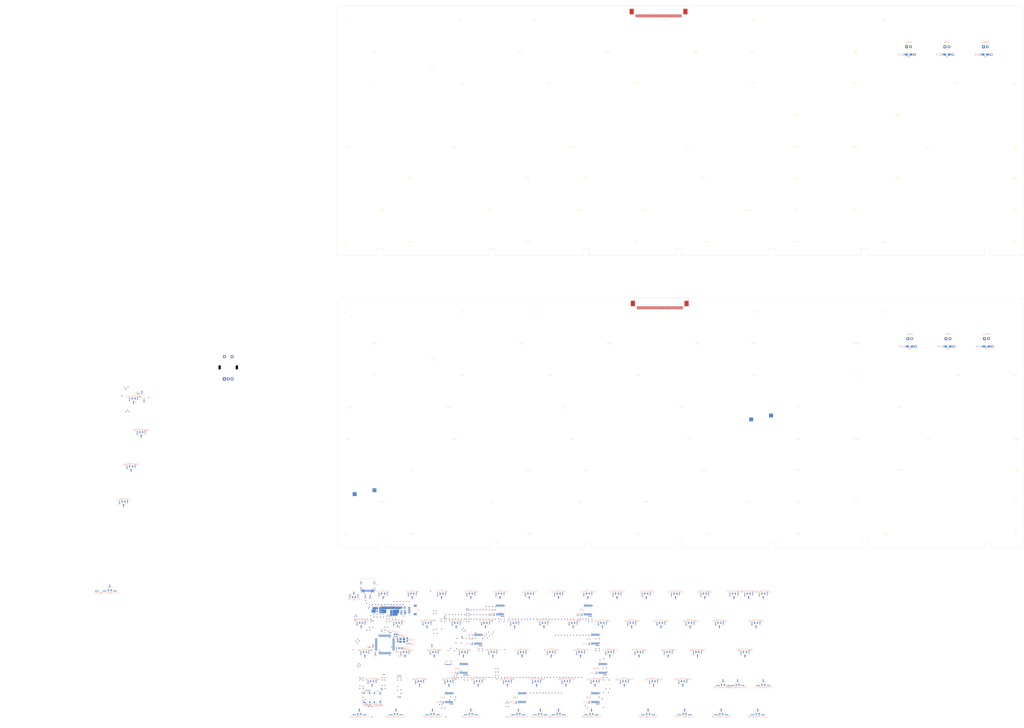
<source format=kicad_pcb>
(kicad_pcb (version 20241229) (generator "pcbnew") (generator_version "9.0")
  (layers (0 "F.Cu" power) (2 "B.Cu" signal) (13 "F.Paste" user) (15 "B.Paste" user) (5 "F.SilkS" user "F.Silkscreen") (7 "B.SilkS" user "B.Silkscreen") (1 "F.Mask" user) (3 "B.Mask" user) (25 "Edge.Cuts" user))
  (net 0 "")
  (net 1 "GND")
  (net 2 "+3.3VA")
  (net 3 "HE1")
  (net 4 "MUX_SELECT_2")
  (net 5 "MUX_SELECT_0")
  (net 6 "MUX_OUT_1")
  (net 7 "MUX_SELECT_1")
  (net 8 "MUX_OUT_2")
  (net 9 "MUX_OUT_3")
  (net 10 "MUX_OUT_4")
  (net 11 "MUX_OUT_5")
  (net 12 "MUX_OUT_6")
  (net 13 "MUX_OUT_7")
  (net 14 "MUX_OUT_8")
  (net 15 "MUX_OUT_9")
  (net 16 "HE2")
  (net 17 "HE3")
  (net 18 "HE4")
  (net 19 "HE5")
  (net 20 "HE6")
  (net 21 "HE7")
  (net 22 "HE8")
  (net 23 "HE9")
  (net 24 "HE10")
  (net 25 "HE11")
  (net 26 "HE12")
  (net 27 "HE13")
  (net 28 "HE14")
  (net 29 "HE15")
  (net 30 "HE16")
  (net 31 "HE17")
  (net 32 "HE18")
  (net 33 "HE19")
  (net 34 "HE20")
  (net 35 "HE21")
  (net 36 "HE22")
  (net 37 "HE23")
  (net 38 "HE24")
  (net 39 "HE25")
  (net 40 "HE26")
  (net 41 "HE27")
  (net 42 "HE28")
  (net 43 "HE29")
  (net 44 "HE30")
  (net 45 "HE31")
  (net 46 "HE32")
  (net 47 "HE33")
  (net 48 "HE34")
  (net 49 "HE35")
  (net 50 "HE36")
  (net 51 "HE37")
  (net 52 "HE38")
  (net 53 "HE39")
  (net 54 "HE40")
  (net 55 "HE41")
  (net 56 "HE42")
  (net 57 "HE43")
  (net 58 "HE44")
  (net 59 "HE45")
  (net 60 "HE46")
  (net 61 "HE47")
  (net 62 "HE48")
  (net 63 "HE49")
  (net 64 "HE50")
  (net 65 "HE51")
  (net 66 "HE52")
  (net 67 "HE53")
  (net 68 "HE54")
  (net 69 "HE55")
  (net 70 "HE56")
  (net 71 "HE57")
  (net 72 "HE58")
  (net 73 "HE59")
  (net 74 "HE60")
  (net 75 "HE61")
  (net 76 "HE62")
  (net 77 "HE63")
  (net 78 "HE64")
  (net 79 "HE65")
  (net 80 "HE66")
  (net 81 "HE67")
  (net 82 "HE68")
  (net 83 "HE69")
  (net 84 "+5V")
  (net 85 "+3.3V")
  (net 86 "HEXT_IN")
  (net 87 "HEXT_OUT")
  (net 88 "NRST")
  (net 89 "VBUS")
  (net 91 "USB_PLUG_D-")
  (net 92 "USB_PLUG_D+")
  (net 93 "Net-(J1-CC1)")
  (net 95 "Net-(J1-CC2)")
  (net 100 "Net-(U4-OTGHS1_R)")
  (net 101 "BOOT0")
  (net 102 "USB_D+")
  (net 103 "USB_D-")
  (net 140 "CAPS_LED")
  (net 141 "NUM_LED")
  (net 142 "SCRL_LED")
  (net 143 "RE3")
  (net 144 "RE2")
  (net 145 "RE1")
  (net 146 "Net-(NUM1-Pad1)")
  (net 147 "Net-(R6-Pad1)")
  (net 148 "COL3")
  (net 149 "COL2")
  (net 150 "COL9")
  (net 151 "ROW10")
  (net 152 "ROW11")
  (net 153 "ROW8")
  (net 154 "ROW0")
  (net 155 "ROW1")
  (net 156 "ROW2")
  (net 157 "ROW3")
  (net 158 "ROW4")
  (net 159 "COL4")
  (net 160 "Net-(CAP1-Pad1)")
  (net 161 "COL8")
  (net 162 "COL7")
  (net 163 "COL6")
  (net 164 "ROW6")
  (net 165 "ROW7")
  (net 166 "COL5")
  (net 167 "ROW9")
  (net 168 "COL1")
  (net 169 "COL0")
  (net 170 "Net-(D5-Pad1)")
  (net 171 "ROW5")
  (net 172 "Net-(D41-Pad1)")
  (footprint "HE60:MX-1U" (layer "F.Cu") (at 118.5375 47.1)
    (property "Reference" "MX36")
    (property "Value" "1U")
  )
  (footprint "HE60:MX-1U" (layer "F.Cu") (at 161.4 9)
    (property "Reference" "MX9")
    (property "Value" "1U")
  )
  (footprint "HE60:MX-1U" (layer "F.Cu") (at 156.6375 47.1)
    (property "Reference" "MX38")
    (property "Value" "1U")
  )
  (footprint "HE60:MX-1U" (layer "F.Cu") (at 99.4875 47.1)
    (property "Reference" "MX35")
    (property "Value" "1U")
  )
  (footprint "HE60:MX-1U" (layer "F.Cu") (at 75.675 28.05)
    (property "Reference" "MX20")
    (property "Value" "1U")
  )
  (footprint "MountingHole:MountingHole_3mm" (layer "F.Cu") (at 363.373 -300.117)
    (property "Reference" "H20")
    (property "Value" "MountingHole")
  )
  (footprint "MountingHole:MountingHole_3mm" (layer "F.Cu") (at 213.018 -171.792)
    (property "Reference" "H4")
    (property "Value" "MountingHole")
  )
  (footprint "HE60:MX-1U" (layer "F.Cu") (at 123.3 9)
    (property "Reference" "MX7")
    (property "Value" "1U")
  )
  (footprint "MountingHole:MountingHole_3mm" (layer "F.Cu") (at 98.033 -238.117)
    (property "Reference" "H37")
    (property "Value" "MountingHole")
  )
  (footprint "MountingHole:MountingHole_3mm" (layer "F.Cu") (at 297.333 -217.547)
    (property "Reference" "H49")
    (property "Value" "MountingHole")
  )
  (footprint "MountingHole:MountingHole_3mm" (layer "F.Cu") (at 226.543 -279.297)
    (property "Reference" "H24")
    (property "Value" "MountingHole")
  )
  (footprint "MountingHole:MountingHole_3mm" (layer "F.Cu") (at 298.088 -68.642)
    (property "Reference" "H33")
    (property "Value" "MountingHole")
  )
  (footprint "MountingHole:MountingHole_3mm" (layer "F.Cu") (at 126.533 -362.057)
    (property "Reference" "H3")
    (property "Value" "MountingHole")
  )
  (footprint "HE60:MX-1U" (layer "F.Cu") (at 66.15 9)
    (property "Reference" "MX4")
    (property "Value" "1U")
  )
  (footprint "Keebio-Parts:Resistor-Hybrid-Back" (layer "F.Cu") (at 371.168 -153.25)
    (property "Reference" "R4")
    (property "Value" "10K")
  )
  (footprint "MountingHole:MountingHole_3mm" (layer "F.Cu") (at 45.563 -258.727)
    (property "Reference" "H29")
    (property "Value" "MountingHole")
  )
  (footprint "HE60:MX-1.25U" (layer "F.Cu") (at 11.38125 85.2)
    (property "Reference" "MX58")
    (property "Value" "1.25U")
  )
  (footprint "HE60:MX-7U-ReversedStabilizers" (layer "F.Cu") (at 142.35 85.2)
    (property "Reference" "MX67")
    (property "Value" "7U")
  )
  (footprint "MountingHole:MountingHole_3mm" (layer "F.Cu") (at 3.558 -27.002)
    (property "Reference" "H44")
    (property "Value" "MountingHole")
  )
  (footprint "HE60:ToolingHole" (layer "F.Cu") (at 282.7 92.2)
    (property "Reference" "TH2")
    (property "Value" "ToolingHole")
  )
  (footprint "MountingHole:MountingHole_3mm" (layer "F.Cu") (at 122.143 -217.527)
    (property "Reference" "H46")
    (property "Value" "MountingHole")
  )
  (footprint "MountingHole:MountingHole_3mm" (layer "F.Cu") (at 363.353 -258.837)
    (property "Reference" "H34")
    (property "Value" "MountingHole")
  )
  (footprint "HE60:MX-1U" (layer "F.Cu") (at 128.0625 66.15)
    (property "Reference" "MX49")
    (property "Value" "1U")
  )
  (footprint "HE60:MX-2.25U" (layer "F.Cu") (at 263.79375 47.1)
    (property "Reference" "MX43")
    (property "Value" "2.25U")
  )
  (footprint "MountingHole:MountingHole_3mm" (layer "F.Cu") (at 5.818 -109.652)
    (property "Reference" "H15")
    (property "Value" "MountingHole")
  )
  (footprint "MountingHole:MountingHole_3mm" (layer "F.Cu") (at 74.143 -279.117)
    (property "Reference" "H22")
    (property "Value" "MountingHole")
  )
  (footprint "Keebio-Parts:Resistor-Hybrid-Back" (layer "F.Cu") (at 370.413 -343.545)
    (property "Reference" "R4")
    (property "Value" "10K")
  )
  (footprint "HE60:MX-1U" (layer "F.Cu") (at 199.5 85.2)
    (property "Reference" "MX69")
    (property "Value" "1U")
  )
  (footprint "MountingHole:MountingHole_3mm" (layer "F.Cu") (at 298.088 -47.912)
    (property "Reference" "H41")
    (property "Value" "MountingHole")
  )
  (footprint "MountingHole:MountingHole_3mm" (layer "F.Cu") (at 265.408 -47.912)
    (property "Reference" "H40")
    (property "Value" "MountingHole")
  )
  (footprint "HE60:MX-1U" (layer "F.Cu") (at 61.3875 47.1)
    (property "Reference" "MX33")
    (property "Value" "1U")
  )
  (footprint "MountingHole:MountingHole_3mm" (layer "F.Cu") (at 156.018 -47.912)
    (property "Reference" "H38")
    (property "Value" "MountingHole")
  )
  (footprint "MountingHole:MountingHole_3mm" (layer "F.Cu") (at 270.168 -130.592)
    (property "Reference" "H11")
    (property "Value" "MountingHole")
  )
  (footprint "HE60:MX-2.25U" (layer "F.Cu") (at -129.528951 -96.255289)
    (property "Reference" "MX43")
    (property "Value" "2.25U")
  )
  (footprint "MountingHole:MountingHole_3mm" (layer "F.Cu") (at 199.118 -47.902)
    (property "Reference" "H39")
    (property "Value" "MountingHole")
  )
  (footprint "MountingHole:MountingHole_3mm" (layer "F.Cu") (at 78.903 -320.747)
    (property "Reference" "H8")
    (property "Value" "MountingHole")
  )
  (footprint "HE60:MX-1U" (layer "F.Cu") (at -141.03678 -51.037894)
    (property "Reference" "MX36")
    (property "Value" "1U")
  )
  (footprint "MountingHole:MountingHole_3mm" (layer "F.Cu") (at 160.628 -68.662)
    (property "Reference" "H31")
    (property "Value" "MountingHole")
  )
  (footprint "LED_THT:LED_D3.0mm" (layer "F.Cu") (at 394.048 -348.637)
    (property "Reference" "CAP1")
    (property "Value" "LED")
  )
  (footprint "HE60:MX-1.75U" (layer "F.Cu") (at 249.50625 66.15)
    (property "Reference" "MX55")
    (property "Value" "1.75U")
  )
  (footprint "Connector_FFC-FPC:TE_3-84952-0_1x30-1MP_P1.0mm_Horizontal" (layer "F.Cu") (at 208.2405 -180.261965 180)
    (property "Reference" "J1")
    (property "Value" "Conn_01x30")
  )
  (footprint "HE60:MX-1U" (layer "F.Cu") (at 223.3125 66.15)
    (property "Reference" "MX54")
    (property "Value" "1U")
  )
  (footprint "Keebio-Parts:Resistor-Hybrid-Back" (layer "F.Cu") (at 395.323 -343.545)
    (property "Reference" "R5")
    (property "Value" "10K")
  )
  (footprint "MountingHole:MountingHole_3mm" (layer "F.Cu") (at 222.578 -109.932)
    (property "Reference" "H18")
    (property "Value" "MountingHole")
  )
  (footprint "LED_THT:LED_D3.0mm" (layer "F.Cu") (at 394.803 -158.342)
    (property "Reference" "CAP1")
    (property "Value" "LED")
  )
  (footprint "HE60:ToolingHole" (layer "F.Cu") (at 2 2)
    (property "Reference" "TH1")
    (property "Value" "ToolingHole")
  )
  (footprint "HE60:MX-1U" (layer "F.Cu") (at 137.5875 47.1)
    (property "Reference" "MX37")
    (property "Value" "1U")
  )
  (footprint "LED_THT:LED_D3.0mm" (layer "F.Cu") (at 419.108 -348.637)
    (property "Reference" "SCRL1")
    (property "Value" "LED")
  )
  (footprint "MountingHole:MountingHole_3mm" (layer "F.Cu") (at 227.298 -89.002)
    (property "Reference" "H24")
    (property "Value" "MountingHole")
  )
  (footprint "HE60:MX-1.75U" (layer "F.Cu") (at -134.494244 -118.251696)
    (property "Reference" "MX31")
    (property "Value" "1.75U")
  )
  (footprint "MountingHole:MountingHole_3mm" (layer "F.Cu") (at 439.683 -279.077)
    (property "Reference" "H28")
    (property "Value" "MountingHole")
  )
  (footprint "MountingHole:MountingHole_3mm" (layer "F.Cu") (at 439.683 -258.707)
    (property "Reference" "H35")
    (property "Value" "MountingHole")
  )
  (footprint "MountingHole:MountingHole_3mm" (layer "F.Cu") (at 193.958 -130.582)
    (property "Reference" "H10")
    (property "Value" "MountingHole")
  )
  (footprint "HE60:MX-1U" (layer "F.Cu") (at 199.5 9)
    (property "Reference" "MX11")
    (property "Value" "1U")
  )
  (footprint "MountingHole:MountingHole_3mm" (layer "F.Cu") (at 297.333 -238.207)
    (property "Reference" "H41")
    (property "Value" "MountingHole")
  )
  (footprint "MountingHole:MountingHole_3mm" (layer "F.Cu") (at 335.433 -341.447)
    (property "Reference" "H58")
    (property "Value" "MountingHole")
  )
  (footprint "MountingHole:MountingHole_3mm" (layer "F.Cu") (at 364.128 -109.822)
    (property "Reference" "H20")
    (property "Value" "MountingHole")
  )
  (footprint "HE60:MX-1.25U" (layer "F.Cu") (at 249.50625 85.2)
    (property "Reference" "MX74")
    (property "Value" "1.25U")
  )
  (footprint "MountingHole:MountingHole_3mm" (layer "F.Cu") (at 198.363 -238.197)
    (property "Reference" "H39")
    (property "Value" "MountingHole")
  )
  (footprint "MountingHole:MountingHole_3mm" (layer "F.Cu") (at 46.318 -68.432)
    (property "Reference" "H29")
    (property "Value" "MountingHole")
  )
  (footprint "MountingHole:MountingHole_3mm" (layer "F.Cu") (at 159.873 -258.957)
    (property "Reference" "H31")
    (property "Value" "MountingHole")
  )
  (footprint "HE60:MX-1U" (layer "F.Cu") (at 56.625 28.05)
    (property "Reference" "MX19")
    (property "Value" "1U")
  )
  (footprint "MountingHole:MountingHole_3mm" (layer "F.Cu") (at 21.753 -341.237)
    (property "Reference" "H52")
    (property "Value" "MountingHole")
  )
  (footprint "HE60:MX-1.5U" (layer "F.Cu") (at 13.7625 85.2)
    (property "Reference" "MX59")
    (property "Value" "1.5U")
  )
  (footprint "Keebio-Parts:Resistor-Hybrid-Back" (layer "F.Cu") (at 396.078 -153.25)
    (property "Reference" "R5")
    (property "Value" "10K")
  )
  (footprint "MountingHole:MountingHole_3mm" (layer "F.Cu") (at 193.203 -320.877)
    (property "Reference" "H10")
    (property "Value" "MountingHole")
  )
  (footprint "LED_THT:LED_D3.0mm" (layer "F.Cu") (at 369.138 -348.657)
    (property "Reference" "NUM1")
    (property "Value" "LED")
  )
  (footprint "MountingHole:MountingHole_3mm" (layer "F.Cu") (at 122.898 -27.232)
    (property "Reference" "H46")
    (property "Value" "MountingHole")
  )
  (footprint "MountingHole:MountingHole_3mm" (layer "F.Cu") (at 70.138 -109.772)
    (property "Reference" "H16")
    (property "Value" "MountingHole")
  )
  (footprint "MountingHole:MountingHole_3mm" (layer "F.Cu") (at 136.053 -320.867)
    (property "Reference" "H9")
    (property "Value" "MountingHole")
  )
  (footprint "HE60:MX-1U" (layer "F.Cu") (at 256.65 9)
    (property "Reference" "MX14")
    (property "Value" "1U")
  )
  (footprint "Keebio-Parts:Resistor-Hybrid-Back" (layer "F.Cu") (at 421.138 -153.25)
    (property "Reference" "R6")
    (property "Value" "10K")
  )
  (footprint "HE60:MX-6.25U-ReversedStabilizers" (layer "F.Cu") (at 130.44375 85.2)
    (property "Reference" "MX66")
    (property "Value" "6.25U")
  )
  (footprint "MountingHole:MountingHole_3mm" (layer "F.Cu") (at 439.683 -237.957)
    (property "Reference" "H43")
    (property "Value" "MountingHole")
  )
  (footprint "Keebio-Parts:Resistor-Hybrid-Back" (layer "F.Cu") (at 420.383 -343.545)
    (property "Reference" "R6")
    (property "Value" "10K")
  )
  (footprint "HE60:MX-1U" (layer "F.Cu") (at 80.4375 47.1)
    (property "Reference" "MX34")
    (property "Value" "1U")
  )
  (footprint "LED_THT:LED_D3.0mm" (layer "F.Cu") (at 419.863 -158.342)
    (property "Reference" "SCRL1")
    (property "Value" "LED")
  )
  (footprint "HE60:MX-1U" (layer "F.Cu") (at 42.3375 47.1)
    (property "Reference" "MX32")
    (property "Value" "1U")
  )
  (footprint "MountingHole:MountingHole_3mm" (layer "F.Cu") (at 127.288 -171.762)
    (property "Reference" "H3")
    (property "Value" "MountingHole")
  )
  (footprint "MX_Only:MXOnly-1.25U-Hotswap" (layer "F.Cu") (at 15.35925 -62.041835 180)
    (property "Reference" "MX040")
    (property "Value" "MX-NoLED")
  )
  (footprint "MountingHole:MountingHole_3mm" (layer "F.Cu") (at 122.518 -68.602)
    (property "Reference" "H30")
    (property "Value" "MountingHole")
  )
  (footprint "HE60:MX-1U" (layer "F.Cu") (at 204.2625 66.15)
    (property "Reference" "MX53")
    (property "Value" "1U")
  )
  (footprint "MountingHole:MountingHole_3mm" (layer "F.Cu") (at 335.433 -279.237)
    (property "Reference" "H26")
    (property "Value" "MountingHole")
  )
  (footprint "HE60:MX-1U" (layer "F.Cu") (at 237.6 9)
    (property "Reference" "MX13")
    (property "Value" "1U")
  )
  (footprint "HE60:MX-1U" (layer "F.Cu") (at 194.7375 47.1)
    (property "Reference" "MX40")
    (property "Value" "1U")
  )
  (footprint "MountingHole:MountingHole_3mm" (layer "F.Cu") (at 21.753 -320.647)
    (property "Reference" "H7")
    (property "Value" "MountingHole")
  )
  (footprint "MountingHole:MountingHole_3mm" (layer "F.Cu") (at 440.438 -68.412)
    (property "Reference" "H35")
    (property "Value" "MountingHole")
  )
  (footprint "MountingHole:MountingHole_3mm" (layer "F.Cu") (at 238.773 -217.557)
    (property "Reference" "H48")
    (property "Value" "MountingHole")
  )
  (footprint "MountingHole:MountingHole_3mm" (layer "F.Cu") (at 212.263 -362.087)
    (property "Reference" "H4")
    (property "Value" "MountingHole")
  )
  (footprint "HE60:MX-1U" (layer "F.Cu") (at 275.7 9)
    (property "Reference" "MX16")
    (property "Value" "1U")
  )
  (footprint "HE60:MX-1U" (layer "F.Cu") (at 85.2 9)
    (property "Reference" "MX5")
    (property "Value" "1U")
  )
  (footprint "MountingHole:MountingHole_3mm" (layer "F.Cu") (at 354.703 -362.057)
    (property "Reference" "H6")
    (property "Value" "MountingHole")
  )
  (footprint "HE60:MX-1U" (layer "F.Cu") (at 175.6875 47.1)
    (property "Reference" "MX39")
    (property "Value" "1U")
  )
  (footprint "MountingHole:MountingHole_3mm" (layer "F.Cu") (at 2.693 -361.807)
    (property "Reference" "H1")
    (property "Value" "MountingHole")
  )
  (footprint "HE60:MX-2.25U" (layer "F.Cu") (at 20.90625 66.15)
    (property "Reference" "MX44")
    (property "Value" "2.25U" (hide yes))
  )
  (footprint "MX_Only:MXOnly-1.5U-Hotswap" (layer "F.Cu") (at 274.9155 -103.161879)
    (property "Reference" "MX086")
    (property "Value" "MX-NoLED")
  )
  (footprint "HE60:MX-6.25U-ReversedStabilizers" (layer "F.Cu") (at -161.90625 4.5)
    (property "Reference" "MX66")
    (property "Value" "6.25U")
  )
  (footprint "HE60:MX-1U" (layer "F.Cu") (at 37.575 28.05)
    (property "Reference" "MX18")
    (property "Value" "1U")
  )
  (footprint "HE60:MX-1U" (layer "F.Cu") (at 47.1 9)
    (property "Reference" "MX3")
    (property "Value" "1U")
  )
  (footprint "MountingHole:MountingHole_3mm" (layer "F.Cu") (at 26.853 -237.977)
    (property "Reference" "H36")
    (property "Value" "MountingHole")
  )
  (footprint "MountingHole:MountingHole_3mm" (layer "F.Cu") (at 297.333 -279.257)
    (property "Reference" "H25")
    (property "Value" "MountingHole")
  )
  (footprint "MountingHole:MountingHole_3mm" (layer "F.Cu") (at 174.193 -341.487)
    (property "Reference" "H55")
    (property "Value" "MountingHole")
  )
  (footprint "MountingHole:MountingHole_3mm" (layer "F.Cu") (at 383.178 -88.842)
    (property "Reference" "H27")
    (property "Value" "MountingHole")
  )
  (footprint "HE60:MX-1.5U" (layer "F.Cu") (at 223.3125 85.2)
    (property "Reference" "MX71")
    (property "Value" "1.5U")
  )
  (footprint "HE60:MX-1.5U" (layer "F.Cu") (at 270.9375 28.05)
    (property "Reference" "MX30")
    (property "Value" "1.5U")
  )
  (footprint "HE60:MX-1U" (layer "F.Cu") (at 218.55 9)
    (property "Reference" "MX12")
    (property "Value" "1U")
  )
  (footprint "MountingHole:MountingHole_3mm" (layer "F.Cu") (at 3.448 -171.512)
    (property "Reference" "H1")
    (property "Value" "MountingHole")
  )
  (footprint "MountingHole:MountingHole_3mm" (layer "F.Cu") (at 401.463 -320.737)
    (property "Reference" "H13")
    (property "Value" "MountingHole")
  )
  (footprint "MountingHole:MountingHole_3mm" (layer "F.Cu") (at 5.043 -279.037)
    (property "Reference" "H21")
    (property "Value" "MountingHole")
  )
  (footprint "MountingHole:MountingHole_3mm" (layer "F.Cu") (at 194.038 -27.232)
    (property "Reference" "H47")
    (property "Value" "MountingHole")
  )
  (footprint "HE60:MX-1.5U" (layer "F.Cu") (at 61.3875 85.2)
    (property "Reference" "MX63")
    (property "Value" "1.5U")
  )
  (footprint "HE60:MX-1.25U" (layer "F.Cu") (at 225.69375 85.2)
    (property "Reference" "MX72")
    (property "Value" "1.25U")
  )
  (footprint "MountingHole:MountingHole_3mm" (layer "F.Cu") (at 239.528 -27.262)
    (property "Reference" "H48")
    (property "Value" "MountingHole")
  )
  (footprint "HE60:MX-1U" (layer "F.Cu") (at 189.975 28.05)
    (property "Reference" "MX26")
    (property "Value" "1U")
  )
  (footprint "MountingHole:MountingHole_3mm" (layer "F.Cu") (at 335.433 -320.847)
    (property "Reference" "H12")
    (property "Value" "MountingHole")
  )
  (footprint "MountingHole:MountingHole_3mm" (layer "F.Cu") (at 336.188 -88.942)
    (property "Reference" "H26")
    (property "Value" "MountingHole")
  )
  (footprint "MountingHole:MountingHole_3mm" (layer "F.Cu") (at 22.508 -150.942)
    (property "Reference" "H52")
    (property "Value" "MountingHole")
  )
  (footprint "MountingHole:MountingHole_3mm" (layer "F.Cu") (at 146.328 -109.912)
    (property "Reference" "H17")
    (property "Value" "MountingHole")
  )
  (footprint "MountingHole:MountingHole_3mm" (layer "F.Cu") (at 46.698 -27.062)
    (property "Reference" "H45")
    (property "Value" "MountingHole")
  )
  (footprint "HE60:MX-1U" (layer "F.Cu") (at 85.2 85.2)
    (property "Reference" "MX64")
    (property "Value" "1U")
  )
  (footprint "MountingHole:MountingHole_3mm" (layer "F.Cu") (at 440.438 -88.782)
    (property "Reference" "H28")
    (property "Value" "MountingHole")
  )
  (footprint "HE60:MX-1U" (layer "F.Cu") (at 37.575 85.2)
    (property "Reference" "MX61")
    (property "Value" "1U")
  )
  (footprint "MountingHole:MountingHole_3mm" (layer "F.Cu") (at 402.218 -130.442)
    (property "Reference" "H13")
    (property "Value" "MountingHole")
  )
  (footprint "MountingHole:MountingHole_3mm" (layer "F.Cu") (at 74.898 -88.822)
    (property "Reference" "H22")
    (property "Value" "MountingHole")
  )
  (footprint "HE60:MX-1U" (layer "F.Cu") (at 89.9625 66.15)
    (property "Reference" "MX47")
    (property "Value" "1U")
  )
  (footprint "HE60:MX-1U" (layer "F.Cu") (at 132.825 28.05)
    (property "Reference" "MX23")
    (property "Value" "1U")
  )
  (footprint "MountingHole:MountingHole_3mm" (layer "F.Cu") (at 382.423 -279.137)
    (property "Reference" "H27")
    (property "Value" "MountingHole")
  )
  (footprint "HE60:MX-1U" (layer "F.Cu") (at 275.7 66.15)
    (property "Reference" "MX57")
    (property "Value" "1U")
  )
  (footprint "HE60:MX-1U" (layer "F.Cu") (at 104.25 9)
    (property "Reference" "MX6")
    (property "Value" "1U")
  )
  (footprint "HE60:MX-1.75U" (layer "F.Cu") (at 16.14375 47.1)
    (property "Reference" "MX31")
    (property "Value" "1.75U")
  )
  (footprint "MountingHole:MountingHole_3mm" (layer "F.Cu") (at 440.438 -47.662)
    (property "Reference" "H43")
    (property "Value" "MountingHole")
  )
  (footprint "MountingHole:MountingHole_3mm" (layer "F.Cu") (at 439.683 -217.337)
    (property "Reference" "H51")
    (property "Value" "MountingHole")
  )
  (footprint "HE60:MX-1U" (layer "F.Cu") (at 142.35 9)
    (property "Reference" "MX8")
    (property "Value" "1U")
  )
  (footprint "HE60:MX-1U" (layer "F.Cu") (at 166.1625 66.15)
    (property "Reference" "MX51")
    (property "Value" "1U")
  )
  (footprint "MountingHole:MountingHole_3mm" (layer "F.Cu") (at 336.188 -130.552)
    (property "Reference" "H12")
    (property "Value" "MountingHole")
  )
  (footprint "HE60:MX-7U-ReversedStabilizers" (layer "F.Cu") (at -150 4.5)
    (property "Reference" "MX67")
    (property "Value" "7U")
  )
  (footprint "HE60:MX-1.25U" (layer "F.Cu") (at 59.00625 85.2)
    (property "Reference" "MX62")
    (property "Value" "1.25U")
  )
  (footprint "MountingHole:MountingHole_3mm" (layer "F.Cu") (at 155.263 -238.207)
    (property "Reference" "H38")
    (property "Value" "MountingHole")
  )
  (footprint "HE60:MX-1U" (layer "F.Cu") (at 9 9)
    (property "Reference" "MX1")
    (property "Value" "1U")
  )
  (footprint "HE60:MX-1.5U" (layer "F.Cu") (at 270.9375 85.2)
    (property "Reference" "MX75")
    (property "Value" "1.5U")
  )
  (footprint "HE60:MX-1.25U" (layer "F.Cu") (at 201.88125 85.2)
    (property "Reference" "MX70")
    (property "Value" "1.25U")
  )
  (footprint "MountingHole:MountingHole_3mm" (layer "F.Cu") (at 297.333 -300.197)
    (property "Reference" "H19")
    (property "Value" "MountingHole")
  )
  (footprint "MountingHole:MountingHole_3mm" (layer "F.Cu") (at 270.178 -171.812)
    (property "Reference" "H5")
    (property "Value" "MountingHole")
  )
  (footprint "MountingHole:MountingHole_3mm" (layer "F.Cu") (at 336.188 -47.862)
    (property "Reference" "H42")
    (property "Value" "MountingHole")
  )
  (footprint "HE60:MX-1U" (layer "F.Cu") (at 70.9125 66.15)
    (property "Reference" "MX46")
    (property "Value" "1U")
  )
  (footprint "MountingHole:MountingHole_3mm" (layer "F.Cu") (at 117.798 -151.122)
    (property "Reference" "H54")
    (property "Value" "MountingHole")
  )
  (footprint "MountingHole:MountingHole_3mm" (layer "F.Cu") (at 439.683 -320.697)
    (property "Reference" "H14")
    (property "Value" "MountingHole")
  )
  (footprint "HE60:MX-1U" (layer "F.Cu") (at 247.125 28.05)
    (property "Reference" "MX29")
    (property "Value" "1U")
  )
  (footprint "MountingHole:MountingHole_3mm" (layer "F.Cu") (at 354.373 -217.467)
    (property "Reference" "H50")
    (property "Value" "MountingHole")
  )
  (footprint "HE60:MX-2.75U-ReversedStabilizers" (layer "F.Cu") (at 163.78125 85.2)
    (property "Reference" "MX68")
    (property "Value" "2.75U")
  )
  (footprint "HE60:MX-2.75U" (layer "F.Cu") (at 259.03125 66.15)
    (property "Reference" "MX56")
    (property "Value" "2.75U")
  )
  (footprint "MountingHole:MountingHole_3mm" (layer "F.Cu") (at 298.088 -109.902)
    (property "Reference" "H19")
    (property "Value" "MountingHole")
  )
  (footprint "HE60:MX-1U" (layer "F.Cu") (at 109.0125 66.15)
    (property "Reference" "MX48")
    (property "Value" "1U")
  )
  (footprint "MountingHole:MountingHole_3mm" (layer "F.Cu") (at 355.128 -27.172)
    (property "Reference" "H50")
    (property "Value" "MountingHole")
  )
  (footprint "MountingHole:MountingHole_3mm" (layer "F.Cu") (at 355.458 -171.762)
    (property "Reference" "H6")
    (property "Value" "MountingHole")
  )
  (footprint "HE60:MX-1U" (layer "F.Cu") (at 28.05 9)
    (property "Reference" "MX2")
    (property "Value" "1U")
  )
  (footprint "HE60:MX-2U" (layer "F.Cu") (at 266.175 9)
    (property "Reference" "MX15")
    (property "Value" "2U")
  )
  (footprint "MountingHole:MountingHole_3mm" (layer "F.Cu") (at 297.333 -258.937)
    (property "Reference" "H33")
    (property "Value" "MountingHole")
  )
  (footprint "HE60:MX-1U" (layer "F.Cu") (at 228.075 28.05)
    (property "Reference" "MX28")
    (property "Value" "1U")
  )
  (footprint "HE60:MX-2.75U-ReversedStabilizers" (layer "F.Cu") (at -128.56875 4.5)
    (property "Reference" "MX68")
    (property "Value" "2.75U")
  )
  (footprint "HE60:MX-1U" (layer "F.Cu") (at 185.2125 66.15)
    (property "Reference" "MX52")
    (property "Value" "1U")
  )
  (footprint "MountingHole:MountingHole_3mm" (layer "F.Cu") (at 59.863 -341.307)
    (property "Reference" "H53")
    (property "Value" "MountingHole")
  )
  (footprint "MountingHole:MountingHole_3mm" (layer "F.Cu") (at 264.653 -238.207)
    (property "Reference" "H40")
    (property "Value" "MountingHole")
  )
  (footprint "MountingHole:MountingHole_3mm" (layer "F.Cu") (at 269.413 -320.887)
    (property "Reference" "H11")
    (property "Value" "MountingHole")
  )
  (footprint "HE60:MX-1U" (layer "F.Cu") (at 51.8625 66.15)
    (property "Reference" "MX45")
    (property "Value" "1U")
  )
  (footprint "MountingHole:MountingHole_3mm" (layer "F.Cu") (at 2.803 -217.297)
    (property "Reference" "H44")
    (property "Value" "MountingHole")
  )
  (footprint "MountingHole:MountingHole_3mm" (layer "F.Cu") (at 364.108 -68.542)
    (property "Reference" "H34")
    (property "Value" "MountingHole")
  )
  (footprint "HE60:MX-1.25U" (layer "F.Cu") (at 35.19375 85.2)
    (property "Reference" "MX60")
    (property "Value" "1.25U")
  )
  (footprint "MountingHole:MountingHole_3mm" (layer "F.Cu") (at 60.618 -151.012)
    (property "Reference" "H53")
    (property "Value" "MountingHole")
  )
  (footprint "MountingHole:MountingHole_3mm" (layer "F.Cu") (at 193.283 -217.527)
    (property "Reference" "H47")
    (property "Value" "MountingHole")
  )
  (footprint "MountingHole:MountingHole_3mm" (layer "F.Cu") (at 269.148 -151.202)
    (property "Reference" "H57")
    (property "Value" "MountingHole")
  )
  (footprint "LED_THT:LED_D3.0mm" (layer "F.Cu") (at 369.893 -158.362)
    (property "Reference" "NUM1")
    (property "Value" "LED")
  )
  (footprint "MountingHole:MountingHole_3mm" (layer "F.Cu") (at 45.943 -217.357)
    (property "Reference" "H45")
    (property "Value" "MountingHole")
  )
  (footprint "MountingHole:MountingHole_3mm" (layer "F.Cu") (at 269.423 -362.107)
    (property "Reference" "H5")
    (property "Value" "MountingHole")
  )
  (footprint "MountingHole:MountingHole_3mm" (layer "F.Cu") (at 117.043 -341.417)
    (property "Reference" "H54")
    (property "Value" "MountingHole")
  )
  (footprint "MountingHole:MountingHole_3mm" (layer "F.Cu") (at 27.608 -47.682)
    (property "Reference" "H36")
    (property "Value" "MountingHole")
  )
  (footprint "HE60:MX-1U" (layer "F.Cu") (at 213.7875 47.1)
    (property "Reference" "MX41")
    (property "Value" "1U")
  )
  (footprint "MountingHole:MountingHole_3mm" (layer "F.Cu") (at 336.188 -151.152)
    (property "Reference" "H58")
    (property "Value" "MountingHole")
  )
  (footprint "MountingHole:MountingHole_3mm" (layer "F.Cu") (at 298.088 -27.252)
    (property "Reference" "H49")
    (property "Value" "MountingHole")
  )
  (footprint "MountingHole:MountingHole_3mm" (layer "F.Cu") (at 136.808 -130.572)
    (property "Reference" "H9")
    (property "Value" "MountingHole")
  )
  (footprint "HE60:MX-1U" (layer "F.Cu") (at 247.125 85.2)
    (property "Reference" "MX73")
    (property "Value" "1U")
  )
  (footprint "MountingHole:MountingHole_3mm" (layer "F.Cu") (at 79.658 -130.452)
    (property "Reference" "H8")
    (property "Value" "MountingHole")
  )
  (footprint "MountingHole:MountingHole_3mm" (layer "F.Cu") (at 78.893 -361.977)
    (property "Reference" "H2")
    (property "Value" "MountingHole")
  )
  (footprint "MountingHole:MountingHole_3mm" (layer "F.Cu") (at 79.648 -171.682)
    (property "Reference" "H2")
    (property "Value" "MountingHole")
  )
  (footprint "MountingHole:MountingHole_3mm" (layer "F.Cu") (at 150.343 -279.277)
    (property "Reference" "H23")
    (property "Value" "MountingHole")
  )
  (footprint "HE60:MX-1U" (layer "F.Cu") (at 147.1125 66.15)
    (property "Reference" "MX50")
    (property "Value" "1U")
  )
  (footprint "MountingHole:MountingHole_3mm" (layer "F.Cu") (at 98.788 -47.822)
    (property "Reference" "H37")
    (property "Value" "MountingHole")
  )
  (footprint "HE60:MX-1.25U" (layer "F.Cu") (at 273.31875 85.2)
    (property "Reference" "MX76")
    (property "Value" "1.25U")
  )
  (footprint "MountingHole:MountingHole_3mm" (layer "F.Cu") (at 121.763 -258.897)
    (property "Reference" "H30")
    (property "Value" "MountingHole")
  )
  (footprint "MountingHole:MountingHole_3mm" (layer "F.Cu") (at 231.383 -341.497)
    (property "Reference" "H56")
    (property "Value" "MountingHole")
  )
  (footprint "HE60:MX-1.5U" (layer "F.Cu") (at 13.7625 28.05)
    (property "Reference" "MX17")
    (property "Value" "1.5U")
  )
  (footprint "Connector_FFC-FPC:TE_3-84952-0_1x30-1MP_P1.0mm_Horizontal" (layer "F.Cu") (at 207.4855 -370.556965 180)
    (property "Reference" "J1")
    (property "Value" "Conn_01x30")
  )
  (footprint "MountingHole:MountingHole_3mm" (layer "F.Cu") (at 335.433 -238.157)
    (property "Reference" "H42")
    (property "Value" "MountingHole")
  )
  (footprint "HE60:MX-1.5U" (layer "F.Cu") (at -136.194958 -73.962455)
    (property "Reference" "MX30")
    (property "Value" "1.5U")
  )
  (footprint "HE60:MX-1U" (layer "F.Cu") (at 209.025 28.05)
    (property "Reference" "MX27")
    (property "Value" "1U")
  )
  (footprint "MountingHole:MountingHole_3mm" (layer "F.Cu") (at 236.838 -68.612)
    (property "Reference" "H32")
    (property "Value" "MountingHole")
  )
  (footprint "MountingHole:MountingHole_3mm" (layer "F.Cu") (at 22.508 -130.352)
    (property "Reference" "H7")
    (property "Value" "MountingHole")
  )
  (footprint "HE60:MX-1U" (layer "F.Cu") (at 94.725 28.05)
    (property "Reference" "MX21")
    (property "Value" "1U")
  )
  (footprint "Keebio-Parts:RotaryEncoder_EC11_Nonplated" (layer "F.Cu") (at -72.82 -139.6 90)
    (property "Reference" "SWR3")
    (property "Value" "RotaryEncoder_Switch")
  )
  (footprint "HE60:MX-1U" (layer "F.Cu") (at 232.8375 47.1)
    (property "Reference" "MX42")
    (property "Value" "1U")
  )
  (footprint "HE60:MX-1U" (layer "F.Cu") (at 113.775 28.05)
    (property "Reference" "MX22")
    (property "Value" "1U")
  )
  (footprint "MountingHole:MountingHole_3mm" (layer "F.Cu") (at 174.948 -151.192)
    (property "Reference" "H55")
    (property "Value" "MountingHole")
  )
  (footprint "MountingHole:MountingHole_3mm" (layer "F.Cu") (at 5.798 -88.742)
    (property "Reference" "H21")
    (property "Value" "MountingHole")
  )
  (footprint "MountingHole:MountingHole_3mm" (layer "F.Cu") (at 151.098 -88.982)
    (property "Reference" "H23")
    (property "Value" "MountingHole")
  )
  (footprint "MountingHole:MountingHole_3mm" (layer "F.Cu") (at 268.393 -341.497)
    (property "Reference" "H57")
    (property "Value" "MountingHole")
  )
  (footprint "HE60:MX-1U" (layer "F.Cu") (at 180.45 9)
    (property "Reference" "MX10")
    (property "Value" "1U")
  )
  (footprint "HE60:MX-1U" (layer "F.Cu") (at 170.925 28.05)
    (property "Reference" "MX25")
    (property "Value" "1U")
  )
  (footprint "MountingHole:MountingHole_3mm" (layer "F.Cu") (at 440.438 -27.042)
    (property "Reference" "H51")
    (property "Value" "MountingHole")
  )
  (footprint "MountingHole:MountingHole_3mm" (layer "F.Cu") (at 298.088 -88.962)
    (property "Reference" "H25")
    (property "Value" "MountingHole")
  )
  (footprint "MountingHole:MountingHole_3mm" (layer "F.Cu") (at 236.083 -258.907)
    (property "Reference" "H32")
    (property "Value" "MountingHole")
  )
  (footprint "HE60:MX-2.25U-ReversedStabilizers" (layer "F.Cu") (at 116.15625 85.2)
    (property "Reference" "MX65")
    (property "Value" "2.25U")
  )
  (footprint "HE60:MX-1U" (layer "F.Cu") (at 151.875 28.05)
    (property "Reference" "MX24")
    (property "Value" "1U")
  )
  (footprint "MountingHole:MountingHole_3mm" (layer "F.Cu") (at 232.138 -151.202)
    (property "Reference" "H56")
    (property "Value" "MountingHole")
  )
  (footprint "MountingHole:MountingHole_3mm" (layer "F.Cu") (at 440.438 -130.402)
    (property "Reference" "H14")
    (property "Value" "MountingHole")
  )
  (footprint "Package_TO_SOT_SMD:SOT-23-3" (layer "B.Cu") (at 156.6375 47.1 -90)
    (property "Reference" "HE38")
    (property "Value" "MT9102ET")
  )
  (footprint "Capacitor_SMD:C_0402_1005Metric" (layer "B.Cu") (at 35.8 36)
    (property "Reference" "C154")
    (property "Value" "100n")
  )
  (footprint "Capacitor_SMD:C_0402_1005Metric" (layer "B.Cu") (at 162.5625 78.675 -90)
    (property "Reference" "C147")
    (property "Value" "100n")
  )
  (footprint "Capacitor_SMD:C_0402_1005Metric" (layer "B.Cu") (at 245.315625 86.8 180)
    (property "Reference" "C136")
    (property "Value" "4.7n")
  )
  (footprint "Capacitor_SMD:C_0402_1005Metric" (layer "B.Cu") (at 259.25 8.2 90)
    (property "Reference" "C28")
    (property "Value" "4.7n")
  )
  (footprint "Package_TO_SOT_SMD:SOT-23-6" (layer "B.Cu") (at 41.1 20.125 180)
    (property "Reference" "U1")
    (property "Value" "USBLC6-2SC6")
  )
  (footprint "Capacitor_SMD:C_0402_1005Metric" (layer "B.Cu") (at 278.7 67.75)
    (property "Reference" "C113")
    (property "Value" "100n")
  )
  (footprint "Capacitor_SMD:C_0402_1005Metric" (layer "B.Cu") (at 168.325 27.25 -90)
    (property "Reference" "C49")
    (property "Value" "100n")
  )
  (footprint "Capacitor_SMD:C_0402_1005Metric" (layer "B.Cu") (at 173.525 27.25 90)
    (property "Reference" "C50")
    (property "Value" "4.7n")
  )
  (footprint "Package_TO_SOT_SMD:SOT-23-3" (layer "B.Cu") (at 247.125 28.05 -90)
    (property "Reference" "HE29")
    (property "Value" "MT9102ET")
  )
  (footprint "Package_TO_SOT_SMD:SOT-23-3" (layer "B.Cu") (at 194.7375 47.1 -90)
    (property "Reference" "HE40")
    (property "Value" "MT9102ET")
  )
  (footprint "Package_TO_SOT_SMD:SOT-23-3" (layer "B.Cu") (at 189.975 28.05 -90)
    (property "Reference" "HE26")
    (property "Value" "MT9102ET")
  )
  (footprint "Package_TO_SOT_SMD:SOT-23-3" (layer "B.Cu") (at 266.175 9 -90)
    (property "Reference" "HE15")
    (property "Value" "MT9102ET")
  )
  (footprint "Capacitor_SMD:C_0402_1005Metric" (layer "B.Cu") (at 235 8.2 -90)
    (property "Reference" "C25")
    (property "Value" "100n")
  )
  (footprint "Capacitor_SMD:C_0402_1005Metric" (layer "B.Cu") (at 119.15625 86.8)
    (property "Reference" "C123")
    (property "Value" "100n")
  )
  (footprint "Capacitor_SMD:C_0402_1005Metric" (layer "B.Cu") (at 101.65 8.2 -90)
    (property "Reference" "C11")
    (property "Value" "100n")
  )
  (footprint "Package_TO_SOT_SMD:SOT-23-3" (layer "B.Cu") (at 237.6 9 -90)
    (property "Reference" "HE13")
    (property "Value" "MT9102ET")
  )
  (footprint "Capacitor_SMD:C_0402_1005Metric" (layer "B.Cu") (at 39.384375 86.8)
    (property "Reference" "C117")
    (property "Value" "100n")
  )
  (footprint "Capacitor_SMD:C_0402_1005Metric" (layer "B.Cu") (at 116.375 27.25 90)
    (property "Reference" "C44")
    (property "Value" "4.7n")
  )
  (footprint "Package_TO_SOT_SMD:SOT-23-3" (layer "B.Cu") (at 166.1625 66.15 -90)
    (property "Reference" "HE51")
    (property "Value" "MT9102ET")
  )
  (footprint "Package_SO:TSSOP-16_4.4x5mm_P0.65mm" (layer "B.Cu") (at 104.25 18.525 -90)
    (property "Reference" "AM1")
    (property "Value" "SN74LV4051A")
  )
  (footprint "Resistor_SMD:R_0402_1005Metric" (layer "B.Cu") (at 16.45 9.2 -90)
    (property "Reference" "R1")
    (property "Value" "5.1k")
  )
  (footprint "Capacitor_SMD:C_0603_1608Metric" (layer "B.Cu") (at 34.3 21.525)
    (property "Reference" "C151")
    (property "Value" "2.2u")
  )
  (footprint "Capacitor_SMD:C_0402_1005Metric" (layer "B.Cu") (at 92.125 27.25 -90)
    (property "Reference" "C41")
    (property "Value" "100n")
  )
  (footprint "Capacitor_SMD:C_0402_1005Metric" (layer "B.Cu") (at 215.95 8.2 -90)
    (property "Reference" "C23")
    (property "Value" "100n")
  )
  (footprint "Capacitor_SMD:C_0402_1005Metric" (layer "B.Cu") (at 49.2625 65.35 -90)
    (property "Reference" "C89")
    (property "Value" "100n")
  )
  (footprint "Capacitor_SMD:C_0402_1005Metric" (layer "B.Cu") (at 121.1375 46.3 90)
    (property "Reference" "C72")
    (property "Value" "4.7n")
  )
  (footprint "Capacitor_SMD:C_0402_1005Metric" (layer "B.Cu") (at 240.2 8.2 90)
    (property "Reference" "C26")
    (property "Value" "4.7n")
  )
  (footprint "Capacitor_SMD:C_0402_1005Metric" (layer "B.Cu") (at -158.90625 6.1)
    (property "Reference" "C125")
    (property "Value" "100n")
  )
  (footprint "Capacitor_SMD:C_0402_1005Metric" (layer "B.Cu") (at 244.525 27.25 -90)
    (property "Reference" "C57")
    (property "Value" "100n")
  )
  (footprint "Capacitor_SMD:C_0402_1005Metric" (layer "B.Cu") (at 100.65 21.525 -90)
    (property "Reference" "C139")
    (property "Value" "100n")
  )
  (footprint "Capacitor_SMD:C_0402_1005Metric" (layer "B.Cu") (at -131.894244 -119.051696 90)
    (property "Reference" "C62")
    (property "Value" "4.7n")
  )
  (footprint "Capacitor_SMD:C_0402_1005Metric" (layer "B.Cu") (at 221.503125 86.8 180)
    (property "Reference" "C134")
    (property "Value" "4.7n")
  )
  (footprint "Capacitor_SMD:C_0402_1005Metric" (layer "B.Cu") (at 11.1625 27.25 -90)
    (property "Reference" "C33")
    (property "Value" "100n")
  )
  (footprint "Package_TO_SOT_SMD:SOT-23-3" (layer "B.Cu") (at 116.15625 85.2 90)
    (property "Reference" "HE62")
    (property "Value" "MT9102ET")
  )
  (footprint "Package_TO_SOT_SMD:SOT-23-3" (layer "B.Cu") (at -141.03678 -51.037894 -90)
    (property "Reference" "HE36")
    (property "Value" "MT9102ET")
  )
  (footprint "Package_TO_SOT_SMD:SOT-23-3" (layer "B.Cu") (at 137.5875 47.1 -90)
    (property "Reference" "HE37")
    (property "Value" "MT9102ET")
  )
  (footprint "Capacitor_SMD:C_0402_1005Metric" (layer "B.Cu") (at 106.4125 65.35 -90)
    (property "Reference" "C95")
    (property "Value" "100n")
  )
  (footprint "Capacitor_SMD:C_0402_1005Metric" (layer "B.Cu") (at 127.44375 86.8 180)
    (property "Reference" "C126")
    (property "Value" "4.7n")
  )
  (footprint "Capacitor_SMD:C_0402_1005Metric" (layer "B.Cu") (at 235.4375 46.3 90)
    (property "Reference" "C84")
    (property "Value" "4.7n")
  )
  (footprint "Capacitor_SMD:C_0402_1005Metric" (layer "B.Cu") (at 166.78125 86.8)
    (property "Reference" "C129")
    (property "Value" "100n")
  )
  (footprint "Capacitor_SMD:C_0402_1005Metric" (layer "B.Cu") (at 21.6 42.4 90)
    (property "Reference" "C155")
    (property "Value" "100n")
  )
  (footprint "Package_TO_SOT_SMD:SOT-23-3" (layer "B.Cu") (at 12.571875 85.2 90)
    (property "Reference" "HE58")
    (property "Value" "MT9102ET")
  )
  (footprint "Package_TO_SOT_SMD:SOT-23-3" (layer "B.Cu") (at 213.7875 47.1 -90)
    (property "Reference" "HE41")
    (property "Value" "MT9102ET")
  )
  (footprint "Resistor_SMD:R_0402_1005Metric" (layer "B.Cu") (at 23 46.6 90)
    (property "Reference" "R3")
    (property "Value" "12k")
  )
  (footprint "Capacitor_SMD:C_0402_1005Metric" (layer "B.Cu") (at 9.571875 86.8 180)
    (property "Reference" "C116")
    (property "Value" "4.7n")
  )
  (footprint "Capacitor_SMD:C_0402_1005Metric" (layer "B.Cu") (at 135.425 27.25 90)
    (property "Reference" "C46")
    (property "Value" "4.7n")
  )
  (footprint "Capacitor_SMD:C_0402_1005Metric" (layer "B.Cu") (at 77.8375 46.3 -90)
    (property "Reference" "C67")
    (property "Value" "100n")
  )
  (footprint "Capacitor_SMD:C_0402_1005Metric" (layer "B.Cu") (at 168.7625 65.35 90)
    (property "Reference" "C102")
    (property "Value" "4.7n")
  )
  (footprint "Package_TO_SOT_SMD:SOT-23-3" (layer "B.Cu") (at 224.503125 85.2 90)
    (property "Reference" "HE67")
    (property "Value" "MT9102ET")
  )
  (footprint "Capacitor_SMD:C_0402_1005Metric" (layer "B.Cu") (at 78.275 27.25 90)
    (property "Reference" "C40")
    (property "Value" "4.7n")
  )
  (footprint "Capacitor_SMD:C_0402_1005Metric" (layer "B.Cu") (at 249.725 27.25 90)
    (property "Reference" "C58")
    (property "Value" "4.7n")
  )
  (footprint "Capacitor_SMD:C_0402_1005Metric" (layer "B.Cu") (at 139.35 86.8 180)
    (property "Reference" "C128")
    (property "Value" "4.7n")
  )
  (footprint "Capacitor_SMD:C_0402_1005Metric" (layer "B.Cu") (at 149.275 27.25 -90)
    (property "Reference" "C47")
    (property "Value" "100n")
  )
  (footprint "Capacitor_SMD:C_0603_1608Metric" (layer "B.Cu") (at 36.2 34.4)
    (property "Reference" "C157")
    (property "Value" "10u")
  )
  (footprint "Capacitor_SMD:C_0402_1005Metric" (layer "B.Cu") (at 183.05 8.2 90)
    (property "Reference" "C20")
    (property "Value" "4.7n")
  )
  (footprint "Package_TO_SOT_SMD:SOT-23-3" (layer "B.Cu") (at 259.03125 66.15 90)
    (property "Reference" "HE56")
    (property "Value" "MT9102ET")
  )
  (footprint "Resistor_SMD:R_0402_1005Metric" (layer "B.Cu") (at -127.637994 -118.751696 90)
    (property "Reference" "R3")
    (property "Value" "12k")
  )
  (footprint "Package_TO_SOT_SMD:SOT-23-3" (layer "B.Cu") (at 142.35 9 -90)
    (property "Reference" "HE8")
    (property "Value" "MT9102ET")
  )
  (footprint "Package_TO_SOT_SMD:SOT-23-3" (layer "B.Cu") (at 200.690625 85.2 90)
    (property "Reference" "HE66")
    (property "Value" "MT9102ET")
  )
  (footprint "Capacitor_SMD:C_0402_1005Metric" (layer "B.Cu") (at 211.625 27.25 90)
    (property "Reference" "C54")
    (property "Value" "4.7n")
  )
  (footprint "Capacitor_SMD:C_0402_1005Metric" (layer "B.Cu") (at 273.5375 27.25 90)
    (property "Reference" "C60")
    (property "Value" "4.7n")
  )
  (footprint "Capacitor_SMD:C_0402_1005Metric" (layer "B.Cu") (at 192.1375 46.3 -90)
    (property "Reference" "C79")
    (property "Value" "100n")
  )
  (footprint "Capacitor_SMD:C_0402_1005Metric" (layer "B.Cu") (at 111.6125 65.35 90)
    (property "Reference" "C96")
    (property "Value" "4.7n")
  )
  (footprint "Capacitor_SMD:C_0402_1005Metric" (layer "B.Cu") (at 54.025 27.25 -90)
    (property "Reference" "C37")
    (property "Value" "100n")
  )
  (footprint "Package_TO_SOT_SMD:SOT-23-3" (layer "B.Cu") (at 272.128125 85.2 90)
    (property "Reference" "HE69")
    (property "Value" "MT9102ET")
  )
  (footprint "Capacitor_SMD:C_0402_1005Metric" (layer "B.Cu") (at 87.3625 65.35 -90)
    (property "Reference" "C93")
    (property "Value" "100n")
  )
  (footprint "Package_QFP:LQFP-64_10x10mm_P0.5mm" (layer "B.Cu") (at 29.2 41 180)
    (property "Reference" "U4")
    (property "Value" "AT32F405RCT7")
  )
  (footprint "Capacitor_SMD:C_0402_1005Metric" (layer "B.Cu") (at 32.6 33.4 180)
    (property "Reference" "C156")
    (property "Value" "100n")
  )
  (footprint "Package_TO_SOT_SMD:SOT-23-3" (layer "B.Cu") (at 109.0125 66.15 -90)
    (property "Reference" "HE48")
    (property "Value" "MT9102ET")
  )
  (footprint "Capacitor_SMD:C_0603_1608Metric" (layer "B.Cu") (at 43.8 38 90)
    (property "Reference" "C153")
    (property "Value" "30p")
  )
  (footprint "Package_TO_SOT_SMD:SOT-23-3" (layer "B.Cu") (at 232.8375 47.1 -90)
    (property "Reference" "HE42")
    (property "Value" "MT9102ET")
  )
  (footprint "Package_TO_SOT_SMD:SOT-23-3" (layer "B.Cu") (at 256.65 9 -90)
    (property "Reference" "HE14")
    (property "Value" "MT9102ET")
  )
  (footprint "Package_TO_SOT_SMD:SOT-23-3" (layer "B.Cu") (at 80.4375 47.1 -90)
    (property "Reference" "HE34")
    (property "Value" "MT9102ET")
  )
  (footprint "Package_TO_SOT_SMD:SOT-23-3" (layer "B.Cu") (at 94.725 28.05 -90)
    (property "Reference" "HE21")
    (property "Value" "MT9102ET")
  )
  (footprint "Capacitor_SMD:C_0402_1005Metric" (layer "B.Cu") (at 125.4625 65.35 -90)
    (property "Reference" "C97")
    (property "Value" "100n")
  )
  (footprint "Capacitor_SMD:C_0402_1005Metric" (layer "B.Cu") (at 130.225 27.25 -90)
    (property "Reference" "C45")
    (property "Value" "100n")
  )
  (footprint "Capacitor_SMD:C_0402_1005Metric" (layer "B.Cu") (at 220.7125 65.35 -90)
    (property "Reference" "C107")
    (property "Value" "100n")
  )
  (footprint "Capacitor_SMD:C_0402_1005Metric" (layer "B.Cu") (at 145.35 86.8)
    (property "Reference" "C127")
    (property "Value" "100n")
  )
  (footprint "Button_Switch_SMD:SW_Push_1P1T_XKB_TS-1187A" (layer "B.Cu") (at 24.30625 75.675 -90)
    (property "Reference" "SW1")
    (property "Value" "TS-1187A-B-A-B")
  )
  (footprint "Capacitor_SMD:C_0402_1005Metric" (layer "B.Cu") (at 230.2375 46.3 -90)
    (property "Reference" "C83")
    (property "Value" "100n")
  )
  (footprint "Package_TO_SOT_SMD:SOT-23-3" (layer "B.Cu") (at 161.4 9 -90)
    (property "Reference" "HE9")
    (property "Value" "MT9102ET")
  )
  (footprint "Button_Switch_SMD:SW_Push_1P1T_XKB_TS-1187A" (layer "B.Cu") (at 17.50625 75.675 90)
    (property "Reference" "SW2")
    (property "Value" "TS-1187A-B-A-B")
  )
  (footprint "Capacitor_SMD:C_0402_1005Metric" (layer "B.Cu") (at 63.55 8.2 -90)
    (property "Reference" "C7")
    (property "Value" "100n")
  )
  (footprint "Package_SO:TSSOP-16_4.4x5mm_P0.65mm" (layer "B.Cu") (at 70.9125 75.675 -90)
    (property "Reference" "AM7")
    (property "Value" "SN74LV4051A")
  )
  (footprint "Capacitor_SMD:C_0402_1005Metric" (layer "B.Cu") (at 76.8375 59.625 -90)
    (property "Reference" "C143")
    (property "Value" "100n")
  )
  (footprint "Capacitor_SMD:C_0402_1005Metric" (layer "B.Cu") (at 187.8125 65.35 90)
    (property "Reference" "C104")
    (property "Value" "4.7n")
  )
  (footprint "Capacitor_SMD:C_0402_1005Metric" (layer "B.Cu") (at 44.5 8.2 -90)
    (property "Reference" "C5")
    (property "Value" "100n")
  )
  (footprint "Package_TO_SOT_SMD:SOT-23-3" (layer "B.Cu") (at 118.5375 47.1 -90)
    (property "Reference" "HE36")
    (property "Value" "MT9102ET")
  )
  (footprint "Capacitor_SMD:C_0402_1005Metric" (layer "B.Cu") (at 154.475 27.25 90)
    (property "Reference" "C48")
    (property "Value" "4.7n")
  )
  (footprint "Package_TO_SOT_SMD:SOT-23-3" (layer "B.Cu") (at 218.55 9 -90)
    (property "Reference" "HE12")
    (property "Value" "MT9102ET")
  )
  (footprint "Capacitor_SMD:C_0402_1005Metric" (layer "B.Cu") (at 164 8.2 90)
    (property "Reference" "C18")
    (property "Value" "4.7n")
  )
  (footprint "Capacitor_SMD:C_0603_1608Metric" (layer "B.Cu") (at 28.3 17.925 -90)
    (property "Reference" "C148")
    (property "Value" "2.2u")
  )
  (footprint "Capacitor_SMD:C_0402_1005Metric" (layer "B.Cu") (at 13.54375 46.3 -90)
    (property "Reference" "C61")
    (property "Value" "100n")
  )
  (footprint "Capacitor_SMD:C_0603_1608Metric" (layer "B.Cu") (at 21.9 18.125 -90)
    (property "Reference" "C149")
    (property "Value" "2.2u")
  )
  (footprint "Package_TO_SOT_SMD:SOT-23-3" (layer "B.Cu") (at 9 9 90)
    (property "Reference" "HE1")
    (property "Value" "MT9102ET")
  )
  (footprint "Capacitor_SMD:C_0402_1005Metric" (layer "B.Cu") (at 278.3 8.2 90)
    (property "Reference" "C32")
    (property "Value" "4.7n")
  )
  (footprint "Capacitor_SMD:C_0402_1005Metric" (layer "B.Cu") (at 221.15 8.2 90)
    (property "Reference" "C24")
    (property "Value" "4.7n")
  )
  (footprint "Capacitor_SMD:C_0402_1005Metric" (layer "B.Cu") (at 225.475 27.25 -90)
    (property "Reference" "C55")
    (property "Value" "100n")
  )
  (footprint "Package_SO:TSSOP-16_4.4x5mm_P0.65mm" (layer "B.Cu") (at 89.9625 37.575 -90)
    (property "Reference" "AM3")
    (property "Value" "SN74LV4051A")
  )
  (footprint "Package_SO:TSSOP-16_4.4x5mm_P0.65mm" (layer "B.Cu") (at 166.1625 75.675 -90)
    (property "Reference" "AM9")
    (property "Value" "SN74LV4051A")
  )
  (footprint "Capacitor_SMD:C_0402_1005Metric" (layer "B.Cu") (at 230.675 27.25 90)
    (property "Reference" "C56")
    (property "Value" "4.7n")
  )
  (footprint "Capacitor_SMD:C_0402_1005Metric" (layer "B.Cu") (at 92.5625 65.35 90)
    (property "Reference" "C94")
    (property "Value" "4.7n")
  )
  (footprint "Capacitor_SMD:C_0402_1005Metric" (layer "B.Cu") (at 134.9875 46.3 -90)
    (property "Reference" "C73")
    (property "Value" "100n")
  )
  (footprint "Capacitor_SMD:C_0402_1005Metric" (layer "B.Cu") (at 130.6625 65.35 90)
    (property "Reference" "C98")
    (property "Value" "4.7n")
  )
  (footprint "Package_TO_SOT_SMD:SOT-23-3" (layer "B.Cu") (at 249.50625 66.15 90)
    (property "Reference" "HE55")
    (property "Value" "MT9102ET")
  )
  (footprint "Package_TO_SOT_SMD:SOT-23-3" (layer "B.Cu") (at 37.575 28.05 -90)
    (property "Reference" "HE18")
    (property "Value" "MT9102ET")
  )
  (footprint "Package_TO_SOT_SMD:SOT-23-3" (layer "B.Cu") (at -150 4.5 90)
    (property "Reference" "HE64")
    (property "Value" "MT9102ET")
  )
  (footprint "Capacitor_SMD:C_0402_1005Metric" (layer "B.Cu") (at 97.325 27.25 90)
    (property "Reference" "C42")
    (property "Value" "4.7n")
  )
  (footprint "Capacitor_SMD:C_0402_1005Metric" (layer "B.Cu") (at 196.9 8.2 -90)
    (property "Reference" "C21")
    (property "Value" "100n")
  )
  (footprint "Connector_USB:USB_C_Receptacle_HRO_TYPE-C-31-M-12" (layer "B.Cu") (at 18.05 2)
    (property "Reference" "J1")
    (property "Value" "TYPE-C-31-M-12")
  )
  (footprint "Package_TO_SOT_SMD:SOT-23-3" (layer "B.Cu") (at 70.9125 66.15 -90)
    (property "Reference" "HE46")
    (property "Value" "MT9102ET")
  )
  (footprint "Capacitor_SMD:C_0402_1005Metric" (layer "B.Cu") (at 252.50625 67.75)
    (property "Reference" "C109")
    (property "Value" "100n")
  )
  (footprint "Capacitor_SMD:C_0402_1005Metric" (layer "B.Cu") (at 113.15625 86.8 180)
    (property "Reference" "C124")
    (property "Value" "4.7n")
  )
  (footprint "Capacitor_SMD:C_0402_1005Metric" (layer "B.Cu") (at -133.594958 -74.762455 90)
    (property "Reference" "C60")
    (property "Value" "4.7n")
  )
  (footprint "Package_TO_SOT_SMD:SOT-23-3" (layer "B.Cu") (at 89.9625 66.15 -90)
    (property "Reference" "HE47")
    (property "Value" "MT9102ET")
  )
  (footprint "Package_TO_SOT_SMD:SOT-23-3" (layer "B.Cu") (at 170.925 28.05 -90)
    (property "Reference" "HE25")
    (property "Value" "MT9102ET")
  )
  (footprint "Capacitor_SMD:C_0402_1005Metric" (layer "B.Cu") (at 114.9375 78.675 -90)
    (property "Reference" "C146")
    (property "Value" "100n")
  )
  (footprint "Package_TO_SOT_SMD:SOT-23-3" (layer "B.Cu") (at 270.9375 28.05 -90)
    (property "Reference" "HE30")
    (property "Value" "MT9102ET")
  )
  (footprint "Capacitor_SMD:C_0402_1005Metric" (layer "B.Cu") (at -143.63678 -51.837894 -90)
    (property "Reference" "C71")
    (property "Value" "100n")
  )
  (footprint "Capacitor_SMD:C_0603_1608Metric" (layer "B.Cu") (at 37.4 38.2 -90)
    (property "Reference" "C152")
    (property "Value" "30p")
  )
  (footprint "Capacitor_SMD:C_0402_1005Metric" (layer "B.Cu") (at 39.7375 46.3 -90)
    (property "Reference" "C63")
    (property "Value" "100n")
  )
  (footprint "Capacitor_SMD:C_0402_1005Metric" (layer "B.Cu") (at 167.325 59.625 -90)
    (property "Reference" "C144")
    (property "Value" "100n")
  )
  (footprint "Capacitor_SMD:C_0402_1005Metric" (layer "B.Cu") (at -132.128951 -97.055289 -90)
    (property "Reference" "C85")
    (property "Value" "100n")
  )
  (footprint "Capacitor_SMD:C_0402_1005Metric" (layer "B.Cu") (at -129.037994 -122.951696 90)
    (property "Reference" "C155")
    (property "Value" "100n")
  )
  (footprint "Capacitor_SMD:C_0402_1005Metric" (layer "B.Cu") (at 254.05 8.2 -90)
    (property "Reference" "C27")
    (property "Value" "100n")
  )
  (footprint "Capacitor_SMD:C_0402_1005Metric" (layer "B.Cu") (at 57.196875 86.8 180)
    (property "Reference" "C120")
    (property "Value" "4.7n")
  )
  (footprint "Capacitor_SMD:C_0402_1005Metric" (layer "B.Cu") (at 227.503125 86.8)
    (property "Reference" "C133")
    (property "Value" "100n")
  )
  (footprint "Capacitor_SMD:C_0402_1005Metric" (layer "B.Cu") (at 256.03125 67.75 180)
    (property "Reference" "C112")
    (property "Value" "4.7n")
  )
  (footprint "Capacitor_SMD:C_0402_1005Metric" (layer "B.Cu") (at 58.7875 46.3 -90)
    (property "Reference" "C65")
    (property "Value" "100n")
  )
  (footprint "Capacitor_SMD:C_0402_1005Metric" (layer "B.Cu") (at 216.3875 46.3 90)
    (property "Reference" "C82")
    (property "Value" "4.7n")
  )
  (footprint "Capacitor_SMD:C_0402_1005Metric" (layer "B.Cu") (at -153 6.1 180)
    (property "Reference" "C128")
    (property "Value" "4.7n")
  )
  (footprint "Capacitor_SMD:C_0402_1005Metric" (layer "B.Cu") (at 102.0875 46.3 90)
    (property "Reference" "C70")
    (property "Value" "4.7n")
  )
  (footprint "Package_TO_SOT_SMD:SOT-23-3" (layer "B.Cu") (at 61.3875 47.1 -90)
    (property "Reference" "HE33")
    (property "Value" "MT9102ET")
  )
  (footprint "Capacitor_SMD:C_0402_1005Metric" (layer "B.Cu") (at 144.95 8.2 90)
    (property "Reference" "C16")
    (property "Value" "4.7n")
  )
  (footprint "Capacitor_SMD:C_0402_1005Metric" (layer "B.Cu") (at 206.425 27.25 -90)
    (property "Reference" "C53")
    (property "Value" "100n")
  )
  (footprint "Capacitor_SMD:C_0402_1005Metric" (layer "B.Cu") (at 139.75 8.2 -90)
    (property "Reference" "C15")
    (property "Value" "100n")
  )
  (footprint "Capacitor_SMD:C_0402_1005Metric" (layer "B.Cu") (at 202.1 8.2 90)
    (property "Reference" "C22")
    (property "Value" "4.7n")
  )
  (footprint "Package_TO_SOT_SMD:SOT-23-3" (layer "B.Cu") (at 142.35 85.2 90)
    (property "Reference" "HE64")
    (property "Value" "MT9102ET")
  )
  (footprint "Package_TO_SOT_SMD:SOT-23-3" (layer "B.Cu") (at 185.2125 66.15 -90)
    (property "Reference" "HE52")
    (property "Value" "MT9102ET")
  )
  (footprint "Package_TO_SOT_SMD:SOT-23-3" (layer "B.Cu") (at 13.7625 28.05 -90)
    (property "Reference" "HE17")
    (property "Value" "MT9102ET")
  )
  (footprint "Package_TO_SOT_SMD:SOT-23-3" (layer "B.Cu") (at 204.2625 66.15 -90)
    (property "Reference" "HE53")
    (property "Value" "MT9102ET")
  )
  (footprint "Capacitor_SMD:C_0402_1005Metric" (layer "B.Cu") (at 261.19375 46.3 -90)
    (property "Reference" "C85")
    (property "Value" "100n")
  )
  (footprint "Capacitor_SMD:C_0402_1005Metric" (layer "B.Cu") (at 16.3625 27.25 90)
    (property "Reference" "C34")
    (property "Value" "4.7n")
  )
  (footprint "Capacitor_SMD:C_0402_1005Metric" (layer "B.Cu") (at 67.3125 78.675 -90)
    (property "Reference" "C145")
    (property "Value" "100n")
  )
  (footprint "Capacitor_SMD:C_0402_1005Metric" (layer "B.Cu") (at 149.7125 65.35 90)
    (property "Reference" "C100")
    (property "Value" "4.7n")
  )
  (footprint "Capacitor_SMD:C_0402_1005Metric" (layer "B.Cu") (at 115.9375 46.3 -90)
    (property "Reference" "C71")
    (property "Value" "100n")
  )
  (footprint "Capacitor_SMD:C_0402_1005Metric" (layer "B.Cu") (at 82.6 8.2 -90)
    (property "Reference" "C9")
    (property "Value" "100n")
  )
  (footprint "Package_TO_SOT_SMD:SOT-23-3" (layer "B.Cu") (at 209.025 28.05 -90)
    (property "Reference" "HE27")
    (property "Value" "MT9102ET")
  )
  (footprint "Package_SO:TSSOP-16_4.4x5mm_P0.65mm" (layer "B.Cu") (at 80.4375 56.625 -90)
    (property "Reference" "AM5")
    (property "Value" "SN74LV4051A")
  )
  (footprint "Capacitor_SMD:C_0402_1005Metric" (layer "B.Cu") (at 87.8 8.2 90)
    (property "Reference" "C10")
    (property "Value" "4.7n")
  )
  (footprint "Capacitor_SMD:C_0402_1005Metric" (layer "B.Cu") (at 63.9875 46.3 90)
    (property "Reference" "C66")
    (property "Value" "4.7n")
  )
  (footprint "Package_TO_SOT_SMD:SOT-23-3" (layer "B.Cu") (at 56.625 28.05 -90)
    (property "Reference" "HE19")
    (property "Value" "MT9102ET")
  )
  (footprint "Package_TO_SOT_SMD:SOT-23-3" (layer "B.Cu") (at 99.4875 47.1 -90)
    (property "Reference" "HE35")
    (property "Value" "MT9102ET")
  )
  (footprint "Package_TO_SOT_SMD:SOT-23-3" (layer "B.Cu") (at 66.15 9 -90)
    (property "Reference" "HE4")
    (property "Value" "MT9102ET")
  )
  (footprint "Package_TO_SOT_SMD:SOT-23-5" (layer "B.Cu") (at 25.1 18.325 180)
    (property "Reference" "U2")
    (property "Value" "TLV75733PDBV")
  )
  (footprint "Capacitor_SMD:C_0402_1005Metric" (layer "B.Cu") (at 262.03125 67.75)
    (property "Reference" "C111")
    (property "Value" "100n")
  )
  (footprint "Resistor_SMD:R_0402_1005Metric" (layer "B.Cu") (at 18.90625 71.075 180)
    (property "Reference" "R4")
    (property "Value" "12k")
  )
  (footprint "Capacitor_SMD:C_0402_1005Metric" (layer "B.Cu") (at -126.928951 -97.055289 90)
    (property "Reference" "C86")
    (property "Value" "4.7n")
  )
  (footprint "Capacitor_SMD:C_0402_1005Metric" (layer "B.Cu") (at -147 6.1)
    (property "Reference" "C127")
    (property "Value" "100n")
  )
  (footprint "Package_TO_SOT_SMD:SOT-23-3" (layer "B.Cu") (at 85.2 9 -90)
    (property "Reference" "HE5")
    (property "Value" "MT9102ET")
  )
  (footprint "Capacitor_SMD:C_0402_1005Metric" (layer "B.Cu") (at 59.225 27.25 90)
    (property "Reference" "C38")
    (property "Value" "4.7n")
  )
  (footprint "Capacitor_SMD:C_0402_1005Metric" (layer "B.Cu") (at 111.175 27.25 -90)
    (property "Reference" "C43")
    (property "Value" "100n")
  )
  (footprint "Package_TO_SOT_SMD:SOT-23-3" (layer "B.Cu") (at -129.528951 -96.255289 -90)
    (property "Reference" "HE43")
    (property "Value" "MT9102ET")
  )
  (footprint "Capacitor_SMD:C_0402_1005Metric" (layer "B.Cu") (at 73.5125 65.35 90)
    (property "Reference" "C92")
    (property "Value" "4.7n")
  )
  (footprint "Capacitor_SMD:C_0402_1005Metric" (layer "B.Cu") (at 162.5625 40.575 -90)
    (property "Reference" "C142")
    (property "Value" "100n")
  )
  (footprint "Package_SO:TSSOP-16_4.4x5mm_P0.65mm" (layer "B.Cu") (at 118.5375 75.675 -90)
    (property "Reference" "AM8")
    (property "Value" "SN74LV4051A")
  )
  (footprint "Package_TO_SOT_SMD:SOT-23-3" (layer "B.Cu") (at 128.0625 66.15 -90)
    (property "Reference" "HE49")
    (property "Value" "MT9102ET")
  )
  (footprint "Capacitor_SMD:C_0402_1005Metric" (layer "B.Cu") (at 187.375 27.25 -90)
    (property "Reference" "C51")
    (property "Value" "100n")
  )
  (footprint "Capacitor_SMD:C_0402_1005Metric" (layer "B.Cu") (at 273.1 8.2 -90)
    (property "Reference" "C31")
    (property "Value" "100n")
  )
  (footprint "Capacitor_SMD:C_0402_1005Metric" (layer "B.Cu") (at 177.85 8.2 -90)
    (property "Reference" "C19")
    (property "Value" "100n")
  )
  (footprint "Capacitor_SMD:C_0402_1005Metric" (layer "B.Cu") (at 15.571875 86.8)
    (property "Reference" "C115")
    (property "Value" "100n")
  )
  (footprint "Capacitor_SMD:C_0402_1005Metric" (layer "B.Cu") (at 40.175 27.25 90)
    (property "Reference" "C36")
    (property "Value" "4.7n")
  )
  (footprint "Capacitor_SMD:C_0402_1005Metric" (layer "B.Cu") (at 6.4 9.8 90)
    (property "Reference" "C2")
    (property "Value" "4.7n")
  )
  (footprint "Capacitor_SMD:C_0402_1005Metric" (layer "B.Cu") (at 268.775 8.2 90)
    (property "Reference" "C30")
    (property "Value" "4.7n")
  )
  (footprint "Capacitor_SMD:C_0402_1005Metric" (layer "B.Cu") (at 34.975 27.25 -90)
    (property "Reference" "C35")
    (property "Value" "100n")
  )
  (footprint "Capacitor_SMD:C_0402_1005Metric" (layer "B.Cu") (at 140.1875 46.3 90)
    (property "Reference" "C74")
    (property "Value" "4.7n")
  )
  (footprint "Capacitor_SMD:C_0603_1608Metric" (layer "B.Cu") (at 39.2 43.4)
    (property "Reference" "C159")
    (property "Value" "1u")
  )
  (footprint "Capacitor_SMD:C_0402_1005Metric" (layer "B.Cu") (at 44.9375 46.3 90)
    (property "Reference" "C64")
    (property "Value" "4.7n")
  )
  (footprint "Capacitor_SMD:C_0402_1005Metric" (layer "B.Cu") (at 272.7 67.75 180)
    (property "Reference" "C114")
    (property "Value" "4.7n")
  )
  (footprint "Package_TO_SOT_SMD:SOT-23-3" (layer "B.Cu") (at 85.2 85.2 90)
    (property "Reference" "HE61")
    (property "Value" "MT9102ET")
  )
  (footprint "Package_TO_SOT_SMD:SOT-23-3" (layer "B.Cu") (at 104.25 9 -90)
    (property "Reference" "HE6")
    (property "Value" "MT9102ET")
  )
  (footprint "Capacitor_SMD:C_0402_1005Metric" (layer "B.Cu") (at 106.85 8.2 90)
    (property "Reference" "C12")
    (property "Value" "4.7n")
  )
  (footprint "Capacitor_SMD:C_0402_1005Metric" (layer "B.Cu") (at 269.128125 86.8 180)
    (property "Reference" "C138")
    (property "Value" "4.7n")
  )
  (footprint "Capacitor_SMD:C_0402_1005Metric" (layer "B.Cu") (at -138.794958 -74.762455 -90)
    (property "Reference" "C59")
    (property "Value" "100n")
  )
  (footprint "Capacitor_SMD:C_0402_1005Metric" (layer "B.Cu") (at 11.6 9.8 90)
    (property "Reference" "C1")
    (property "Value" "100n")
  )
  (footprint "Package_TO_SOT_SMD:SOT-23-3" (layer "B.Cu") (at 263.79375 47.1 -90)
    (property "Reference" "HE43")
    (property "Value" "MT9102ET")
  )
  (footprint "Resistor_SMD:R_0402_1005Metric" (layer "B.Cu") (at 19.65 9.2 90)
    (property "Reference" "R2")
    (property "Value" "5.1k")
  )
  (footprint "Package_TO_SOT_SMD:SOT-23-3" (layer "B.Cu") (at 223.3125 66.15 -90)
    (property "Reference" "HE54")
    (property "Value" "MT9102ET")
  )
  (footprint "Capacitor_SMD:C_0402_1005Metric" (layer "B.Cu") (at 63.196875 86.8)
    (property "Reference" "C119")
    (property "Value" "100n")
  )
  (footprint "Capacitor_SMD:C_0402_1005Metric" (layer "B.Cu") (at 182.6125 65.35 -90)
    (property "Reference" "C103")
    (property "Value" "100n")
  )
  (footprint "Capacitor_SMD:C_0402_1005Metric" (layer "B.Cu") (at 192.575 27.25 90)
    (property "Reference" "C52")
    (property "Value" "4.7n")
  )
  (footprint "Package_TO_SOT_SMD:SOT-23-3" (layer "B.Cu") (at 75.675 28.05 -90)
    (property "Reference" "HE20")
    (property "Value" "MT9102ET")
  )
  (footprint "Package_TO_SOT_SMD:SOT-23-3" (layer "B.Cu") (at 16.14375 47.1 -90)
    (property "Reference" "HE31")
    (property "Value" "MT9102ET")
  )
  (footprint "Capacitor_SMD:C_0402_1005Metric" (layer "B.Cu") (at 173.0875 46.3 -90)
    (property "Reference" "C77")
    (property "Value" "100n")
  )
  (footprint "Capacitor_SMD:C_0402_1005Metric" (layer "B.Cu") (at 30.65 8.2 90)
    (property "Reference" "C4")
    (property "Value" "4.7n")
  )
  (footprint "Capacitor_SMD:C_0402_1005Metric" (layer "B.Cu") (at 68.75 8.2 90)
    (property "Reference" "C8")
    (property "Value" "4.7n")
  )
  (footprint "Crystal:Crystal_SMD_3225-4Pin_3.2x2.5mm" (layer "B.Cu") (at 40.6 38.4)
    (property "Reference" "Y1")
    (property "Value" "X322512MSB4SI")
  )
  (footprint "Package_SO:TSSOP-16_4.4x5mm_P0.65mm" (layer "B.Cu") (at 170.925 56.625 -90)
    (property "Reference" "AM6")
    (property "Value" "SN74LV4051A")
  )
  (footprint "Capacitor_SMD:C_0402_1005Metric" (layer "B.Cu") (at 88.2 86.8)
    (property "Reference" "C121")
    (property "Value" "100n")
  )
  (footprint "Package_TO_SOT_SMD:SOT-23-3" (layer "B.Cu") (at 20.90625 66.15 -90)
    (property "Reference" "HE44")
    (property "Value" "MT9102ET")
  )
  (footprint "Package_TO_SOT_SMD:SOT-23-3" (layer "B.Cu") (at 132.825 28.05 -90)
    (property "Reference" "HE23")
    (property "Value" "MT9102ET")
  )
  (footprint "Capacitor_SMD:C_0402_1005Metric" (layer "B.Cu") (at 206.8625 65.35 90)
    (property "Reference" "C106")
    (property "Value" "4.7n")
  )
  (footprint "Connector_JST:JST_SH_SM04B-SRSS-TB_1x04-1MP_P1.00mm_Horizontal" (layer "B.Cu") (at 47.1 18.525 -90)
    (property "Reference" "J2")
    (property "Value" "JST_SH")
  )
  (footprint "Capacitor_SMD:C_0402_1005Metric" (layer "B.Cu") (at 33.384375 86.8 180)
    (property "Reference" "C118")
    (property "Value" "4.7n")
  )
  (footprint "Capacitor_SMD:C_0402_1005Metric" (layer "B.Cu") (at 203.690625 86.8)
    (property "Reference" "C131")
    (property "Value" "100n")
  )
  (footprint "Package_TO_SOT_SMD:SOT-23-3" (layer "B.Cu") (at 123.3 9 -90)
    (property "Reference" "HE7")
    (property "Value" "MT9102ET")
  )
  (footprint "Package_TO_SOT_SMD:SOT-23-3" (layer "B.Cu") (at 175.6875 47.1 -90)
    (property "Reference" "HE39")
    (property "Value" "MT9102ET")
  )
  (footprint "Capacitor_SMD:C_0402_1005Metric" (layer "B.Cu") (at 159.2375 46.3 90)
    (property "Reference" "C76")
    (property "Value" "4.7n")
  )
  (footprint "Capacitor_SMD:C_0402_1005Metric" (layer "B.Cu") (at 225.9125 65.35 90)
    (property "Reference" "C108")
    (property "Value" "4.7n")
  )
  (footprint "Package_TO_SOT_SMD:SOT-23-3" (layer "B.Cu") (at 47.1 9 -90)
    (property "Reference" "HE3")
    (property "Value" "MT9102ET")
  )
  (footprint "Capacitor_SMD:C_0402_1005Metric" (layer "B.Cu") (at 44 40.4)
    (property "Reference" "C160")
    (property "Value" "100n")
  )
  (footprint "Package_TO_SOT_SMD:SOT-23-3" (layer "B.Cu") (at 248.315625 85.2 90)
    (property "Reference" "HE68")
    (property "Value" "MT9102ET")
  )
  (footprint "Package_TO_SOT_SMD:SOT-23-3" (layer "B.Cu") (at -134.494244 -118.251696 -90)
    (property "Reference" "HE31")
    (property "Value" "MT9102ET")
  )
  (footprint "Capacitor_SMD:C_0603_1608Metric" (layer "B.Cu") (at 37.3 18.125 -90)
    (property "Reference" "C150")
    (property "Value" "2.2u")
  )
  (footprint "Capacitor_SMD:C_0402_1005Metric" (layer "B.Cu") (at 36.8 43.6 90)
    (property "Reference" "C158")
    (property "Value" "100n")
  )
  (footprint "Capacitor_SMD:C_0402_1005Metric" (layer "B.Cu") (at 133.44375 86.8)
    (property "Reference" "C125")
    (property "Value" "100n")
  )
  (footprint "Capacitor_SMD:C_0402_1005Metric" (layer "B.Cu") (at 25.45 8.2 -90)
    (property "Reference" "C3")
    (property "Value" "100n")
  )
  (footprint "Package_TO_SOT_SMD:SOT-23-3" (layer "B.Cu") (at 228.075 28.05 -90)
    (property "Reference" "HE28")
    (property "Value" "MT9102ET")
  )
  (footprint "Capacitor_SMD:C_0402_1005Metric" (layer "B.Cu") (at 163.5625 65.35 -90)
    (property "Reference" "C101")
    (property "Value" "100n")
  )
  (footprint "Package_TO_SOT_SMD:SOT-23-3" (layer "B.Cu") (at 34.3 18.325 90)
    (property "Reference" "U3")
    (property "Value" "XC6206P332MR-G")
  )
  (footprint "Package_TO_SOT_SMD:SOT-23-3" (layer "B.Cu") (at 130.44375 85.2 90)
    (property "Reference" "HE63")
    (property "Value" "MT9102ET")
  )
  (footprint "Capacitor_SMD:C_0402_1005Metric" (layer "B.Cu") (at 197.690625 86.8 180)
    (property "Reference" "C132")
    (property "Value" "4.7n")
  )
  (footprint "Package_TO_SOT_SMD:SOT-23-3" (layer "B.Cu") (at -136.194958 -73.962455 -90)
    (property "Reference" "HE30")
    (property "Value" "MT9102ET")
  )
  (footprint "Package_TO_SOT_SMD:SOT-23-3" (layer "B.Cu") (at 147.1125 66.15 -90)
    (property "Reference" "HE50")
    (property "Value" "MT9102ET")
  )
  (footprint "Capacitor_SMD:C_0402_1005Metric" (layer "B.Cu") (at 246.50625 67.75 180)
    (property "Reference" "C110")
    (property "Value" "4.7n")
  )
  (footprint "Capacitor_SMD:C_0402_1005Metric" (layer "B.Cu") (at 263.575 8.2 -90)
    (property "Reference" "C29")
    (property "Value" "100n")
  )
  (footprint "Package_TO_SOT_SMD:SOT-23-3" (layer "B.Cu") (at 275.7 66.15 90)
    (property "Reference" "HE57")
    (property "Value" "MT9102ET")
  )
  (footprint "Capacitor_SMD:C_0402_1005Metric" (layer "B.Cu") (at 18.74375 46.3 90)
    (property "Reference" "C62")
    (property "Value" "4.7n")
  )
  (footprint "Package_TO_SOT_SMD:SOT-23-3" (layer "B.Cu") (at 180.45 9 -90)
    (property "Reference" "HE10")
    (property "Value" "MT9102ET")
  )
  (footprint "Fuse:Fuse_0805_2012Metric" (layer "B.Cu") (at 41.1 16.925 180)
    (property "Reference" "F1")
    (property "Value" "BSMD0805-050-24V")
  )
  (footprint "Package_TO_SOT_SMD:SOT-23-3" (layer "B.Cu") (at 51.8625 66.15 -90)
    (property "Reference" "HE45")
    (property "Value" "MT9102ET")
  )
  (footprint "Capacitor_SMD:C_0402_1005Metric" (layer "B.Cu") (at 83.0375 46.3 90)
    (property "Reference" "C68")
    (property "Value" "4.7n")
  )
  (footprint "Capacitor_SMD:C_0402_1005Metric" (layer "B.Cu") (at 125.9 8.2 90)
    (property "Reference" "C14")
    (property "Value" "4.7n")
  )
  (footprint "Capacitor_SMD:C_0402_1005Metric" (layer "B.Cu") (at 86.3625 40.575 -90)
    (property "Reference" "C141")
    (property "Value" "100n")
  )
  (footprint "Capacitor_SMD:C_0402_1005Metric" (layer "B.Cu") (at 266.39375 46.3 90)
    (property "Reference" "C86")
    (property "Value" "4.7n")
  )
  (footprint "Capacitor_SMD:C_0402_1005Metric" (layer "B.Cu") (at 144.5125 65.35 -90)
    (property "Reference" "C99")
    (property "Value" "100n")
  )
  (footprint "Package_TO_SOT_SMD:SOT-23-3" (layer "B.Cu") (at 151.875 28.05 -90)
    (property "Reference" "HE24")
    (property "Value" "MT9102ET")
  )
  (footprint "Package_TO_SOT_SMD:SOT-23-3" (layer "B.Cu") (at 28.05 9 -90)
    (property "Reference" "HE2")
    (property "Value" "MT9102ET")
  )
  (footprint "Capacitor_SMD:C_0402_1005Metric" (layer "B.Cu") (at 158.8 8.2 -90)
    (property "Reference" "C17")
    (property "Value" "100n")
  )
  (footprint "Package_TO_SOT_SMD:SOT-23-3" (layer "B.Cu") (at 36.384375 85.2 90)
    (property "Reference" "HE59")
    (property "Value" "MT9102ET")
  )
  (footprint "Capacitor_SMD:C_0402_1005Metric" (layer "B.Cu") (at 197.3375 46.3 90)
    (property "Reference" "C80")
    (property "Value" "4.7n")
  )
  (footprint "Capacitor_SMD:C_0402_1005Metric" (layer "B.Cu") (at 201.6625 65.35 -90)
    (property "Reference" "C105")
    (property "Value" "100n")
  )
  (footprint "Capacitor_SMD:C_0402_1005Metric" (layer "B.Cu") (at 251.315625 86.8)
    (property "Reference" "C135")
    (property "Value" "100n")
  )
  (footprint "Package_TO_SOT_SMD:SOT-23-3" (layer "B.Cu") (at 113.775 28.05 -90)
    (property "Reference" "HE22")
    (property "Value" "MT9102ET")
  )
  (footprint "Package_SO:TSSOP-16_4.4x5mm_P0.65mm" (layer "B.Cu") (at 166.1625 37.575 -90)
    (property "Reference" "AM4")
    (property "Value" "SN74LV4051A")
  )
  (footprint "Capacitor_SMD:C_0402_1005Metric" (layer "B.Cu") (at 73.075 27.25 -90)
    (property "Reference" "C39")
    (property "Value" "100n")
  )
  (footprint "Capacitor_SMD:C_0402_1005Metric" (layer "B.Cu") (at 120.7 8.2 -90)
    (property "Reference" "C13")
    (property "Value" "100n")
  )
  (footprint "Capacitor_SMD:C_0402_1005Metric" (layer "B.Cu") (at 23.50625 65.35 90)
    (property "Reference" "C88")
    (property "Value" "4.7n")
  )
  (footprint "Capacitor_SMD:C_0402_1005Metric" (layer "B.Cu") (at 178.2875 46.3 90)
    (property "Reference" "C78")
    (property "Value" "4.7n")
  )
  (footprint "Package_SO:TSSOP-16_4.4x5mm_P0.65mm" (layer "B.Cu") (at 161.4 18.525 -90)
    (property "Reference" "AM2")
    (property "Value" "SN74LV4051A")
  )
  (footprint "Package_TO_SOT_SMD:SOT-23-3" (layer "B.Cu") (at 163.78125 85.2 90)
    (property "Reference" "HE65")
    (property "Value" "MT9102ET")
  )
  (footprint "Capacitor_SMD:C_0402_1005Metric" (layer "B.Cu") (at 160.78125 86.8 180)
    (property "Reference" "C130")
    (property "Value" "4.7n")
  )
  (footprint "Package_TO_SOT_SMD:SOT-23-3" (layer "B.Cu") (at 275.7 9 -90)
    (property "Reference" "HE16")
    (property "Value" "MT9102ET")
  )
  (footprint "Package_TO_SOT_SMD:SOT-23-3" (layer "B.Cu") (at 42.3375 47.1 -90)
    (property "Reference" "HE32")
    (property "Value" "MT9102ET")
  )
  (footprint "Capacitor_SMD:C_0402_1005Metric" (layer "B.Cu") (at 275.128125 86.8)
    (property "Reference" "C137")
    (property "Value" "100n")
  )
  (footprint "Capacitor_SMD:C_0402_1005Metric" (layer "B.Cu") (at 268.3375 27.25 -90)
    (property "Reference" "C59")
    (property "Value" "100n")
  )
  (footprint "Capacitor_SMD:C_0402_1005Metric" (layer "B.Cu") (at -138.43678 -51.837894 90)
    (property "Reference" "C72")
    (property "Value" "4.7n")
  )
  (footprint "Capacitor_SMD:C_0402_1005Metric" (layer "B.Cu") (at 157.8 21.525 -90)
    (property "Reference" "C140")
    (property "Value" "100n")
  )
  (footprint "Capacitor_SMD:C_0402_1005Metric" (layer "B.Cu") (at 82.2 86.8 180)
    (property "Reference" "C122")
    (property "Value" "4.7n")
  )
  (footprint "Capacitor_SMD:C_0402_1005Metric" (layer "B.Cu") (at 96.8875 46.3 -90)
    (property "Reference" "C69")
    (property "Value" "100n")
  )
  (footprint "Capacitor_SMD:C_0402_1005Metric" (layer "B.Cu") (at 154.0375 46.3 -90)
    (property "Reference" "C75")
    (property "Value" "100n")
  )
  (footprint "Capacitor_SMD:C_0402_1005Metric" (layer "B.Cu") (at -137.094244 -119.051696 -90)
    (property "Reference" "C61")
    (property "Value" "100n")
  )
  (footprint "Capacitor_SMD:C_0402_1005Metric" (layer "B.Cu") (at 54.4625 65.35 90)
    (property "Reference" "C90")
    (property "Value" "4.7n")
  )
  (footprint "Capacitor_SMD:C_0402_1005Metric" (layer "B.Cu") (at 211.1875 46.3 -90)
    (property "Reference" "C81")
    (property "Value" "100n")
  )
  (footprint "Package_TO_SOT_SMD:SOT-23-3" (layer "B.Cu") (at 60.196875 85.2 90)
    (property "Reference" "HE60")
    (property "Value" "MT9102ET")
  )
  (footprint "Capacitor_SMD:C_0402_1005Metric" (layer "B.Cu") (at 18.30625 65.35 -90)
    (property "Reference" "C87")
    (property "Value" "100n")
  )
  (footprint "Capacitor_SMD:C_0402_1005Metric" (layer "B.Cu") (at 68.3125 65.35 -90)
    (property "Reference" "C91")
    (property "Value" "100n")
  )
  (footprint "Capacitor_SMD:C_0402_1005Metric" (layer "B.Cu") (at 49.7 8.2 90)
    (property "Reference" "C6")
    (property "Value" "4.7n")
  )
  (footprint "Package_TO_SOT_SMD:SOT-23-3" (layer "B.Cu") (at 199.5 9 -90)
    (property "Reference" "HE11")
    (property "Value" "MT9102ET")
  )
  (gr_line (start 420.648 -22.186) (end 420.648 -26.758) (stroke (width 0.1)) (layer "Edge.Cuts"))
  (gr_line (start -1.5 -182.968) (end -1.5 -24.218) (stroke (width 0.1)) (layer "Edge.Cuts"))
  (gr_line (start -2.255 -373.263) (end -2.255 -214.513) (stroke (width 0.1)) (layer "Edge.Cuts"))
  (gr_line (start 344.448 -22.186) (end 420.648 -22.186) (stroke (width 0.1)) (layer "Edge.Cuts"))
  (gr_line (start 283.241 -217.053) (end 283.241 -212.481) (stroke (width 0.1)) (layer "Edge.Cuts"))
  (gr_line (start 423.703 -217.053) (end 423.703 -212.481) (stroke (width 0.1)) (layer "Edge.Cuts"))
  (gr_arc (start 445.54 -24.218) (mid 444.944841 -22.781159) (end 443.508 -22.186) (stroke (width 0.1)) (layer "Edge.Cuts"))
  (gr_line (start 28.98 -22.186) (end 98.068 -22.186) (stroke (width 0.1)) (layer "Edge.Cuts"))
  (gr_line (start 24.161 -212.481) (end 24.161 -217.053) (stroke (width 0.1)) (layer "Edge.Cuts"))
  (gr_line (start 222.535 -212.481) (end 278.923 -212.481) (stroke (width 0.1)) (layer "Edge.Cuts"))
  (gr_arc (start 442.753 -375.295) (mid 444.189841 -374.699841) (end 444.785 -373.263) (stroke (width 0.1)) (layer "Edge.Cuts"))
  (gr_line (start 278.923 -212.481) (end 278.923 -217.053) (stroke (width 0.1)) (layer "Edge.Cuts"))
  (gr_line (start 339.629 -212.481) (end 339.629 -217.053) (stroke (width 0.1)) (layer "Edge.Cuts"))
  (gr_line (start 420.648 -26.758) (end 424.458 -26.758) (stroke (width 0.1)) (layer "Edge.Cuts"))
  (gr_arc (start -0.223 -212.481) (mid -1.659841 -213.076159) (end -2.255 -214.513) (stroke (width 0.1)) (layer "Edge.Cuts"))
  (gr_line (start 97.313 -217.053) (end 101.377 -217.053) (stroke (width 0.1)) (layer "Edge.Cuts"))
  (gr_line (start 279.678 -22.186) (end 279.678 -26.758) (stroke (width 0.1)) (layer "Edge.Cuts"))
  (gr_line (start 24.916 -22.186) (end 24.916 -26.758) (stroke (width 0.1)) (layer "Edge.Cuts"))
  (gr_line (start 219.226 -22.186) (end 219.226 -26.758) (stroke (width 0.1)) (layer "Edge.Cuts"))
  (gr_line (start 101.377 -212.481) (end 158.527 -212.481) (stroke (width 0.1)) (layer "Edge.Cuts"))
  (gr_arc (start 444.785 -214.513) (mid 444.189841 -213.076159) (end 442.753 -212.481) (stroke (width 0.1)) (layer "Edge.Cuts"))
  (gr_line (start 102.132 -26.758) (end 102.132 -22.186) (stroke (width 0.1)) (layer "Edge.Cuts"))
  (gr_line (start 343.693 -217.053) (end 343.693 -212.481) (stroke (width 0.1)) (layer "Edge.Cuts"))
  (gr_line (start 163.092 -26.758) (end 163.092 -22.186) (stroke (width 0.1)) (layer "Edge.Cuts"))
  (gr_line (start 28.98 -26.758) (end 28.98 -22.186) (stroke (width 0.1)) (layer "Edge.Cuts"))
  (gr_line (start 162.337 -217.053) (end 162.337 -212.481) (stroke (width 0.1)) (layer "Edge.Cuts"))
  (gr_arc (start 0.532 -22.186) (mid -0.904841 -22.781159) (end -1.5 -24.218) (stroke (width 0.1)) (layer "Edge.Cuts"))
  (gr_line (start 159.282 -26.758) (end 163.092 -26.758) (stroke (width 0.1)) (layer "Edge.Cuts"))
  (gr_line (start 340.384 -26.758) (end 344.448 -26.758) (stroke (width 0.1)) (layer "Edge.Cuts"))
  (gr_line (start 443.508 -185) (end 0.532 -185) (stroke (width 0.1)) (layer "Edge.Cuts"))
  (gr_line (start 223.29 -22.186) (end 279.678 -22.186) (stroke (width 0.1)) (layer "Edge.Cuts"))
  (gr_line (start 163.092 -22.186) (end 219.226 -22.186) (stroke (width 0.1)) (layer "Edge.Cuts"))
  (gr_line (start 340.384 -22.186) (end 340.384 -26.758) (stroke (width 0.1)) (layer "Edge.Cuts"))
  (gr_line (start 283.996 -26.758) (end 283.996 -22.186) (stroke (width 0.1)) (layer "Edge.Cuts"))
  (gr_line (start 339.629 -217.053) (end 343.693 -217.053) (stroke (width 0.1)) (layer "Edge.Cuts"))
  (gr_line (start 223.29 -26.758) (end 223.29 -22.186) (stroke (width 0.1)) (layer "Edge.Cuts"))
  (gr_line (start 102.132 -22.186) (end 159.282 -22.186) (stroke (width 0.1)) (layer "Edge.Cuts"))
  (gr_line (start 101.377 -217.053) (end 101.377 -212.481) (stroke (width 0.1)) (layer "Edge.Cuts"))
  (gr_line (start 222.535 -217.053) (end 222.535 -212.481) (stroke (width 0.1)) (layer "Edge.Cuts"))
  (gr_line (start 343.693 -212.481) (end 419.893 -212.481) (stroke (width 0.1)) (layer "Edge.Cuts"))
  (gr_line (start 279.678 -26.758) (end 283.996 -26.758) (stroke (width 0.1)) (layer "Edge.Cuts"))
  (gr_line (start 424.458 -22.186) (end 443.508 -22.186) (stroke (width 0.1)) (layer "Edge.Cuts"))
  (gr_line (start 219.226 -26.758) (end 223.29 -26.758) (stroke (width 0.1)) (layer "Edge.Cuts"))
  (gr_line (start 98.068 -26.758) (end 102.132 -26.758) (stroke (width 0.1)) (layer "Edge.Cuts"))
  (gr_arc (start -1.5 -182.968) (mid -0.904841 -184.404841) (end 0.532 -185) (stroke (width 0.1)) (layer "Edge.Cuts"))
  (gr_line (start 444.785 -214.513) (end 444.785 -373.263) (stroke (width 0.1)) (layer "Edge.Cuts"))
  (gr_line (start 158.527 -212.481) (end 158.527 -217.053) (stroke (width 0.1)) (layer "Edge.Cuts"))
  (gr_line (start 97.313 -212.481) (end 97.313 -217.053) (stroke (width 0.1)) (layer "Edge.Cuts"))
  (gr_line (start 218.471 -217.053) (end 222.535 -217.053) (stroke (width 0.1)) (layer "Edge.Cuts"))
  (gr_line (start 162.337 -212.481) (end 218.471 -212.481) (stroke (width 0.1)) (layer "Edge.Cuts"))
  (gr_line (start 28.225 -212.481) (end 97.313 -212.481) (stroke (width 0.1)) (layer "Edge.Cuts"))
  (gr_line (start -0.223 -212.481) (end 24.161 -212.481) (stroke (width 0.1)) (layer "Edge.Cuts"))
  (gr_line (start 442.753 -375.295) (end -0.223 -375.295) (stroke (width 0.1)) (layer "Edge.Cuts"))
  (gr_line (start 0.532 -22.186) (end 24.916 -22.186) (stroke (width 0.1)) (layer "Edge.Cuts"))
  (gr_line (start 283.996 -22.186) (end 340.384 -22.186) (stroke (width 0.1)) (layer "Edge.Cuts"))
  (gr_line (start 424.458 -26.758) (end 424.458 -22.186) (stroke (width 0.1)) (layer "Edge.Cuts"))
  (gr_line (start 159.282 -22.186) (end 159.282 -26.758) (stroke (width 0.1)) (layer "Edge.Cuts"))
  (gr_line (start 158.527 -217.053) (end 162.337 -217.053) (stroke (width 0.1)) (layer "Edge.Cuts"))
  (gr_line (start 344.448 -26.758) (end 344.448 -22.186) (stroke (width 0.1)) (layer "Edge.Cuts"))
  (gr_line (start 218.471 -212.481) (end 218.471 -217.053) (stroke (width 0.1)) (layer "Edge.Cuts"))
  (gr_line (start 278.923 -217.053) (end 283.241 -217.053) (stroke (width 0.1)) (layer "Edge.Cuts"))
  (gr_arc (start 443.508 -185) (mid 444.944841 -184.404841) (end 445.54 -182.968) (stroke (width 0.1)) (layer "Edge.Cuts"))
  (gr_line (start 24.916 -26.758) (end 28.98 -26.758) (stroke (width 0.1)) (layer "Edge.Cuts"))
  (gr_line (start 419.893 -212.481) (end 419.893 -217.053) (stroke (width 0.1)) (layer "Edge.Cuts"))
  (gr_line (start 283.241 -212.481) (end 339.629 -212.481) (stroke (width 0.1)) (layer "Edge.Cuts"))
  (gr_line (start 98.068 -22.186) (end 98.068 -26.758) (stroke (width 0.1)) (layer "Edge.Cuts"))
  (gr_line (start 445.54 -24.218) (end 445.54 -182.968) (stroke (width 0.1)) (layer "Edge.Cuts"))
  (gr_arc (start -2.255 -373.263) (mid -1.659841 -374.699841) (end -0.223 -375.295) (stroke (width 0.1)) (layer "Edge.Cuts"))
  (gr_line (start 28.225 -217.053) (end 28.225 -212.481) (stroke (width 0.1)) (layer "Edge.Cuts"))
  (gr_line (start 24.161 -217.053) (end 28.225 -217.053) (stroke (width 0.1)) (layer "Edge.Cuts"))
  (gr_line (start 423.703 -212.481) (end 442.753 -212.481) (stroke (width 0.1)) (layer "Edge.Cuts"))
  (gr_line (start 419.893 -217.053) (end 423.703 -217.053) (stroke (width 0.1)) (layer "Edge.Cuts"))
  (gr_text "BOOT" (at 17.50625 81.475 0) (layer "B.SilkS") (effects (font (size 1.5 1.5) (thickness 0.3) (bold yes)) (justify bottom mirror)))
  (gr_text "RESET" (at 24.30625 81.475 0) (layer "B.SilkS") (effects (font (size 1.5 1.5) (thickness 0.3) (bold yes)) (justify bottom mirror)))
  (via (at 101.2 24.549) (size 0.6) (drill 0.3) (layers "F.Cu" "B.Cu") (net 1))
  (via (at 124.2 24.527) (size 0.6) (drill 0.3) (layers "F.Cu" "B.Cu") (net 1))
  (via (at 152.2 24.527) (size 0.6) (drill 0.3) (layers "F.Cu" "B.Cu") (net 1))
  (via (at 164.176 26.049) (size 0.6) (drill 0.3) (layers "F.Cu" "B.Cu") (net 1))
  (via (at 17.50625 71.075) (size 0.6) (drill 0.3) (layers "F.Cu" "B.Cu") (net 1))
  (via (at 16.14375 49.3) (size 0.6) (drill 0.3) (layers "F.Cu" "B.Cu") (net 1))
  (via (at 204.890625 86.8) (size 0.6) (drill 0.3) (layers "F.Cu" "B.Cu") (net 1))
  (via (at 178.2875 45.1) (size 0.6) (drill 0.3) (layers "F.Cu" "B.Cu") (net 1))
  (via (at 157 22.005) (size 0.6) (drill 0.3) (layers "F.Cu" "B.Cu") (net 1))
  (via (at 20.910659 81.45) (size 0.6) (drill 0.3) (layers "F.Cu" "B.Cu") (net 1))
  (via (at 109.2 62.475) (size 0.6) (drill 0.3) (layers "F.Cu" "B.Cu") (net 1))
  (via (at 81 86.8) (size 0.6) (drill 0.3) (layers "F.Cu" "B.Cu") (net 1))
  (via (at 171.91813 50.49037) (size 0.6) (drill 0.3) (layers "F.Cu" "B.Cu") (net 1))
  (via (at 170.775321 76.45244) (size 0.6) (drill 0.3) (layers "F.Cu" "B.Cu") (net 1))
  (via (at 80.45824 30.314) (size 0.6) (drill 0.3) (layers "F.Cu" "B.Cu") (net 1))
  (via (at 276.328125 86.8) (size 0.6) (drill 0.3) (layers "F.Cu" "B.Cu") (net 1))
  (via (at 85.5625 41.055) (size 0.6) (drill 0.3) (layers "F.Cu" "B.Cu") (net 1))
  (via (at 38 34.4) (size 0.6) (drill 0.3) (layers "F.Cu" "B.Cu") (net 1))
  (via (at 187.375 28.45) (size 0.6) (drill 0.3) (layers "F.Cu" "B.Cu") (net 1))
  (via (at 143.2 62.475) (size 0.6) (drill 0.3) (layers "F.Cu" "B.Cu") (net 1))
  (via (at 87.8 7) (size 0.6) (drill 0.3) (layers "F.Cu" "B.Cu") (net 1))
  (via (at -130.287994 -120.451696) (size 0.6) (drill 0.3) (layers "F.Cu" "B.Cu") (net 1))
  (via (at 126.24375 86.8) (size 0.6) (drill 0.3) (layers "F.Cu" "B.Cu") (net 1))
  (via (at 170.925 30.25) (size 0.6) (drill 0.3) (layers "F.Cu" "B.Cu") (net 1))
  (via (at 275.7 63.95) (size 0.6) (drill 0.3) (layers "F.Cu" "B.Cu") (net 1))
  (via (at 13.54375 47.5) (size 0.6) (drill 0.3) (layers "F.Cu" "B.Cu") (net 1))
  (via (at 161.1375 82.475) (size 0.6) (drill 0.3) (layers "F.Cu" "B.Cu") (net 1))
  (via (at 266.175 11.2) (size 0.6) (drill 0.3) (layers "F.Cu" "B.Cu") (net 1))
  (via (at 68.151 26.049) (size 0.6) (drill 0.3) (layers "F.Cu" "B.Cu") (net 1))
  (via (at 37.448997 62.649) (size 0.6) (drill 0.3) (layers "F.Cu" "B.Cu") (net 1))
  (via (at 144.2 72.6) (size 0.6) (drill 0.3) (layers "F.Cu" "B.Cu") (net 1))
  (via (at 164.176 24.549) (size 0.6) (drill 0.3) (layers "F.Cu" "B.Cu") (net 1))
  (via (at 194.7375 49.3) (size 0.6) (drill 0.3) (layers "F.Cu" "B.Cu") (net 1))
  (via (at 173.925 53.7625) (size 0.6) (drill 0.3) (layers "F.Cu" "B.Cu") (net 1))
  (via (at 16.771875 86.8) (size 0.6) (drill 0.3) (layers "F.Cu" "B.Cu") (net 1))
  (via (at 199.5 11.2) (size 0.6) (drill 0.3) (layers "F.Cu" "B.Cu") (net 1))
  (via (at 18.30625 66.55) (size 0.6) (drill 0.3) (layers "F.Cu" "B.Cu") (net 1))
  (via (at 12.85 64.149) (size 0.6) (drill 0.3) (layers "F.Cu" "B.Cu") (net 1))
  (via (at 175.6875 49.3) (size 0.6) (drill 0.3) (layers "F.Cu" "B.Cu") (net 1))
  (via (at 121.1375 45.1) (size 0.6) (drill 0.3) (layers "F.Cu" "B.Cu") (net 1))
  (via (at 62.45625 20.949) (size 0.6) (drill 0.3) (layers "F.Cu" "B.Cu") (net 1))
  (via (at 93.2 18.4) (size 0.6) (drill 0.3) (layers "F.Cu" "B.Cu") (net 1))
  (via (at 8.371875 86.8) (size 0.6) (drill 0.3) (layers "F.Cu" "B.Cu") (net 1))
  (via (at 140.2 35) (size 0.6) (drill 0.3) (layers "F.Cu" "B.Cu") (net 1))
  (via (at 249.50625 63.95) (size 0.6) (drill 0.3) (layers "F.Cu" "B.Cu") (net 1))
  (via (at 144.95 7) (size 0.6) (drill 0.3) (layers "F.Cu" "B.Cu") (net 1))
  (via (at 42.3375 49.3) (size 0.6) (drill 0.3) (layers "F.Cu" "B.Cu") (net 1))
  (via (at 82.249 26.049) (size 0.6) (drill 0.3) (layers "F.Cu" "B.Cu") (net 1))
  (via (at 65.849 26.049) (size 0.6) (drill 0.3) (layers "F.Cu" "B.Cu") (net 1))
  (via (at 29.310581 31.656331) (size 0.6) (drill 0.3) (layers "F.Cu" "B.Cu") (net 1))
  (via (at 49.2625 66.55) (size 0.6) (drill 0.3) (layers "F.Cu" "B.Cu") (net 1))
  (via (at 220.303125 86.8) (size 0.6) (drill 0.3) (layers "F.Cu" "B.Cu") (net 1))
  (via (at 66.119238 31.000001) (size 0.6) (drill 0.3) (layers "F.Cu" "B.Cu") (net 1))
  (via (at 49.7 7) (size 0.6) (drill 0.3) (layers "F.Cu" "B.Cu") (net 1))
  (via (at 92.5625 64.15) (size 0.6) (drill 0.3) (layers "F.Cu" "B.Cu") (net 1))
  (via (at 95.2 18.4) (size 0.6) (drill 0.3) (layers "F.Cu" "B.Cu") (net 1))
  (via (at 87.2 18.4) (size 0.6) (drill 0.3) (layers "F.Cu" "B.Cu") (net 1))
  (via (at 134.2 72.6) (size 0.6) (drill 0.3) (layers "F.Cu" "B.Cu") (net 1))
  (via (at 263.79375 49.3) (size 0.6) (drill 0.3) (layers "F.Cu" "B.Cu") (net 1))
  (via (at 270.9375 30.25) (size 0.6) (drill 0.3) (layers "F.Cu" "B.Cu") (net 1))
  (via (at 128.2 72.6) (size 0.6) (drill 0.3) (layers "F.Cu" "B.Cu") (net 1))
  (via (at 81.73174 31.5875) (size 0.6) (drill 0.3) (layers "F.Cu" "B.Cu") (net 1))
  (via (at 93.2 62.475) (size 0.6) (drill 0.3) (layers "F.Cu" "B.Cu") (net 1))
  (via (at 99.4875 49.3) (size 0.6) (drill 0.3) (layers "F.Cu" "B.Cu") (net 1))
  (via (at 109.0125 68.35) (size 0.6) (drill 0.3) (layers "F.Cu" "B.Cu") (net 1))
  (via (at 162.2 35) (size 0.6) (drill 0.3) (layers "F.Cu" "B.Cu") (net 1))
  (via (at 159.2375 45.1) (size 0.6) (drill 0.3) (layers "F.Cu" "B.Cu") (net 1))
  (via (at 253.70625 67.75) (size 0.6) (drill 0.3) (layers "F.Cu" "B.Cu") (net 1))
  (via (at 84.2 37) (size 0.6) (drill 0.3) (layers "F.Cu" "B.Cu") (net 1))
  (via (at 92.125 28.45) (size 0.6) (drill 0.3) (layers "F.Cu" "B.Cu") (net 1))
  (via (at 87.3625 66.55) (size 0.6) (drill 0.3) (layers "F.Cu" "B.Cu") (net 1))
  (via (at 75.2 21.6) (size 0.6) (drill 0.3) (layers "F.Cu" "B.Cu") (net 1))
  (via (at 180.45 11.2) (size 0.6) (drill 0.3) (layers "F.Cu" "B.Cu") (net 1))
  (via (at 16.3625 26.05) (size 0.6) (drill 0.3) (layers "F.Cu" "B.Cu") (net 1))
  (via (at 74.4875 61.175) (size 0.6) (drill 0.3) (layers "F.Cu" "B.Cu") (net 1))
  (via (at 85.2 21.599) (size 0.6) (drill 0.3) (layers "F.Cu" "B.Cu") (net 1))
  (via (at 168.9385 45.099) (size 0.6) (drill 0.3) (layers "F.Cu" "B.Cu") (net 1))
  (via (at 135.425 26.05) (size 0.6) (drill 0.3) (layers "F.Cu" "B.Cu") (net 1))
  (via (at 37.448997 64.149) (size 0.6) (drill 0.3) (layers "F.Cu" "B.Cu") (net 1))
  (via (at 126.2 72.6) (size 0.6) (drill 0.3) (layers "F.Cu" "B.Cu") (net 1))
  (via (at 22.2 23.1) (size 0.6) (drill 0.3) (layers "F.Cu" "B.Cu") (net 1))
  (via (at 151.875 30.25) (size 0.6) (drill 0.3) (layers "F.Cu" "B.Cu") (net 1))
  (via (at 103.2 24.549) (size 0.6) (drill 0.3) (layers "F.Cu" "B.Cu") (net 1))
  (via (at 88.3375 33.375) (size 0.6) (drill 0.3) (layers "F.Cu" "B.Cu") (net 1))
  (via (at 79.2 62.649) (size 0.6) (drill 0.3) (layers "F.Cu" "B.Cu") (net 1))
  (via (at 97.2 62.475) (size 0.6) (drill 0.3) (layers "F.Cu" "B.Cu") (net 1))
  (via (at 97.376758 35.651001) (size 0.6) (drill 0.3) (layers "F.Cu" "B.Cu") (net 1))
  (via (at 115.2 62.475) (size 0.6) (drill 0.3) (layers "F.Cu" "B.Cu") (net 1))
  (via (at 159.58125 86.8) (size 0.6) (drill 0.3) (layers "F.Cu" "B.Cu") (net 1))
  (via (at 254.05 9.4) (size 0.6) (drill 0.3) (layers "F.Cu" "B.Cu") (net 1))
  (via (at 209.025 30.25) (size 0.6) (drill 0.3) (layers "F.Cu" "B.Cu") (net 1))
  (via (at 174.82013 72.40763) (size 0.6) (drill 0.3) (layers "F.Cu" "B.Cu") (net 1))
  (via (at 28.2 21.275) (size 0.6) (drill 0.3) (layers "F.Cu" "B.Cu") (net 1))
  (via (at -138.43678 -53.037894) (size 0.6) (drill 0.3) (layers "F.Cu" "B.Cu") (net 1))
  (via (at 60.95625 19.148) (size 0.6) (drill 0.3) (layers "F.Cu" "B.Cu") (net 1))
  (via (at 45.2 40.4) (size 0.6) (drill 0.3) (layers "F.Cu" "B.Cu") (net 1))
  (via (at 114.1375 79.155) (size 0.6) (drill 0.3) (layers "F.Cu" "B.Cu") (net 1))
  (via (at 55.996875 86.8) (size 0.6) (drill 0.3) (layers "F.Cu" "B.Cu") (net 1))
  (via (at 147.2 62.475) (size 0.6) (drill 0.3) (layers "F.Cu" "B.Cu") (net 1))
  (via (at 36.1 21.925) (size 0.6) (drill 0.3) (layers "F.Cu" "B.Cu") (net 1))
  (via (at 76.0375 60.105) (size 0.6) (drill 0.3) (layers "F.Cu" "B.Cu") (net 1))
  (via (at 12.571875 83) (size 0.6) (drill 0.3) (layers "F.Cu" "B.Cu") (net 1))
  (via (at 158.8 9.4) (size 0.6) (drill 0.3) (layers "F.Cu" "B.Cu") (net 1))
  (via (at 32.184375 86.8) (size 0.6) (drill 0.3) (layers "F.Cu" "B.Cu") (net 1))
  (via (at 24.2 23.1) (size 0.6) (drill 0.3) (layers "F.Cu" "B.Cu") (net 1))
  (via (at 168.9385 43.599) (size 0.6) (drill 0.3) (layers "F.Cu" "B.Cu") (net 1))
  (via (at 69.447 52.024) (size 0.6) (drill 0.3) (layers "F.Cu" "B.Cu") (net 1))
  (via (at 149.7125 64.15) (size 0.6) (drill 0.3) (layers "F.Cu" "B.Cu") (net 1))
  (via (at 98.775 34.274) (size 0.6) (drill 0.3) (layers "F.Cu" "B.Cu") (net 1))
  (via (at 168.325 28.45) (size 0.6) (drill 0.3) (layers "F.Cu" "B.Cu") (net 1))
  (via (at 17.317831 14.282169) (size 0.6) (drill 0.3) (layers "F.Cu" "B.Cu") (net 1))
  (via (at 73.2 62.649) (size 0.6) (drill 0.3) (layers "F.Cu" "B.Cu") (net 1))
  (via (at 206.425 28.45) (size 0.6) (drill 0.3) (layers "F.Cu" "B.Cu") (net 1))
  (via (at 151.2 62.475) (size 0.6) (drill 0.3) (layers "F.Cu" "B.Cu") (net 1))
  (via (at 91.2 24.548) (size 0.6) (drill 0.3) (layers "F.Cu" "B.Cu") (net 1))
  (via (at 19.9635 24.499924) (size 0.6) (drill 0.3) (layers "F.Cu" "B.Cu") (net 1))
  (via (at -139.34406 -125.384968) (size 0.6) (drill 0.3) (layers "F.Cu" "B.Cu") (net 1))
  (via (at 60.95625 20.949) (size 0.6) (drill 0.3) (layers "F.Cu" "B.Cu") (net 1))
  (via (at 173.9 59.063578) (size 0.6) (drill 0.3) (layers "F.Cu" "B.Cu") (net 1))
  (via (at 126.2 24.527) (size 0.6) (drill 0.3) (layers "F.Cu" "B.Cu") (net 1))
  (via (at 15.101 69.651) (size 0.6) (drill 0.3) (layers "F.Cu" "B.Cu") (net 1))
  (via (at 164.4 15.6625) (size 0.6) (drill 0.3) (layers "F.Cu" "B.Cu") (net 1))
  (via (at 89.2 21.599) (size 0.6) (drill 0.3) (layers "F.Cu" "B.Cu") (net 1))
  (via (at 144.5125 66.55) (size 0.6) (drill 0.3) (layers "F.Cu" "B.Cu") (net 1))
  (via (at 76.249 37.196) (size 0.6) (drill 0.3) (layers "F.Cu" "B.Cu") (net 1))
  (via (at 80.9115 64.149) (size 0.6) (drill 0.3) (layers "F.Cu" "B.Cu") (net 1))
  (via (at 142.2 72.6) (size 0.6) (drill 0.3) (layers "F.Cu" "B.Cu") (net 1))
  (via (at 134.9875 47.5) (size 0.6) (drill 0.3) (layers "F.Cu" "B.Cu") (net 1))
  (via (at 136.2 24.527) (size 0.6) (drill 0.3) (layers "F.Cu" "B.Cu") (net 1))
  (via (at 18.74375 45.1) (size 0.6) (drill 0.3) (layers "F.Cu" "B.Cu") (net 1))
  (via (at 91.2 62.475) (size 0.6) (drill 0.3) (layers "F.Cu" "B.Cu") (net 1))
  (via (at 187.8125 64.15) (size 0.6) (drill 0.3) (layers "F.Cu" "B.Cu") (net 1))
  (via (at 146.2 35) (size 0.6) (drill 0.3) (layers "F.Cu" "B.Cu") (net 1))
  (via (at 83.4375 53.7625) (size 0.6) (drill 0.3) (layers "F.Cu" "B.Cu") (net 1))
  (via (at 38.4 39.551) (size 0.6) (drill 0.3) (layers "F.Cu" "B.Cu") (net 1))
  (via (at 125.4625 66.55) (size 0.6) (drill 0.3) (layers "F.Cu" "B.Cu") (net 1))
  (via (at 142.35 11.2) (size 0.6) (drill 0.3) (layers "F.Cu" "B.Cu") (net 1))
  (via (at 27.55 67.85) (size 0.6) (drill 0.3) (layers "F.Cu" "B.Cu") (net 1))
  (via (at 182.6125 66.55) (size 0.6) (drill 0.3) (layers "F.Cu" "B.Cu") (net 1))
  (via (at 77.2 62.649) (size 0.6) (drill 0.3) (layers "F.Cu" "B.Cu") (net 1))
  (via (at 26.18125 77.675) (size 0.6) (drill 0.3) (layers "F.Cu" "B.Cu") (net 1))
  (via (at 66.5125 79.155) (size 0.6) (drill 0.3) (layers "F.Cu" "B.Cu") (net 1))
  (via (at -138.794958 -73.562455) (size 0.6) (drill 0.3) (layers "F.Cu" "B.Cu") (net 1))
  (via (at 14.860294 77.520956) (size 0.6) (drill 0.3) (layers "F.Cu" "B.Cu") (net 1))
  (via (at 168.7625 64.15) (size 0.6) (drill 0.3) (layers "F.Cu" "B.Cu") (net 1))
  (via (at 125.2 62.475) (size 0.6) (drill 0.3) (layers "F.Cu" "B.Cu") (net 1))
  (via (at 104.575 20.125) (size 0.6) (drill 0.3) (layers "F.Cu" "B.Cu") (net 1))
  (via (at 161.7625 79.155) (size 0.6) (drill 0.3) (layers "F.Cu" "B.Cu") (net 1))
  (via (at 161.4 11.2) (size 0.6) (drill 0.3) (layers "F.Cu" "B.Cu") (net 1))
  (via (at 273.5375 26.05) (size 0.6) (drill 0.3) (layers "F.Cu" "B.Cu") (net 1))
  (via (at 116.2 24.527) (size 0.6) (drill 0.3) (layers "F.Cu" "B.Cu") (net 1))
  (via (at 197.3375 45.1) (size 0.6) (drill 0.3) (layers "F.Cu" "B.Cu") (net 1))
  (via (at 168.650184 75.296) (size 0.6) (drill 0.3) (layers "F.Cu" "B.Cu") (net 1))
  (via (at 41.2 15) (size 0.6) (drill 0.3) (layers "F.Cu" "B.Cu") (net 1))
  (via (at 94.725 30.25) (size 0.6) (drill 0.3) (layers "F.Cu" "B.Cu") (net 1))
  (via (at 244.525 28.45) (size 0.6) (drill 0.3) (layers "F.Cu" "B.Cu") (net 1))
  (via (at 244.115625 86.8) (size 0.6) (drill 0.3) (layers "F.Cu" "B.Cu") (net 1))
  (via (at 228.703125 86.8) (size 0.6) (drill 0.3) (layers "F.Cu" "B.Cu") (net 1))
  (via (at 112.2 24.549) (size 0.6) (drill 0.3) (layers "F.Cu" "B.Cu") (net 1))
  (via (at 155.2 62.475) (size 0.6) (drill 0.3) (layers "F.Cu" "B.Cu") (net 1))
  (via (at 20.9 18.525) (size 0.6) (drill 0.3) (layers "F.Cu" "B.Cu") (net 1))
  (via (at 91.2 21.599) (size 0.6) (drill 0.3) (layers "F.Cu" "B.Cu") (net 1))
  (via (at 30.65 22.5) (size 0.6) (drill 0.3) (layers "F.Cu" "B.Cu") (net 1))
  (via (at 97.325 26.05) (size 0.6) (drill 0.3) (layers "F.Cu" "B.Cu") (net 1))
  (via (at 79.2 21.599) (size 0.6) (drill 0.3) (layers "F.Cu" "B.Cu") (net 1))
  (via (at 135.2 62.475) (size 0.6) (drill 0.3) (layers "F.Cu" "B.Cu") (net 1))
  (via (at 268.3375 28.45) (size 0.6) (drill 0.3) (layers "F.Cu" "B.Cu") (net 1))
  (via (at 102.95 59.049) (size 0.6) (drill 0.3) (layers "F.Cu" "B.Cu") (net 1))
  (via (at 40.584375 86.8) (size 0.6) (drill 0.3) (layers "F.Cu" "B.Cu") (net 1))
  (via (at 113.2 62.475) (size 0.6) (drill 0.3) (layers "F.Cu" "B.Cu") (net 1))
  (via (at 36.1 21.125) (size 0.6) (drill 0.3) (layers "F.Cu" "B.Cu") (net 1))
  (via (at 164 7) (size 0.6) (drill 0.3) (layers "F.Cu" "B.Cu") (net 1))
  (via (at 145.2 62.475) (size 0.6) (drill 0.3) (layers "F.Cu" "B.Cu") (net 1))
  (via (at -140.404722 -126.44563) (size 0.6) (drill 0.3) (layers "F.Cu" "B.Cu") (net 1))
  (via (at 120.7 9.4) (size 0.6) (drill 0.3) (layers "F.Cu" "B.Cu") (net 1))
  (via (at 171.399 62.649) (size 0.6) (drill 0.3) (layers "F.Cu" "B.Cu") (net 1))
  (via (at 62.78612 30.98612) (size 0.6) (drill 0.3) (layers "F.Cu" "B.Cu") (net 1))
  (via (at 149.275 28.45) (size 0.6) (drill 0.3) (layers "F.Cu" "B.Cu") (net 1))
  (via (at 129.2 62.475) (size 0.6) (drill 0.3) (layers "F.Cu" "B.Cu") (net 1))
  (via (at 13.211826 54.551164) (size 0.6) (drill 0.3) (layers "F.Cu" "B.Cu") (net 1))
  (via (at 235.4375 45.1) (size 0.6) (drill 0.3) (layers "F.Cu" "B.Cu") (net 1))
  (via (at 15.101 62.649) (size 0.6) (drill 0.3) (layers "F.Cu" "B.Cu") (net 1))
  (via (at 20.35 44.9) (size 0.6) (drill 0.3) (layers "F.Cu" "B.Cu") (net 1))
  (via (at 11.1625 28.45) (size 0.6) (drill 0.3) (layers "F.Cu" "B.Cu") (net 1))
  (via (at 138.2 72.6) (size 0.6) (drill 0.3) (layers "F.Cu" "B.Cu") (net 1))
  (via (at 111.6125 64.15) (size 0.6) (drill 0.3) (layers "F.Cu" "B.Cu") (net 1))
  (via (at 166.6365 43.599) (size 0.6) (drill 0.3) (layers "F.Cu" "B.Cu") (net 1))
  (via (at 70.9125 68.35) (size 0.6) (drill 0.3) (layers "F.Cu" "B.Cu") (net 1))
  (via (at 73.9125 72.8125) (size 0.6) (drill 0.3) (layers "F.Cu" "B.Cu") (net 1))
  (via (at 230.2375 47.5) (size 0.6) (drill 0.3) (layers "F.Cu" "B.Cu") (net 1))
  (via (at 101.45 59.049) (size 0.6) (drill 0.3) (layers "F.Cu" "B.Cu") (net 1))
  (via (at 95.2 21.599) (size 0.6) (drill 0.3) (layers "F.Cu" "B.Cu") (net 1))
  (via (at 173.701 56.246) (size 0.6) (drill 0.3) (layers "F.Cu" "B.Cu") (net 1))
  (via (at 279.9 67.75) (size 0.6) (drill 0.3) (layers "F.Cu" "B.Cu") (net 1))
  (via (at 85.2 83) (size 0.6) (drill 0.3) (layers "F.Cu" "B.Cu") (net 1))
  (via (at 268.775 7) (size 0.6) (drill 0.3) (layers "F.Cu" "B.Cu") (net 1))
  (via (at 10.233272 38.906066) (size 0.6) (drill 0.3) (layers "F.Cu" "B.Cu") (net 1))
  (via (at 17.48934 80.15) (size 0.6) (drill 0.3) (layers "F.Cu" "B.Cu") (net 1))
  (via (at 215.95 9.4) (size 0.6) (drill 0.3) (layers "F.Cu" "B.Cu") (net 1))
  (via (at 216.3875 45.1) (size 0.6) (drill 0.3) (layers "F.Cu" "B.Cu") (net 1))
  (via (at 175.551 70.072) (size 0.6) (drill 0.3) (layers "F.Cu" "B.Cu") (net 1))
  (via (at 98.1 22.246) (size 0.6) (drill 0.3) (layers "F.Cu" "B.Cu") (net 1))
  (via (at 118.5375 49.3) (size 0.6) (drill 0.3) (layers "F.Cu" "B.Cu") (net 1))
  (via (at -139.40607 -110.65911) (size 0.6) (drill 0.3) (layers "F.Cu" "B.Cu") (net 1))
  (via (at 36.2 24.4) (size 0.6) (drill 0.3) (layers "F.Cu" "B.Cu") (net 1))
  (via (at 32.45 36.6) (size 0.6) (drill 0.3) (layers "F.Cu" "B.Cu") (net 1))
  (via (at 33.6 42.75) (size 0.6) (drill 0.3) (layers "F.Cu" "B.Cu") (net 1))
  (via (at -145.8 6.1) (size 0.6) (drill 0.3) (layers "F.Cu" "B.Cu") (net 1))
  (via (at 90.4365 45.099) (size 0.6) (drill 0.3) (layers "F.Cu" "B.Cu") (net 1))
  (via (at 267.928125 86.8) (size 0.6) (drill 0.3) (layers "F.Cu" "B.Cu") (net 1))
  (via (at 173.0875 47.5) (size 0.6) (drill 0.3) (layers "F.Cu" "B.Cu") (net 1))
  (via (at 63.9875 45.1) (size 0.6) (drill 0.3) (layers "F.Cu" "B.Cu") (net 1))
  (via (at 39.750997 64.149) (size 0.6) (drill 0.3) (layers "F.Cu" "B.Cu") (net 1))
  (via (at 26.2 23.1) (size 0.6) (drill 0.3) (layers "F.Cu" "B.Cu") (net 1))
  (via (at 114.2 24.527) (size 0.6) (drill 0.3) (layers "F.Cu" "B.Cu") (net 1))
  (via (at 99.2 62.475) (size 0.6) (drill 0.3) (layers "F.Cu" "B.Cu") (net 1))
  (via (at 158.2 24.549) (size 0.6) (drill 0.3) (layers "F.Cu" "B.Cu") (net 1))
  (via (at 206.8625 64.15) (size 0.6) (drill 0.3) (layers "F.Cu" "B.Cu") (net 1))
  (via (at 77.8375 47.5) (size 0.6) (drill 0.3) (layers "F.Cu" "B.Cu") (net 1))
  (via (at 102.95 61.175) (size 0.6) (drill 0.3) (layers "F.Cu" "B.Cu") (net 1))
  (via (at 19.65 10.6) (size 0.6) (drill 0.3) (layers "F.Cu" "B.Cu") (net 1))
  (via (at 80.4375 49.3) (size 0.6) (drill 0.3) (layers "F.Cu" "B.Cu") (net 1))
  (via (at -129.528951 -94.055289) (size 0.6) (drill 0.3) (layers "F.Cu" "B.Cu") (net 1))
  (via (at 111.175 28.45) (size 0.6) (drill 0.3) (layers "F.Cu" "B.Cu") (net 1))
  (via (at 16.50625 79.166911) (size 0.6) (drill 0.3) (layers "F.Cu" "B.Cu") (net 1))
  (via (at 91.2 18.4) (size 0.6) (drill 0.3) (layers "F.Cu" "B.Cu") (net 1))
  (via (at 64.396875 86.8) (size 0.6) (drill 0.3) (layers "F.Cu" "B.Cu") (net 1))
  (via (at 128.2 24.527) (size 0.6) (drill 0.3) (layers "F.Cu" "B.Cu") (net 1))
  (via (at 111.95625 86.8) (size 0.6) (drill 0.3) (layers "F.Cu" "B.Cu") (net 1))
  (via (at 108.1875 79.15) (size 0.6) (drill 0.3) (layers "F.Cu" "B.Cu") (net 1))
  (via (at 161.874 26.049) (size 0.6) (drill 0.3) (layers "F.Cu" "B.Cu") (net 1))
  (via (at 30.65 24.4) (size 0.6) (drill 0.3) (layers "F.Cu" "B.Cu") (net 1))
  (via (at 34.2 24.4) (size 0.6) (drill 0.3) (layers "F.Cu" "B.Cu") (net 1))
  (via (at 93.2 21.599) (size 0.6) (drill 0.3) (layers "F.Cu" "B.Cu") (net 1))
  (via (at 218.55 11.2) (size 0.6) (drill 0.3) (layers "F.Cu" "B.Cu") (net 1))
  (via (at 13.7625 30.25) (size 0.6) (drill 0.3) (layers "F.Cu" "B.Cu") (net 1))
  (via (at 261.19375 47.5) (size 0.6) (drill 0.3) (layers "F.Cu" "B.Cu") (net 1))
  (via (at 196.9 9.4) (size 0.6) (drill 0.3) (layers "F.Cu" "B.Cu") (net 1))
  (via (at 146.55 86.8) (size 0.6) (drill 0.3) (layers "F.Cu" "B.Cu") (net 1))
  (via (at 11.506066 37.633272) (size 0.6) (drill 0.3) (layers "F.Cu" "B.Cu") (net 1))
  (via (at 169.1625 34.7125) (size 0.6) (drill 0.3) (layers "F.Cu" "B.Cu") (net 1))
  (via (at -157.70625 6.1) (size 0.6) (drill 0.3) (layers "F.Cu" "B.Cu") (net 1))
  (via (at 19.300419 29.838919) (size 0.6) (drill 0.3) (layers "F.Cu" "B.Cu") (net 1))
  (via (at 152.2 35) (size 0.6) (drill 0.3) (layers "F.Cu" "B.Cu") (net 1))
  (via (at 100.053758 32.974001) (size 0.6) (drill 0.3) (layers "F.Cu" "B.Cu") (net 1))
  (via (at 220.7125 66.55) (size 0.6) (drill 0.3) (layers "F.Cu" "B.Cu") (net 1))
  (via (at 142.2 35) (size 0.6) (drill 0.3) (layers "F.Cu" "B.Cu") (net 1))
  (via (at 87.2 21.599) (size 0.6) (drill 0.3) (layers "F.Cu" "B.Cu") (net 1))
  (via (at 142.2 24.527) (size 0.6) (drill 0.3) (layers "F.Cu" "B.Cu") (net 1))
  (via (at 140.1875 45.1) (size 0.6) (drill 0.3) (layers "F.Cu" "B.Cu") (net 1))
  (via (at 97.2 21.599) (size 0.6) (drill 0.3) (layers "F.Cu" "B.Cu") (net 1))
  (via (at 27.55 64.149) (size 0.6) (drill 0.3) (layers "F.Cu" "B.Cu") (net 1))
  (via (at 111.2 62.475) (size 0.6) (drill 0.3) (layers "F.Cu" "B.Cu") (net 1))
  (via (at 116.15625 83) (size 0.6) (drill 0.3) (layers "F.Cu" "B.Cu") (net 1))
  (via (at 120.2 24.527) (size 0.6) (drill 0.3) (layers "F.Cu" "B.Cu") (net 1))
  (via (at 249.725 26.05) (size 0.6) (drill 0.3) (layers "F.Cu" "B.Cu") (net 1))
  (via (at -150 2.3) (size 0.6) (drill 0.3) (layers "F.Cu" "B.Cu") (net 1))
  (via (at 14.05 6.8) (size 0.6) (drill 0.3) (layers "F.Cu" "B.Cu") (net 1))
  (via (at 275.7 11.2) (size 0.6) (drill 0.3) (layers "F.Cu" "B.Cu") (net 1))
  (via (at 173.525 26.05) (size 0.6) (drill 0.3) (layers "F.Cu" "B.Cu") (net 1))
  (via (at 17.487341 31.652) (size 0.6) (drill 0.3) (layers "F.Cu" "B.Cu") (net 1))
  (via (at 139.2 62.475) (size 0.6) (drill 0.3) (layers "F.Cu" "B.Cu") (net 1))
  (via (at 75.93728 43.599001) (size 0.6) (drill 0.3) (layers "F.Cu" "B.Cu") (net 1))
  (via (at 225.9125 64.15) (size 0.6) (drill 0.3) (layers "F.Cu" "B.Cu") (net 1))
  (via (at 73.5125 64.15) (size 0.6) (drill 0.3) (layers "F.Cu" "B.Cu") (net 1))
  (via (at 163.78125 83) (size 0.6) (drill 0.3) (layers "F.Cu" "B.Cu") (net 1))
  (via (at 105.2 62.475) (size 0.6) (drill 0.3) (layers "F.Cu" "B.Cu") (net 1))
  (via (at 146.2 24.527) (size 0.6) (drill 0.3) (layers "F.Cu" "B.Cu") (net 1))
  (via (at 54.025 28.45) (size 0.6) (drill 0.3) (layers "F.Cu" "B.Cu") (net 1))
  (via (at 63.55 9.4) (size 0.6) (drill 0.3) (layers "F.Cu" "B.Cu") (net 1))
  (via (at 166.1625 68.35) (size 0.6) (drill 0.3) (layers "F.Cu" "B.Cu") (net 1))
  (via (at 95.2 62.475) (size 0.6) (drill 0.3) (layers "F.Cu" "B.Cu") (net 1))
  (via (at 56.625 30.25) (size 0.6) (drill 0.3) (layers "F.Cu" "B.Cu") (net 1))
  (via (at 82.249 20.949) (size 0.6) (drill 0.3) (layers "F.Cu" "B.Cu") (net 1))
  (via (at 272.128125 83) (size 0.6) (drill 0.3) (layers "F.Cu" "B.Cu") (net 1))
  (via (at -127.637994 -117.551696) (size 0.6) (drill 0.3) (layers "F.Cu" "B.Cu") (net 1))
  (via (at 171.399 56.246) (size 0.6) (drill 0.3) (layers "F.Cu" "B.Cu") (net 1))
  (via (at 230.675 26.05) (size 0.6) (drill 0.3) (layers "F.Cu" "B.Cu") (net 1))
  (via (at 72.25 52.024) (size 0.6) (drill 0.3) (layers "F.Cu" "B.Cu") (net 1))
  (via (at 211.625 26.05) (size 0.6) (drill 0.3) (layers "F.Cu" "B.Cu") (net 1))
  (via (at 103.2 62.475) (size 0.6) (drill 0.3) (layers "F.Cu" "B.Cu") (net 1))
  (via (at 256.65 11.2) (size 0.6) (drill 0.3) (layers "F.Cu" "B.Cu") (net 1))
  (via (at 16.65 12.4) (size 0.6) (drill 0.3) (layers "F.Cu" "B.Cu") (net 1))
  (via (at 202.1 7) (size 0.6) (drill 0.3) (layers "F.Cu" "B.Cu") (net 1))
  (via (at 92.7385 45.099) (size 0.6) (drill 0.3) (layers "F.Cu" "B.Cu") (net 1))
  (via (at 71.98612 43.58612) (size 0.6) (drill 0.3) (layers "F.Cu" "B.Cu") (net 1))
  (via (at 72.306664 53.825) (size 0.6) (drill 0.3) (layers "F.Cu" "B.Cu") (net 1))
  (via (at 60.196875 83) (size 0.6) (drill 0.3) (layers "F.Cu" "B.Cu") (net 1))
  (via (at -138.071266 -126.657762) (size 0.6) (drill 0.3) (layers "F.Cu" "B.Cu") (net 1))
  (via (at 27.19359 31.652) (size 0.6) (drill 0.3) (layers "F.Cu" "B.Cu") (net 1))
  (via (at 192.575 26.05) (size 0.6) (drill 0.3) (layers "F.Cu" "B.Cu") (net 1))
  (via (at 96.8875 47.5) (size 0.6) (drill 0.3) (layers "F.Cu" "B.Cu") (net 1))
  (via (at 144.2 24.527) (size 0.6) (drill 0.3) (layers "F.Cu" "B.Cu") (net 1))
  (via (at 95.2 16.3125) (size 0.6) (drill 0.3) (layers "F.Cu" "B.Cu") (net 1))
  (via (at 92.7385 43.599) (size 0.6) (drill 0.3) (layers "F.Cu" "B.Cu") (net 1))
  (via (at 82.2 37) (size 0.6) (drill 0.3) (layers "F.Cu" "B.Cu") (net 1))
  (via (at 142.35 83) (size 0.6) (drill 0.3) (layers "F.Cu" "B.Cu") (net 1))
  (via (at 80.8125 32.50674) (size 0.6) (drill 0.3) (layers "F.Cu" "B.Cu") (net 1))
  (via (at 138.2 24.527) (size 0.6) (drill 0.3) (layers "F.Cu" "B.Cu") (net 1))
  (via (at 130.44375 83) (size 0.6) (drill 0.3) (layers "F.Cu" "B.Cu") (net 1))
  (via (at 96.05757 36.97019) (size 0.6) (drill 0.3) (layers "F.Cu" "B.Cu") (net 1))
  (via (at 90.4365 43.599) (size 0.6) (drill 0.3) (layers "F.Cu" "B.Cu") (net 1))
  (via (at 11.6 8.6) (size 0.6) (drill 0.3) (layers "F.Cu" "B.Cu") (net 1))
  (via (at 36.384375 83) (size 0.6) (drill 0.3) (layers "F.Cu" "B.Cu") (net 1))
  (via (at 136.2 72.6) (size 0.6) (drill 0.3) (layers "F.Cu" "B.Cu") (net 1))
  (via (at 106.85 7) (size 0.6) (drill 0.3) (layers "F.Cu" "B.Cu") (net 1))
  (via (at 12.85 62.649) (size 0.6) (drill 0.3) (layers "F.Cu" "B.Cu") (net 1))
  (via (at 10.85 24.5) (size 0.6) (drill 0.3) (layers "F.Cu" "B.Cu") (net 1))
  (via (at 74.75284 77.096999) (size 0.6) (drill 0.3) (layers "F.Cu" "B.Cu") (net 1))
  (via (at 29.351 62.649) (size 0.6) (drill 0.3) (layers "F.Cu" "B.Cu") (net 1))
  (via (at 15.101 64.149) (size 0.6) (drill 0.3) (layers "F.Cu" "B.Cu") (net 1))
  (via (at 137.2 62.475) (size 0.6) (drill 0.3) (layers "F.Cu" "B.Cu") (net 1))
  (via (at 19.630331 80.15) (size 0.6) (drill 0.3) (layers "F.Cu" "B.Cu") (net 1))
  (via (at 118.2 24.527) (size 0.6) (drill 0.3) (layers "F.Cu" "B.Cu") (net 1))
  (via (at -141.03678 -48.837894) (size 0.6) (drill 0.3) (layers "F.Cu" "B.Cu") (net 1))
  (via (at 69.2 21.6) (size 0.6) (drill 0.3) (layers "F.Cu" "B.Cu") (net 1))
  (via (at 31.2 15) (size 0.6) (drill 0.3) (layers "F.Cu" "B.Cu") (net 1))
  (via (at 84.2 35) (size 0.6) (drill 0.3) (layers "F.Cu" "B.Cu") (net 1))
  (via (at 11.231924 54.692586) (size 0.6) (drill 0.3) (layers "F.Cu" "B.Cu") (net 1))
  (via (at 127.2 62.475) (size 0.6) (drill 0.3) (layers "F.Cu" "B.Cu") (net 1))
  (via (at 43.2 13) (size 0.6) (drill 0.3) (layers "F.Cu" "B.Cu") (net 1))
  (via (at 196.490625 86.8) (size 0.6) (drill 0.3) (layers "F.Cu" "B.Cu") (net 1))
  (via (at 21.2 15) (size 0.6) (drill 0.3) (layers "F.Cu" "B.Cu") (net 1))
  (via (at 97.2 18.4) (size 0.6) (drill 0.3) (layers "F.Cu" "B.Cu") (net 1))
  (via (at 158.2 35) (size 0.6) (drill 0.3) (layers "F.Cu" "B.Cu") (net 1))
  (via (at 75.675 30.25) (size 0.6) (drill 0.3) (layers "F.Cu" "B.Cu") (net 1))
  (via (at 150.2 35) (size 0.6) (drill 0.3) (layers "F.Cu" "B.Cu") (net 1))
  (via (at 68.473799 82.37564) (size 0.6) (drill 0.3) (layers "F.Cu" "B.Cu") (net 1))
  (via (at 30.290341 26.049) (size 0.6) (drill 0.3) (layers "F.Cu" "B.Cu") (net 1))
  (via (at 266.39375 45.1) (size 0.6) (drill 0.3) (layers "F.Cu" "B.Cu") (net 1))
  (via (at 156.2 35) (size 0.6) (drill 0.3) (layers "F.Cu" "B.Cu") (net 1))
  (via (at 70.473243 45.098999) (size 0.6) (drill 0.3) (layers "F.Cu" "B.Cu") (net 1))
  (via (at 83.2135 64.149) (size 0.6) (drill 0.3) (layers "F.Cu" "B.Cu") (net 1))
  (via (at 83.0375 45.1) (size 0.6) (drill 0.3) (layers "F.Cu" "B.Cu") (net 1))
  (via (at 213.7875 49.3) (size 0.6) (drill 0.3) (layers "F.Cu" "B.Cu") (net 1))
  (via (at 74.468141 45.099) (size 0.6) (drill 0.3) (layers "F.Cu" "B.Cu") (net 1))
  (via (at 45.1 20.925) (size 0.6) (drill 0.3) (layers "F.Cu" "B.Cu") (net 1))
  (via (at 271.5 67.75) (size 0.6) (drill 0.3) (layers "F.Cu" "B.Cu") (net 1))
  (via (at 123.2 62.475) (size 0.6) (drill 0.3) (layers "F.Cu" "B.Cu") (net 1))
  (via (at 132.825 30.25) (size 0.6) (drill 0.3) (layers "F.Cu" "B.Cu") (net 1))
  (via (at 149.2 62.475) (size 0.6) (drill 0.3) (layers "F.Cu" "B.Cu") (net 1))
  (via (at 166.6365 37.196) (size 0.6) (drill 0.3) (layers "F.Cu" "B.Cu") (net 1))
  (via (at 77.2 24.548) (size 0.6) (drill 0.3) (layers "F.Cu" "B.Cu") (net 1))
  (via (at 66.342831 80.15) (size 0.6) (drill 0.3) (layers "F.Cu" "B.Cu") (net 1))
  (via (at 12.566728 38.693934) (size 0.6) (drill 0.3) (layers "F.Cu" "B.Cu") (net 1))
  (via (at 85.2 62.475) (size 0.6) (drill 0.3) (layers "F.Cu" "B.Cu") (net 1))
  (via (at 26.68014 69.651) (size 0.6) (drill 0.3) (layers "F.Cu" "B.Cu") (net 1))
  (via (at 37.448998 68.373509) (size 0.6) (drill 0.3) (layers "F.Cu" "B.Cu") (net 1))
  (via (at -138.345408 -111.719772) (size 0.6) (drill 0.3) (layers "F.Cu" "B.Cu") (net 1))
  (via (at 30.935899 29.851001) (size 0.6) (drill 0.3) (layers "F.Cu" "B.Cu") (net 1))
  (via (at 73.2 21.599) (size 0.6) (drill 0.3) (layers "F.Cu" "B.Cu") (net 1))
  (via (at 169.137499 78.778656) (size 0.6) (drill 0.3) (layers "F.Cu" "B.Cu") (net 1))
  (via (at 109.6875 79.15) (size 0.6) (drill 0.3) (layers "F.Cu" "B.Cu") (net 1))
  (via (at 132.2 72.6) (size 0.6) (drill 0.3) (layers "F.Cu" "B.Cu") (net 1))
  (via (at 159.8 81) (size 0.6) (drill 0.3) (layers "F.Cu" "B.Cu") (net 1))
  (via (at 95.2 24.548) (size 0.6) (drill 0.3) (layers "F.Cu" "B.Cu") (net 1))
  (via (at 86.2 37) (size 0.6) (drill 0.3) (layers "F.Cu" "B.Cu") (net 1))
  (via (at 9 6.8) (size 0.6) (drill 0.3) (layers "F.Cu" "B.Cu") (net 1))
  (via (at 71.2 24.549) (size 0.6) (drill 0.3) (layers "F.Cu" "B.Cu") (net 1))
  (via (at 121.5375 72.8125) (size 0.6) (drill 0.3) (layers "F.Cu" "B.Cu") (net 1))
  (via (at 189.975 30.25) (size 0.6) (drill 0.3) (layers "F.Cu" "B.Cu") (net 1))
  (via (at 32.300001 48.055202) (size 0.6) (drill 0.3) (layers "F.Cu" "B.Cu") (net 1))
  (via (at 83.2135 62.649) (size 0.6) (drill 0.3) (layers "F.Cu" "B.Cu") (net 1))
  (via (at 37.2 36) (size 0.6) (drill 0.3) (layers "F.Cu" "B.Cu") (net 1))
  (via (at 38.2 38.4) (size 0.6) (drill 0.3) (layers "F.Cu" "B.Cu") (net 1))
  (via (at 54.4625 64.15) (size 0.6) (drill 0.3) (layers "F.Cu" "B.Cu") (net 1))
  (via (at 35.2 13) (size 0.6) (drill 0.3) (layers "F.Cu" "B.Cu") (net 1))
  (via (at 32.15 26.049) (size 0.6) (drill 0.3) (layers "F.Cu" "B.Cu") (net 1))
  (via (at 39.750997 70.6) (size 0.6) (drill 0.3) (layers "F.Cu" "B.Cu") (net 1))
  (via (at 83.581877 61.175) (size 0.6) (drill 0.3) (layers "F.Cu" "B.Cu") (net 1))
  (via (at 113.775 30.25) (size 0.6) (drill 0.3) (layers "F.Cu" "B.Cu") (net 1))
  (via (at 201.6625 66.55) (size 0.6) (drill 0.3) (layers "F.Cu" "B.Cu") (net 1))
  (via (at 89.4 86.8) (size 0.6) (drill 0.3) (layers "F.Cu" "B.Cu") (net 1))
  (via (at 29.2 15) (size 0.6) (drill 0.3) (layers "F.Cu" "B.Cu") (net 1))
  (via (at 14.2 24.5) (size 0.6) (drill 0.3) (layers "F.Cu" "B.Cu") (net 1))
  (via (at 25.2 15) (size 0.6) (drill 0.3) (layers "F.Cu" "B.Cu") (net 1))
  (via (at 28.05 11.2) (size 0.6) (drill 0.3) (layers "F.Cu" "B.Cu") (net 1))
  (via (at 85.2 24.548) (size 0.6) (drill 0.3) (layers "F.Cu" "B.Cu") (net 1))
  (via (at 86.2 35) (size 0.6) (drill 0.3) (layers "F.Cu" "B.Cu") (net 1))
  (via (at 101.65 9.4) (size 0.6) (drill 0.3) (layers "F.Cu" "B.Cu") (net 1))
  (via (at 161.874 24.549) (size 0.6) (drill 0.3) (layers "F.Cu" "B.Cu") (net 1))
  (via (at 101.2 16.3125) (size 0.6) (drill 0.3) (layers "F.Cu" "B.Cu") (net 1))
  (via (at 110.2 24.527) (size 0.6) (drill 0.3) (layers "F.Cu" "B.Cu") (net 1))
  (via (at 134.2 24.527) (size 0.6) (drill 0.3) (layers "F.Cu" "B.Cu") (net 1))
  (via (at 240.2 7) (size 0.6) (drill 0.3) (layers "F.Cu" "B.Cu") (net 1))
  (via (at 59.225 26.05) (size 0.6) (drill 0.3) (layers "F.Cu" "B.Cu") (net 1))
  (via (at 163.5625 66.55) (size 0.6) (drill 0.3) (layers "F.Cu" "B.Cu") (net 1))
  (via (at 44.9375 45.1) (size 0.6) (drill 0.3) (layers "F.Cu" "B.Cu") (net 1))
  (via (at 140.2 24.527) (size 0.6) (drill 0.3) (layers "F.Cu" "B.Cu") (net 1))
  (via (at 82.249 18.647) (size 0.6) (drill 0.3) (layers "F.Cu" "B.Cu") (net 1))
  (via (at 19.2 16.6) (size 0.6) (drill 0.3) (layers "F.Cu" "B.Cu") (net 1))
  (via (at 84.05 20.949) (size 0.6) (drill 0.3) (layers "F.Cu" "B.Cu") (net 1))
  (via (at 27.2 15) (size 0.6) (drill 0.3) (layers "F.Cu" "B.Cu") (net 1))
  (via (at 94.16062 35.61162) (size 0.6) (drill 0.3) (layers "F.Cu" "B.Cu") (net 1))
  (via (at 259.25 7) (size 0.6) (drill 0.3) (layers "F.Cu" "B.Cu") (net 1))
  (via (at 134.64375 86.8) (size 0.6) (drill 0.3) (layers "F.Cu" "B.Cu") (net 1))
  (via (at 10.85 22.7) (size 0.6) (drill 0.3) (layers "F.Cu" "B.Cu") (net 1))
  (via (at 37.7 19.925) (size 0.6) (drill 0.3) (layers "F.Cu" "B.Cu") (net 1))
  (via (at 29.050419 29.795169) (size 0.6) (drill 0.3) (layers "F.Cu" "B.Cu") (net 1))
  (via (at -154.2 6.1) (size 0.6) (drill 0.3) (layers "F.Cu" "B.Cu") (net 1))
  (via (at 171.598242 72.373999) (size 0.6) (drill 0.3) (layers "F.Cu" "B.Cu") (net 1))
  (via (at 71.2 21.6) (size 0.6) (drill 0.3) (layers "F.Cu" "B.Cu") (net 1))
  (via (at 41 43.4) (size 0.6) (drill 0.3) (layers "F.Cu" "B.Cu") (net 1))
  (via (at 108.1875 81.458) (size 0.6) (drill 0.3) (layers "F.Cu" "B.Cu") (net 1))
  (via (at 37.2 13) (size 0.6) (drill 0.3) (layers "F.Cu" "B.Cu") (net 1))
  (via (at 92.821242 36.950999) (size 0.6) (drill 0.3) (layers "F.Cu" "B.Cu") (net 1))
  (via (at 12.2 24.5) (size 0.6) (drill 0.3) (layers "F.Cu" "B.Cu") (net 1))
  (via (at 254.83125 67.75) (size 0.6) (drill 0.3) (layers "F.Cu" "B.Cu") (net 1))
  (via (at 99.2 16.3125) (size 0.6) (drill 0.3) (layers "F.Cu" "B.Cu") (net 1))
  (via (at 29.351 64.149) (size 0.6) (drill 0.3) (layers "F.Cu" "B.Cu") (net 1))
  (via (at 87.2 24.548) (size 0.6) (drill 0.3) (layers "F.Cu" "B.Cu") (net 1))
  (via (at 89.2 24.548) (size 0.6) (drill 0.3) (layers "F.Cu" "B.Cu") (net 1))
  (via (at 153.2 62.475) (size 0.6) (drill 0.3) (layers "F.Cu" "B.Cu") (net 1))
  (via (at 12.292586 53.631924) (size 0.6) (drill 0.3) (layers "F.Cu" "B.Cu") (net 1))
  (via (at 75.573242 39.999) (size 0.6) (drill 0.3) (layers "F.Cu" "B.Cu") (net 1))
  (via (at -126.928951 -98.255289) (size 0.6) (drill 0.3) (layers "F.Cu" "B.Cu") (net 1))
  (via (at 41.2 13) (size 0.6) (drill 0.3) (layers "F.Cu" "B.Cu") (net 1))
  (via (at 80.543121 61.175) (size 0.6) (drill 0.3) (layers "F.Cu" "B.Cu") (net 1))
  (via (at 133.2 62.475) (size 0.6) (drill 0.3) (layers "F.Cu" "B.Cu") (net 1))
  (via (at 26.2 21.275) (size 0.6) (drill 0.3) (layers "F.Cu" "B.Cu") (net 1))
  (via (at 93.2 24.548) (size 0.6) (drill 0.3) (layers "F.Cu" "B.Cu") (net 1))
  (via (at 144.2 35) (size 0.6) (drill 0.3) (layers "F.Cu" "B.Cu") (net 1))
  (via (at 104.25 11.2) (size 0.6) (drill 0.3) (layers "F.Cu" "B.Cu") (net 1))
  (via (at 38.775 29.85) (size 0.6) (drill 0.3) (layers "F.Cu" "B.Cu") (net 1))
  (via (at 39.750997 72.875) (size 0.6) (drill 0.3) (layers "F.Cu" "B.Cu") (net 1))
  (via (at 232.8375 49.3) (size 0.6) (drill 0.3) (layers "F.Cu" "B.Cu") (net 1))
  (via (at 147.1125 68.35) (size 0.6) (drill 0.3) (layers "F.Cu" "B.Cu") (net 1))
  (via (at 27.55 62.649) (size 0.6) (drill 0.3) (layers "F.Cu" "B.Cu") (net 1))
  (via (at 34.975 28.45) (size 0.6) (drill 0.3) (layers "F.Cu" "B.Cu") (net 1))
  (via (at 130.225 28.45) (size 0.6) (drill 0.3) (layers "F.Cu" "B.Cu") (net 1))
  (via (at 79.933656 37.196) (size 0.6) (drill 0.3) (layers "F.Cu" "B.Cu") (net 1))
  (via (at -134.494244 -116.051696) (size 0.6) (drill 0.3) (layers "F.Cu" "B.Cu") (net 1))
  (via (at -143.63678 -50.637894) (size 0.6) (drill 0.3) (layers "F.Cu" "B.Cu") (net 1))
  (via (at 225.475 28.45) (size 0.6) (drill 0.3) (layers "F.Cu" "B.Cu") (net 1))
  (via (at 41.7 36.4) (size 0.6) (drill 0.3) (layers "F.Cu" "B.Cu") (net 1))
  (via (at 26.18125 73.675) (size 0.6) (drill 0.3) (layers "F.Cu" "B.Cu") (net 1))
  (via (at 117.2 62.475) (size 0.6) (drill 0.3) (layers "F.Cu" "B.Cu") (net 1))
  (via (at 99.85 22.005) (size 0.6) (drill 0.3) (layers "F.Cu" "B.Cu") (net 1))
  (via (at 138.15 86.8) (size 0.6) (drill 0.3) (layers "F.Cu" "B.Cu") (net 1))
  (via (at 107.2 62.475) (size 0.6) (drill 0.3) (layers "F.Cu" "B.Cu") (net 1))
  (via (at 139.75 9.4) (size 0.6) (drill 0.3) (layers "F.Cu" "B.Cu") (net 1))
  (via (at 192.1375 47.5) (size 0.6) (drill 0.3) (layers "F.Cu" "B.Cu") (net 1))
  (via (at 204.2625 68.35) (size 0.6) (drill 0.3) (layers "F.Cu" "B.Cu") (net 1))
  (via (at 16.38125 76.860294) (size 0.6) (drill 0.3) (layers "F.Cu" "B.Cu") (net 1))
  (via (at 85.2 18.4) (size 0.6) (drill 0.3) (layers "F.Cu" "B.Cu") (net 1))
  (via (at 101.45 61.175) (size 0.6) (drill 0.3) (layers "F.Cu" "B.Cu") (net 1))
  (via (at 273.1 9.4) (size 0.6) (drill 0.3) (layers "F.Cu" "B.Cu") (net 1))
  (via (at 81.2 24.548) (size 0.6) (drill 0.3) (layers "F.Cu" "B.Cu") (net 1))
  (via (at 77.2 21.599) (size 0.6) (drill 0.3) (layers "F.Cu" "B.Cu") (net 1))
  (via (at 6.4 8.6) (size 0.6) (drill 0.3) (layers "F.Cu" "B.Cu") (net 1))
  (via (at 35.2 15) (size 0.6) (drill 0.3) (layers "F.Cu" "B.Cu") (net 1))
  (via (at 89.9625 68.35) (size 0.6) (drill 0.3) (layers "F.Cu" "B.Cu") (net 1))
  (via (at 36.9 19.925) (size 0.6) (drill 0.3) (layers "F.Cu" "B.Cu") (net 1))
  (via (at 47.1 11.2) (size 0.6) (drill 0.3) (layers "F.Cu" "B.Cu") (net 1))
  (via (at 19.9635 26.049) (size 0.6) (drill 0.3) (layers "F.Cu" "B.Cu") (net 1))
  (via (at 20.9 19.325) (size 0.6) (drill 0.3) (layers "F.Cu" "B.Cu") (net 1))
  (via (at 39.7375 47.5) (size 0.6) (drill 0.3) (layers "F.Cu" "B.Cu") (net 1))
  (via (at 32.15 24.4) (size 0.6) (drill 0.3) (layers "F.Cu" "B.Cu") (net 1))
  (via (at 89.2 18.4) (size 0.6) (drill 0.3) (layers "F.Cu" "B.Cu") (net 1))
  (via (at 224.503125 83) (size 0.6) (drill 0.3) (layers "F.Cu" "B.Cu") (net 1))
  (via (at 122.2 24.527) (size 0.6) (drill 0.3) (layers "F.Cu" "B.Cu") (net 1))
  (via (at 119.2 62.475) (size 0.6) (drill 0.3) (layers "F.Cu" "B.Cu") (net 1))
  (via (at 18.830842 43.1) (size 0.6) (drill 0.3) (layers "F.Cu" "B.Cu") (net 1))
  (via (at 69.2 24.549) (size 0.6) (drill 0.3) (layers "F.Cu" "B.Cu") (net 1))
  (via (at 168.9385 37.196) (size 0.6) (drill 0.3) (layers "F.Cu" "B.Cu") (net 1))
  (via (at 71.3865 77.097) (size 0.6) (drill 0.3) (layers "F.Cu" "B.Cu") (net 1))
  (via (at 259.03125 63.95) (size 0.6) (drill 0.3) (layers "F.Cu" "B.Cu") (net 1))
  (via (at -137.426168 -110.800532) (size 0.6) (drill 0.3) (layers "F.Cu" "B.Cu") (net 1))
  (via (at 27.9 19.725) (size 0.6) (drill 0.3) (layers "F.Cu" "B.Cu") (net 1))
  (via (at 51.8625 68.35) (size 0.6) (drill 0.3) (layers "F.Cu" "B.Cu") (net 1))
  (via (at 11.293934 39.966728) (size 0.6) (drill 0.3) (layers "F.Cu" "B.Cu") (net 1))
  (via (at 75.9875 62.475) (size 0.6) (drill 0.3) (layers "F.Cu" "B.Cu") (net 1))
  (via (at 278.3 7) (size 0.6) (drill 0.3) (layers "F.Cu" "B.Cu") (net 1))
  (via (at 75.331758 75.296) (size 0.6) (drill 0.3) (layers "F.Cu" "B.Cu") (net 1))
  (via (at 101.2 62.475) (size 0.6) (drill 0.3) (layers "F.Cu" "B.Cu") (net 1))
  (via (at 160.2 35) (size 0.6) (drill 0.3) (layers "F.Cu" "B.Cu") (net 1))
  (via (at 78.8125 58.225) (size 0.6) (drill 0.3) (layers "F.Cu" "B.Cu") (net 1))
  (via (at 97.2 16.3125) (size 0.6) (drill 0.3) (layers "F.Cu" "B.Cu") (net 1))
  (via (at 23 47.8) (size 0.6) (drill 0.3) (layers "F.Cu" "B.Cu") (net 1))
  (via (at 80.9115 62.649) (size 0.6) (drill 0.3) (layers "F.Cu" "B.Cu") (net 1))
  (via (at 84.05 18.647) (size 0.6) (drill 0.3) (layers "F.Cu" "B.Cu") (net 1))
  (via (at 107.026 24.549) (size 0.6) (drill 0.3) (layers "F.Cu" "B.Cu") (net 1))
  (via (at 141.2 62.475) (size 0.6) (drill 0.3) (layers "F.Cu" "B.Cu") (net 1))
  (via (at 15.101 68.351) (size 0.6) (drill 0.3) (layers "F.Cu" "B.Cu") (net 1))
  (via (at 223.3125 68.35) (size 0.6) (drill 0.3) (layers "F.Cu" "B.Cu") (net 1))
  (via (at 21.368969 29.851001) (size 0.6) (drill 0.3) (layers "F.Cu" "B.Cu") (net 1))
  (via (at 131.2 62.475) (size 0.6) (drill 0.3) (layers "F.Cu" "B.Cu") (net 1))
  (via (at 140.2 72.6) (size 0.6) (drill 0.3) (layers "F.Cu" "B.Cu") (net 1))
  (via (at 40.175 26.05) (size 0.6) (drill 0.3) (layers "F.Cu" "B.Cu") (net 1))
  (via (at 120.35625 86.8) (size 0.6) (drill 0.3) (layers "F.Cu" "B.Cu") (net 1))
  (via (at 64.7625 80.15) (size 0.6) (drill 0.3) (layers "F.Cu" "B.Cu") (net 1))
  (via (at 68.75 7) (size 0.6) (drill 0.3) (layers "F.Cu" "B.Cu") (net 1))
  (via (at 19.2 15) (size 0.6) (drill 0.3) (layers "F.Cu" "B.Cu") (net 1))
  (via (at 68.493331 53.825) (size 0.6) (drill 0.3) (layers "F.Cu" "B.Cu") (net 1))
  (via (at 21.6 41.2) (size 0.6) (drill 0.3) (layers "F.Cu" "B.Cu") (net 1))
  (via (at 130.2 24.527) (size 0.6) (drill 0.3) (layers "F.Cu" "B.Cu") (net 1))
  (via (at 96.775 32.974) (size 0.6) (drill 0.3) (layers "F.Cu" "B.Cu") (net 1))
  (via (at 121.2 62.475) (size 0.6) (drill 0.3) (layers "F.Cu" "B.Cu") (net 1))
  (via (at 104.724 24.549) (size 0.6) (drill 0.3) (layers "F.Cu" "B.Cu") (net 1))
  (via (at 221.15 7) (size 0.6) (drill 0.3) (layers "F.Cu" "B.Cu") (net 1))
  (via (at 185.2125 68.35) (size 0.6) (drill 0.3) (layers "F.Cu" "B.Cu") (net 1))
  (via (at 125.9 7) (size 0.6) (drill 0.3) (layers "F.Cu" "B.Cu") (net 1))
  (via (at 66.15 11.2) (size 0.6) (drill 0.3) (layers "F.Cu" "B.Cu") (net 1))
  (via (at 161.7625 41.055) (size 0.6) (drill 0.3) (layers "F.Cu" "B.Cu") (net 1))
  (via (at 9.55 24.5) (size 0.6) (drill 0.3) (layers "F.Cu" "B.Cu") (net 1))
  (via (at 75.9875 61.174999) (size 0.6) (drill 0.3) (layers "F.Cu" "B.Cu") (net 1))
  (via (at 124.2 72.6) (size 0.6) (drill 0.3) (layers "F.Cu" "B.Cu") (net 1))
  (via (at -132.128951 -95.855289) (size 0.6) (drill 0.3) (layers "F.Cu" "B.Cu") (net 1))
  (via (at 84.05 26.049) (size 0.6) (drill 0.3) (layers "F.Cu" "B.Cu") (net 1))
  (via (at 60.756762 31.501) (size 0.6) (drill 0.3) (layers "F.Cu" "B.Cu") (net 1))
  (via (at 263.23125 67.75) (size 0.6) (drill 0.3) (layers "F.Cu" "B.Cu") (net 1))
  (via (at 237.6 11.2) (size 0.6) (drill 0.3) (layers "F.Cu" "B.Cu") (net 1))
  (via (at 72.033656 75.296) (size 0.6) (drill 0.3) (layers "F.Cu" "B.Cu") (net 1))
  (via (at 156.6375 49.3) (size 0.6) (drill 0.3) (layers "F.Cu" "B.Cu") (net 1))
  (via (at 228.075 30.25) (size 0.6) (drill 0.3) (layers "F.Cu" "B.Cu") (net 1))
  (via (at 166.525 60.105) (size 0.6) (drill 0.3) (layers "F.Cu" "B.Cu") (net 1))
  (via (at 200.690625 83) (size 0.6) (drill 0.3) (layers "F.Cu" "B.Cu") (net 1))
  (via (at 211.1875 47.5) (size 0.6) (drill 0.3) (layers "F.Cu" "B.Cu") (net 1))
  (via (at 102.95 56.747) (size 0.6) (drill 0.3) (layers "F.Cu" "B.Cu") (net 1))
  (via (at 99.2 18.4) (size 0.6) (drill 0.3) (layers "F.Cu" "B.Cu") (net 1))
  (via (at 73.075 28.45) (size 0.6) (drill 0.3) (layers "F.Cu" "B.Cu") (net 1))
  (via (at 155.05 24.527) (size 0.6) (drill 0.3) (layers "F.Cu" "B.Cu") (net 1))
  (via (at 130.2 72.6) (size 0.6) (drill 0.3) (layers "F.Cu" "B.Cu") (net 1))
  (via (at 247.125 30.25) (size 0.6) (drill 0.3) (layers "F.Cu" "B.Cu") (net 1))
  (via (at 12.85 68.130762) (size 0.6) (drill 0.3) (layers "F.Cu" "B.Cu") (net 1))
  (via (at 24.2 21.275) (size 0.6) (drill 0.3) (layers "F.Cu" "B.Cu") (net 1))
  (via (at 79.052 39.999) (size 0.6) (drill 0.3) (layers "F.Cu" "B.Cu") (net 1))
  (via (at 75.2 24.549) (size 0.6) (drill 0.3) (layers "F.Cu" "B.Cu") (net 1))
  (via (at 20.90625 68.35) (size 0.6) (drill 0.3) (layers "F.Cu" "B.Cu") (net 1))
  (via (at 183.05 7) (size 0.6) (drill 0.3) (layers "F.Cu" "B.Cu") (net 1))
  (via (at 248.315625 83) (size 0.6) (drill 0.3) (layers "F.Cu" "B.Cu") (net 1))
  (via (at 99.6 24.548) (size 0.6) (drill 0.3) (layers "F.Cu" "B.Cu") (net 1))
  (via (at 39.2 15) (size 0.6) (drill 0.3) (layers "F.Cu" "B.Cu") (net 1))
  (via (at 245.30625 67.75) (size 0.6) (drill 0.3) (layers "F.Cu" "B.Cu") (net 1))
  (via (at 128.0625 68.35) (size 0.6) (drill 0.3) (layers "F.Cu" "B.Cu") (net 1))
  (via (at -129.037994 -124.151696) (size 0.6) (drill 0.3) (layers "F.Cu" "B.Cu") (net 1))
  (via (at 65.849 24.549) (size 0.6) (drill 0.3) (layers "F.Cu" "B.Cu") (net 1))
  (via (at 82.249 24.549) (size 0.6) (drill 0.3) (layers "F.Cu" "B.Cu") (net 1))
  (via (at 87.2 62.475) (size 0.6) (drill 0.3) (layers "F.Cu" "B.Cu") (net 1))
  (via (at 103.723242 26.049) (size 0.6) (drill 0.3) (layers "F.Cu" "B.Cu") (net 1))
  (via (at 88.2 37) (size 0.6) (drill 0.3) (layers "F.Cu" "B.Cu") (net 1))
  (via (at 29.351 69.651) (size 0.6) (drill 0.3) (layers "F.Cu" "B.Cu") (net 1))
  (via (at 169.1375 40.005551) (size 0.6) (drill 0.3) (layers "F.Cu" "B.Cu") (net 1))
  (via (at 61.049 33.803) (size 0.6) (drill 0.3) (layers "F.Cu" "B.Cu") (net 1))
  (via (at 25.45 9.4) (size 0.6) (drill 0.3) (layers "F.Cu" "B.Cu") (net 1))
  (via (at 62.45625 19.148) (size 0.6) (drill 0.3) (layers "F.Cu" "B.Cu") (net 1))
  (via (at 177.85 9.4) (size 0.6) (drill 0.3) (layers "F.Cu" "B.Cu") (net 1))
  (via (at 12.151164 55.611826) (size 0.6) (drill 0.3) (layers "F.Cu" "B.Cu") (net 1))
  (via (at 78.275 26.05) (size 0.6) (drill 0.3) (layers "F.Cu" "B.Cu") (net 1))
  (via (at 9.55 22.7) (size 0.6) (drill 0.3) (layers "F.Cu" "B.Cu") (net 1))
  (via (at -124.687994 -119.951696) (size 0.6) (drill 0.3) (layers "F.Cu" "B.Cu") (net 1))
  (via (at 39.750997 62.649) (size 0.6) (drill 0.3) (layers "F.Cu" "B.Cu") (net 1))
  (via (at 85.2 11.2) (size 0.6) (drill 0.3) (layers "F.Cu" "B.Cu") (net 1))
  (via (at -136.194958 -71.762455) (size 0.6) (drill 0.3) (layers "F.Cu" "B.Cu") (net 1))
  (via (at 148.2 24.527) (size 0.6) (drill 0.3) (layers "F.Cu" "B.Cu") (net 1))
  (via (at 173.249 70.072) (size 0.6) (drill 0.3) (layers "F.Cu" "B.Cu") (net 1))
  (via (at 252.515625 86.8) (size 0.6) (drill 0.3) (layers "F.Cu" "B.Cu") (net 1))
  (via (at 89.2 62.475) (size 0.6) (drill 0.3) (layers "F.Cu" "B.Cu") (net 1))
  (via (at 28.7 19.725) (size 0.6) (drill 0.3) (layers "F.Cu" "B.Cu") (net 1))
  (via (at 160.2 24.527) (size 0.6) (drill 0.3) (layers "F.Cu" "B.Cu") (net 1))
  (via (at 66.470669 82.493831) (size 0.6) (drill 0.3) (layers "F.Cu" "B.Cu") (net 1))
  (via (at 25.95 45.4) (size 0.6) (drill 0.3) (layers "F.Cu" "B.Cu") (net 1))
  (via (at 29.351 67.85) (size 0.6) (drill 0.3) (layers "F.Cu" "B.Cu") (net 1))
  (via (at 263.575 9.4) (size 0.6) (drill 0.3) (layers "F.Cu" "B.Cu") (net 1))
  (via (at 173.701 62.649) (size 0.6) (drill 0.3) (layers "F.Cu" "B.Cu") (net 1))
  (via (at 32.15 22.5) (size 0.6) (drill 0.3) (layers "F.Cu" "B.Cu") (net 1))
  (via (at 235 9.4) (size 0.6) (drill 0.3) (layers "F.Cu" "B.Cu") (net 1))
  (via (at 74.4875 62.475) (size 0.6) (drill 0.3) (layers "F.Cu" "B.Cu") (net 1))
  (via (at 18 24.5) (size 0.6) (drill 0.3) (layers "F.Cu" "B.Cu") (net 1))
  (via (at 84.05 22.246) (size 0.6) (drill 0.3) (layers "F.Cu" "B.Cu") (net 1))
  (via (at 106.932394 26.068565) (size 0.6) (drill 0.3) (layers "F.Cu" "B.Cu") (net 1))
  (via (at 21.4635 25.621868) (size 0.6) (drill 0.3) (layers "F.Cu" "B.Cu") (net 1))
  (via (at 109.6875 81.458) (size 0.6) (drill 0.3) (layers "F.Cu" "B.Cu") (net 1))
  (via (at 101.2 18.4) (size 0.6) (drill 0.3) (layers "F.Cu" "B.Cu") (net 1))
  (via (at 22.2 21.275) (size 0.6) (drill 0.3) (layers "F.Cu" "B.Cu") (net 1))
  (via (at 23.2 15) (size 0.6) (drill 0.3) (layers "F.Cu" "B.Cu") (net 1))
  (via (at 169.1625 72.8125) (size 0.6) (drill 0.3) (layers "F.Cu" "B.Cu") (net 1))
  (via (at 102.0875 45.1) (size 0.6) (drill 0.3) (layers "F.Cu" "B.Cu") (net 1))
  (via (at 106.4125 66.55) (size 0.6) (drill 0.3) (layers "F.Cu" "B.Cu") (net 1))
  (via (at 79.539 31.23324) (size 0.6) (drill 0.3) (layers "F.Cu" "B.Cu") (net 1))
  (via (at 116.375 26.05) (size 0.6) (drill 0.3) (layers "F.Cu" "B.Cu") (net 1))
  (via (at 45.2 13) (size 0.6) (drill 0.3) (layers "F.Cu" "B.Cu") (net 1))
  (via (at 156.55 24.527) (size 0.6) (drill 0.3) (layers "F.Cu" "B.Cu") (net 1))
  (via (at 81.2 21.599) (size 0.6) (drill 0.3) (layers "F.Cu" "B.Cu") (net 1))
  (via (at 130.6625 64.15) (size 0.6) (drill 0.3) (layers "F.Cu" "B.Cu") (net 1))
  (via (at 95.498242 34.274) (size 0.6) (drill 0.3) (layers "F.Cu" "B.Cu") (net 1))
  (via (at 154.2 35) (size 0.6) (drill 0.3) (layers "F.Cu" "B.Cu") (net 1))
  (via (at 30.65 7) (size 0.6) (drill 0.3) (layers "F.Cu" "B.Cu") (net 1))
  (via (at 14.88125 75.42059) (size 0.6) (drill 0.3) (layers "F.Cu" "B.Cu") (net 1))
  (via (at 150.2 24.527) (size 0.6) (drill 0.3) (layers "F.Cu" "B.Cu") (net 1))
  (via (at 33.2 15) (size 0.6) (drill 0.3) (layers "F.Cu" "B.Cu") (net 1))
  (via (at 92.9625 34.7125) (size 0.6) (drill 0.3) (layers "F.Cu" "B.Cu") (net 1))
  (via (at 68.3125 66.55) (size 0.6) (drill 0.3) (layers "F.Cu" "B.Cu") (net 1))
  (via (at 123.3 11.2) (size 0.6) (drill 0.3) (layers "F.Cu" "B.Cu") (net 1))
  (via (at 39.2 13) (size 0.6) (drill 0.3) (layers "F.Cu" "B.Cu") (net 1))
  (via (at 137.5875 49.3) (size 0.6) (drill 0.3) (layers "F.Cu" "B.Cu") (net 1))
  (via (at 171.6 82.2) (size 0.6) (drill 0.3) (layers "F.Cu" "B.Cu") (net 1))
  (via (at 43.3 20.125) (size 0.6) (drill 0.3) (layers "F.Cu" "B.Cu") (net 1))
  (via (at 167.98125 86.8) (size 0.6) (drill 0.3) (layers "F.Cu" "B.Cu") (net 1))
  (via (at 101.45 56.747) (size 0.6) (drill 0.3) (layers "F.Cu" "B.Cu") (net 1))
  (via (at 175.176759 64.148999) (size 0.6) (drill 0.3) (layers "F.Cu" "B.Cu") (net 1))
  (via (at 44.5 9.4) (size 0.6) (drill 0.3) (layers "F.Cu" "B.Cu") (net 1))
  (via (at -131.894244 -120.251696) (size 0.6) (drill 0.3) (layers "F.Cu" "B.Cu") (net 1))
  (via (at 37.448997 71) (size 0.6) (drill 0.3) (layers "F.Cu" "B.Cu") (net 1))
  (via (at 73.2 24.548) (size 0.6) (drill 0.3) (layers "F.Cu" "B.Cu") (net 1))
  (via (at 19.958313 22.218894) (size 0.6) (drill 0.3) (layers "F.Cu" "B.Cu") (net 1))
  (via (at 157.2 62.475) (size 0.6) (drill 0.3) (layers "F.Cu" "B.Cu") (net 1))
  (via (at 43.8 36.4) (size 0.6) (drill 0.3) (layers "F.Cu" "B.Cu") (net 1))
  (via (at 84.05 24.549) (size 0.6) (drill 0.3) (layers "F.Cu" "B.Cu") (net 1))
  (via (at 63.35962 33.803) (size 0.6) (drill 0.3) (layers "F.Cu" "B.Cu") (net 1))
  (via (at 23.50625 64.15) (size 0.6) (drill 0.3) (layers "F.Cu" "B.Cu") (net 1))
  (via (at 169.439449 51.267209) (size 0.6) (drill 0.3) (layers "F.Cu" "B.Cu") (net 1))
  (via (at 148.2 35) (size 0.6) (drill 0.3) (layers "F.Cu" "B.Cu") (net 1))
  (via (at 16.2 24.5) (size 0.6) (drill 0.3) (layers "F.Cu" "B.Cu") (net 1))
  (via (at 79.2 24.548) (size 0.6) (drill 0.3) (layers "F.Cu" "B.Cu") (net 1))
  (via (at 115.9375 47.5) (size 0.6) (drill 0.3) (layers "F.Cu" "B.Cu") (net 1))
  (via (at 166.6365 45.099) (size 0.6) (drill 0.3) (layers "F.Cu" "B.Cu") (net 1))
  (via (at 16.45 10.6) (size 0.6) (drill 0.3) (layers "F.Cu" "B.Cu") (net 1))
  (via (at -131.807152 -122.251696) (size 0.6) (drill 0.3) (layers "F.Cu" "B.Cu") (net 1))
  (via (at 82.249 22.246) (size 0.6) (drill 0.3) (layers "F.Cu" "B.Cu") (net 1))
  (via (at 132.2 24.527) (size 0.6) (drill 0.3) (layers "F.Cu" "B.Cu") (net 1))
  (via (at 171.78612 64.149) (size 0.6) (drill 0.3) (layers "F.Cu" "B.Cu") (net 1))
  (via (at 12.85 69.651) (size 0.6) (drill 0.3) (layers "F.Cu" "B.Cu") (net 1))
  (via (at 107.25 15.6625) (size 0.6) (drill 0.3) (layers "F.Cu" "B.Cu") (net 1))
  (via (at -137.094244 -117.851696) (size 0.6) (drill 0.3) (layers "F.Cu" "B.Cu") (net 1))
  (via (at 97.2 24.548) (size 0.6) (drill 0.3) (layers "F.Cu" "B.Cu") (net 1))
  (via (at 37.2 15) (size 0.6) (drill 0.3) (layers "F.Cu" "B.Cu") (net 1))
  (via (at 154.0375 47.5) (size 0.6) (drill 0.3) (layers "F.Cu" "B.Cu") (net 1))
  (via (at 82.6 9.4) (size 0.6) (drill 0.3) (layers "F.Cu" "B.Cu") (net 1))
  (via (at 18.669669 81.45) (size 0.6) (drill 0.3) (layers "F.Cu" "B.Cu") (net 1))
  (via (at 61.3875 49.3) (size 0.6) (drill 0.3) (layers "F.Cu" "B.Cu") (net 1))
  (via (at 19.604331 31.656331) (size 0.6) (drill 0.3) (layers "F.Cu" "B.Cu") (net 1))
  (via (at 28.219895 23.1) (size 0.6) (drill 0.3) (layers "F.Cu" "B.Cu") (net 1))
  (via (at 22.05 6.8) (size 0.6) (drill 0.3) (layers "F.Cu" "B.Cu") (net 1))
  (via (at 154.475 26.05) (size 0.6) (drill 0.3) (layers "F.Cu" "B.Cu") (net 1))
  (via (at 58.7875 47.5) (size 0.6) (drill 0.3) (layers "F.Cu" "B.Cu") (net 1))
  (via (at 155.05 22.225) (size 0.6) (drill 0.3) (layers "F.Cu" "B.Cu") (net 1))
  (via (at -133.594958 -75.962455) (size 0.6) (drill 0.3) (layers "F.Cu" "B.Cu") (net 1))
  (via (at 155.8 21.045) (size 0.6) (drill 0.3) (layers "F.Cu" "B.Cu") (net 2))
  (via (at 107 44.349) (size 0.6) (drill 0.3) (layers "F.Cu" "B.Cu") (net 2))
  (via (at 98.85 21.045) (size 0.6) (drill 0.3) (layers "F.Cu" "B.Cu") (net 2))
  (via (at 18.6 17.35) (size 0.6) (drill 0.3) (layers "F.Cu" "B.Cu") (net 2))
  (via (at 108.9375 88.2) (size 0.6) (drill 0.3) (layers "F.Cu" "B.Cu") (net 2))
  (via (at 108.9375 78.195) (size 0.6) (drill 0.3) (layers "F.Cu" "B.Cu") (net 2))
  (via (at 58.90625 6.249) (size 0.6) (drill 0.3) (layers "F.Cu" "B.Cu") (net 2))
  (via (at 75.2375 63.399) (size 0.6) (drill 0.3) (layers "F.Cu" "B.Cu") (net 2))
  (via (at 13.6 63.4) (size 0.6) (drill 0.3) (layers "F.Cu" "B.Cu") (net 2))
  (via (at 65.5125 78.195) (size 0.6) (drill 0.3) (layers "F.Cu" "B.Cu") (net 2))
  (via (at 69.1125 88.2) (size 0.6) (drill 0.3) (layers "F.Cu" "B.Cu") (net 2))
  (via (at 155.8 25.299) (size 0.6) (drill 0.3) (layers "F.Cu" "B.Cu") (net 2))
  (via (at 20.7135 25.299) (size 0.6) (drill 0.3) (layers "F.Cu" "B.Cu") (net 2))
  (via (at -142.037994 -121.001696) (size 0.6) (drill 0.3) (layers "F.Cu" "B.Cu") (net 2))
  (via (at 75.2375 59.145) (size 0.6) (drill 0.3) (layers "F.Cu" "B.Cu") (net 2))
  (via (at 102.2 63.399) (size 0.6) (drill 0.3) (layers "F.Cu" "B.Cu") (net 2))
  (via (at 98.85 25.299) (size 0.6) (drill 0.3) (layers "F.Cu" "B.Cu") (net 2))
  (via (at 20.8 88.2) (size 0.6) (drill 0.3) (layers "F.Cu" "B.Cu") (net 2))
  (via (at 61.70625 25.299) (size 0.6) (drill 0.3) (layers "F.Cu" "B.Cu") (net 2))
  (via (at 8.6 44.35) (size 0.6) (drill 0.3) (layers "F.Cu" "B.Cu") (net 2))
  (via (at 10.2 25.4) (size 0.6) (drill 0.3) (layers "F.Cu" "B.Cu") (net 3))
  (via (at 10.2 21.8) (size 0.6) (drill 0.3) (layers "F.Cu" "B.Cu") (net 3))
  (via (at 68.2 24.197003) (size 0.6) (drill 0.3) (layers "F.Cu" "B.Cu") (net 4))
  (via (at 168.587503 41.775) (size 0.6) (drill 0.3) (layers "F.Cu" "B.Cu") (net 4))
  (via (at 73.337503 79.875) (size 0.6) (drill 0.3) (layers "F.Cu" "B.Cu") (net 4))
  (via (at 163.825003 22.725) (size 0.6) (drill 0.3) (layers "F.Cu" "B.Cu") (net 4))
  (via (at 92.387503 41.775) (size 0.6) (drill 0.3) (layers "F.Cu" "B.Cu") (net 4))
  (via (at 59.8 42.550003) (size 0.6) (drill 0.3) (layers "F.Cu" "B.Cu") (net 4))
  (via (at 173.350003 60.825) (size 0.6) (drill 0.3) (layers "F.Cu" "B.Cu") (net 4))
  (via (at 82.862503 60.825) (size 0.6) (drill 0.3) (layers "F.Cu" "B.Cu") (net 4))
  (via (at 106.675003 22.725) (size 0.6) (drill 0.3) (layers "F.Cu" "B.Cu") (net 4))
  (via (at 168.587503 79.875) (size 0.6) (drill 0.3) (layers "F.Cu" "B.Cu") (net 4))
  (via (at 166.987497 79.875) (size 0.6) (drill 0.3) (layers "F.Cu" "B.Cu") (net 5))
  (via (at 105.074997 22.725) (size 0.6) (drill 0.3) (layers "F.Cu" "B.Cu") (net 5))
  (via (at 71.737497 79.875) (size 0.6) (drill 0.3) (layers "F.Cu" "B.Cu") (net 5))
  (via (at 59.8 40.949997) (size 0.6) (drill 0.3) (layers "F.Cu" "B.Cu") (net 5))
  (via (at 162.224997 22.725) (size 0.6) (drill 0.3) (layers "F.Cu" "B.Cu") (net 5))
  (via (at 68.2 22.596997) (size 0.6) (drill 0.3) (layers "F.Cu" "B.Cu") (net 5))
  (via (at 166.987497 41.775) (size 0.6) (drill 0.3) (layers "F.Cu" "B.Cu") (net 5))
  (via (at 81.262497 60.825) (size 0.6) (drill 0.3) (layers "F.Cu" "B.Cu") (net 5))
  (via (at 90.787497 41.775) (size 0.6) (drill 0.3) (layers "F.Cu" "B.Cu") (net 5))
  (via (at 171.749997 60.825) (size 0.6) (drill 0.3) (layers "F.Cu" "B.Cu") (net 5))
  (via (at 82.599997 17.8) (size 0.6) (drill 0.3) (layers "F.Cu" "B.Cu") (net 6))
  (via (at 69.199997 54.2) (size 0.6) (drill 0.3) (layers "F.Cu" "B.Cu") (net 6))
  (via (at 167.7875 79.875) (size 0.6) (drill 0.3) (layers "F.Cu" "B.Cu") (net 7))
  (via (at 91.5875 41.775) (size 0.6) (drill 0.3) (layers "F.Cu" "B.Cu") (net 7))
  (via (at 172.55 60.825) (size 0.6) (drill 0.3) (layers "F.Cu" "B.Cu") (net 7))
  (via (at 72.5375 79.875) (size 0.6) (drill 0.3) (layers "F.Cu" "B.Cu") (net 7))
  (via (at 163.025 22.725) (size 0.6) (drill 0.3) (layers "F.Cu" "B.Cu") (net 7))
  (via (at 167.7875 41.775) (size 0.6) (drill 0.3) (layers "F.Cu" "B.Cu") (net 7))
  (via (at 68.2 23.397) (size 0.6) (drill 0.3) (layers "F.Cu" "B.Cu") (net 7))
  (via (at 82.0625 60.825) (size 0.6) (drill 0.3) (layers "F.Cu" "B.Cu") (net 7))
  (via (at 105.875 22.725) (size 0.6) (drill 0.3) (layers "F.Cu" "B.Cu") (net 7))
  (via (at 59.8 41.75) (size 0.6) (drill 0.3) (layers "F.Cu" "B.Cu") (net 7))
  (via (at 83.4 17.8) (size 0.6) (drill 0.3) (layers "F.Cu" "B.Cu") (net 8))
  (via (at 70 54.2) (size 0.6) (drill 0.3) (layers "F.Cu" "B.Cu") (net 8))
  (via (at 70.8 54.2) (size 0.6) (drill 0.3) (layers "F.Cu" "B.Cu") (net 9))
  (via (at 79.4 35.8) (size 0.6) (drill 0.3) (layers "F.Cu" "B.Cu") (net 9))
  (via (at 79.4 36.600003) (size 0.6) (drill 0.3) (layers "F.Cu" "B.Cu") (net 10))
  (via (at 71.6 54.2) (size 0.6) (drill 0.3) (layers "F.Cu" "B.Cu") (net 10))
  (via (at 39.4 75.2) (size 0.6) (drill 0.3) (layers "F.Cu" "B.Cu") (net 13))
  (via (at 39.400003 61.4) (size 0.6) (drill 0.3) (layers "F.Cu" "B.Cu") (net 13))
  (via (at 38.599997 75.2) (size 0.6) (drill 0.3) (layers "F.Cu" "B.Cu") (net 14))
  (via (at 38.6 61.4) (size 0.6) (drill 0.3) (layers "F.Cu" "B.Cu") (net 14))
  (via (at 37.799994 75.2) (size 0.6) (drill 0.3) (layers "F.Cu" "B.Cu") (net 15))
  (via (at 37.8 61.4) (size 0.6) (drill 0.3) (layers "F.Cu" "B.Cu") (net 15))
  (via (at 31.4 21.525) (size 0.6) (drill 0.3) (layers "F.Cu" "B.Cu") (net 85))
  (via (at 14.35 72.6) (size 0.6) (drill 0.3) (layers "F.Cu" "B.Cu") (net 85))
  (via (at -131.037994 -122.471696) (size 0.6) (drill 0.3) (layers "F.Cu" "B.Cu") (net 85))
  (via (at 27.30625 32.6) (size 0.6) (drill 0.3) (layers "F.Cu" "B.Cu") (net 85))
  (via (at 19.6 42.88) (size 0.6) (drill 0.3) (layers "F.Cu" "B.Cu") (net 85))
  (via (at 27.4 70.800003) (size 0.6) (drill 0.3) (layers "F.Cu" "B.Cu") (net 88))
  (via (at 29.000003 60.6) (size 0.6) (drill 0.3) (layers "F.Cu" "B.Cu") (net 88))
  (via (at 15.6 7.6) (size 0.6) (drill 0.3) (layers "F.Cu" "B.Cu") (net 89))
  (via (at 20.5 7.6) (size 0.6) (drill 0.3) (layers "F.Cu" "B.Cu") (net 89))
  (via (at 27.4 70) (size 0.6) (drill 0.3) (layers "F.Cu" "B.Cu") (net 101))
  (via (at 28.2 60.6) (size 0.6) (drill 0.3) (layers "F.Cu" "B.Cu") (net 101))
  (zone (net 0) (net_name "") (layers "F.Cu" "B.Cu") (connect_pads (clearance 0)) (min_thickness 0.25)
    (keepout (tracks allowed) (vias not_allowed) (pads allowed) (copperpour not_allowed) (footprints allowed))
    (fill (thermal_gap 0.5) (thermal_bridge_width 0.5))
    (polygon (pts (arc (start -131.328951 -96.255289) (mid -127.728951 -96.255289) (end -131.328951 -96.255289))))
  )
  (zone (net 0) (net_name "") (layers "F.Cu" "B.Cu") (connect_pads (clearance 0)) (min_thickness 0.25)
    (keepout (tracks allowed) (vias not_allowed) (pads allowed) (copperpour not_allowed) (footprints allowed))
    (fill (thermal_gap 0.5) (thermal_bridge_width 0.5))
    (polygon (pts (arc (start 173.8875 47.1) (mid 177.4875 47.1) (end 173.8875 47.1))))
  )
  (zone (net 0) (net_name "") (layers "F.Cu" "B.Cu") (connect_pads (clearance 0)) (min_thickness 0.25)
    (keepout (tracks allowed) (vias not_allowed) (pads allowed) (copperpour not_allowed) (footprints allowed))
    (fill (thermal_gap 0.5) (thermal_bridge_width 0.5))
    (polygon (pts (arc (start 114.35625 85.2) (mid 117.95625 85.2) (end 114.35625 85.2))))
  )
  (zone (net 0) (net_name "") (layers "F.Cu" "B.Cu") (connect_pads (clearance 0)) (min_thickness 0.25)
    (keepout (tracks allowed) (vias not_allowed) (pads allowed) (copperpour not_allowed) (footprints allowed))
    (fill (thermal_gap 0.5) (thermal_bridge_width 0.5))
    (polygon (pts (arc (start 211.9875 47.1) (mid 215.5875 47.1) (end 211.9875 47.1))))
  )
  (zone (net 0) (net_name "") (layers "F.Cu" "B.Cu") (connect_pads (clearance 0)) (min_thickness 0.25)
    (keepout (tracks allowed) (vias not_allowed) (pads allowed) (copperpour not_allowed) (footprints allowed))
    (fill (thermal_gap 0.5) (thermal_bridge_width 0.5))
    (polygon (pts (arc (start -137.994958 -73.962455) (mid -134.394958 -73.962455) (end -137.994958 -73.962455))))
  )
  (zone (net 0) (net_name "") (layers "F.Cu" "B.Cu") (connect_pads (clearance 0)) (min_thickness 0.25)
    (keepout (tracks allowed) (vias not_allowed) (pads allowed) (copperpour not_allowed) (footprints allowed))
    (fill (thermal_gap 0.5) (thermal_bridge_width 0.5))
    (polygon (pts (arc (start 73.875 28.05) (mid 77.475 28.05) (end 73.875 28.05))))
  )
  (zone (net 0) (net_name "") (layers "F.Cu" "B.Cu") (connect_pads (clearance 0)) (min_thickness 0.25)
    (keepout (tracks allowed) (vias not_allowed) (pads allowed) (copperpour not_allowed) (footprints allowed))
    (fill (thermal_gap 0.5) (thermal_bridge_width 0.5))
    (polygon (pts (arc (start 11.9625 28.05) (mid 15.5625 28.05) (end 11.9625 28.05))))
  )
  (zone (net 0) (net_name "") (layers "F.Cu" "B.Cu") (connect_pads (clearance 0)) (min_thickness 0.25)
    (keepout (tracks allowed) (vias not_allowed) (pads allowed) (copperpour not_allowed) (footprints allowed))
    (fill (thermal_gap 0.5) (thermal_bridge_width 0.5))
    (polygon (pts (arc (start 26.25 9) (mid 29.85 9) (end 26.25 9))))
  )
  (zone (net 0) (net_name "") (layers "F.Cu" "B.Cu") (connect_pads (clearance 0)) (min_thickness 0.25)
    (keepout (tracks allowed) (vias not_allowed) (pads allowed) (copperpour not_allowed) (footprints allowed))
    (fill (thermal_gap 0.5) (thermal_bridge_width 0.5))
    (polygon (pts (arc (start 260.83125 66.15) (mid 257.23125 66.15) (end 260.83125 66.15))))
  )
  (zone (net 0) (net_name "") (layers "F.Cu" "B.Cu") (connect_pads (clearance 0)) (min_thickness 0.25)
    (keepout (tracks allowed) (vias not_allowed) (pads allowed) (copperpour not_allowed) (footprints allowed))
    (fill (thermal_gap 0.5) (thermal_bridge_width 0.5))
    (polygon (pts (arc (start -142.83678 -51.037894) (mid -139.23678 -51.037894) (end -142.83678 -51.037894))))
  )
  (zone (net 0) (net_name "") (layers "F.Cu" "B.Cu") (connect_pads (clearance 0)) (min_thickness 0.25)
    (keepout (tracks allowed) (vias not_allowed) (pads allowed) (copperpour not_allowed) (footprints allowed))
    (fill (thermal_gap 0.5) (thermal_bridge_width 0.5))
    (polygon (pts (arc (start 159.6 9) (mid 163.2 9) (end 159.6 9))))
  )
  (zone (net 0) (net_name "") (layers "F.Cu" "B.Cu") (connect_pads (clearance 0)) (min_thickness 0.25)
    (keepout (tracks allowed) (vias not_allowed) (pads allowed) (copperpour not_allowed) (footprints allowed))
    (fill (thermal_gap 0.5) (thermal_bridge_width 0.5))
    (polygon (pts (arc (start 183.4125 66.15) (mid 187.0125 66.15) (end 183.4125 66.15))))
  )
  (zone (net 0) (net_name "") (layers "F.Cu" "B.Cu") (connect_pads (clearance 0)) (min_thickness 0.25)
    (keepout (tracks allowed) (vias not_allowed) (pads allowed) (copperpour not_allowed) (footprints allowed))
    (fill (thermal_gap 0.5) (thermal_bridge_width 0.5))
    (polygon (pts (arc (start 178.65 9) (mid 182.25 9) (end 178.65 9))))
  )
  (zone (net 0) (net_name "") (layers "F.Cu" "B.Cu") (connect_pads (clearance 0)) (min_thickness 0.25)
    (keepout (tracks allowed) (vias not_allowed) (pads allowed) (copperpour not_allowed) (footprints allowed))
    (fill (thermal_gap 0.5) (thermal_bridge_width 0.5))
    (polygon (pts (arc (start 54.825 28.05) (mid 58.425 28.05) (end 54.825 28.05))))
  )
  (zone (net 0) (net_name "") (layers "F.Cu" "B.Cu") (connect_pads (clearance 0)) (min_thickness 0.25)
    (keepout (tracks allowed) (vias not_allowed) (pads allowed) (copperpour not_allowed) (footprints allowed))
    (fill (thermal_gap 0.5) (thermal_bridge_width 0.5))
    (polygon (pts (arc (start 200.08125 85.2) (mid 203.68125 85.2) (end 200.08125 85.2))))
  )
  (zone (net 0) (net_name "") (layers "F.Cu" "B.Cu") (connect_pads (clearance 0)) (min_thickness 0.25)
    (keepout (tracks allowed) (vias not_allowed) (pads allowed) (copperpour not_allowed) (footprints allowed))
    (fill (thermal_gap 0.5) (thermal_bridge_width 0.5))
    (polygon (pts (arc (start 269.1375 28.05) (mid 272.7375 28.05) (end 269.1375 28.05))))
  )
  (zone (net 0) (net_name "") (layers "F.Cu" "B.Cu") (connect_pads (clearance 0)) (min_thickness 0.25)
    (keepout (tracks allowed) (vias not_allowed) (pads allowed) (copperpour not_allowed) (footprints allowed))
    (fill (thermal_gap 0.5) (thermal_bridge_width 0.5))
    (polygon (pts (arc (start 245.325 28.05) (mid 248.925 28.05) (end 245.325 28.05))))
  )
  (zone (net 0) (net_name "") (layers "F.Cu" "B.Cu") (connect_pads (clearance 0)) (min_thickness 0.25)
    (keepout (tracks allowed) (vias not_allowed) (pads allowed) (copperpour not_allowed) (footprints allowed))
    (fill (thermal_gap 0.5) (thermal_bridge_width 0.5))
    (polygon (pts (arc (start 126.2625 66.15) (mid 129.8625 66.15) (end 126.2625 66.15))))
  )
  (zone (net 0) (net_name "") (layers "F.Cu" "B.Cu") (connect_pads (clearance 0)) (min_thickness 0.25)
    (keepout (tracks allowed) (vias not_allowed) (pads allowed) (copperpour not_allowed) (footprints allowed))
    (fill (thermal_gap 0.5) (thermal_bridge_width 0.5))
    (polygon (pts (arc (start 10.8 9) (mid 7.2 9) (end 10.8 9))))
  )
  (zone (net 0) (net_name "") (layers "F.Cu" "B.Cu") (connect_pads (clearance 0)) (min_thickness 0.25)
    (keepout (tracks allowed) (vias not_allowed) (pads allowed) (copperpour not_allowed) (footprints allowed))
    (fill (thermal_gap 0.5) (thermal_bridge_width 0.5))
    (polygon (pts (arc (start 207.225 28.05) (mid 210.825 28.05) (end 207.225 28.05))))
  )
  (zone (net 0) (net_name "") (layers "F.Cu" "B.Cu") (connect_pads (clearance 0)) (min_thickness 0.25)
    (keepout (tracks allowed) (vias not_allowed) (pads allowed) (copperpour not_allowed) (footprints allowed))
    (fill (thermal_gap 0.5) (thermal_bridge_width 0.5))
    (polygon (pts (arc (start 135.7875 47.1) (mid 139.3875 47.1) (end 135.7875 47.1))))
  )
  (zone (net 0) (net_name "") (layers "F.Cu" "B.Cu") (connect_pads (clearance 0)) (min_thickness 0.25)
    (keepout (tracks allowed) (vias not_allowed) (pads allowed) (copperpour not_allowed) (footprints allowed))
    (fill (thermal_gap 0.5) (thermal_bridge_width 0.5))
    (polygon (pts (arc (start 102.45 9) (mid 106.05 9) (end 102.45 9))))
  )
  (zone (net 0) (net_name "") (layers "F.Cu" "B.Cu") (connect_pads (clearance 0)) (min_thickness 0.25)
    (keepout (tracks allowed) (vias not_allowed) (pads allowed) (copperpour not_allowed) (footprints allowed))
    (fill (thermal_gap 0.5) (thermal_bridge_width 0.5))
    (polygon (pts (arc (start 221.5125 66.15) (mid 225.1125 66.15) (end 221.5125 66.15))))
  )
  (zone (net 0) (net_name "") (layers "F.Cu" "B.Cu") (connect_pads (clearance 0)) (min_thickness 0.25)
    (keepout (tracks allowed) (vias not_allowed) (pads allowed) (copperpour not_allowed) (footprints allowed))
    (fill (thermal_gap 0.5) (thermal_bridge_width 0.5))
    (polygon (pts (arc (start 264.375 9) (mid 267.975 9) (end 264.375 9))))
  )
  (zone (net 0) (net_name "") (layers "F.Cu" "B.Cu") (connect_pads (clearance 0)) (min_thickness 0.25)
    (keepout (tracks allowed) (vias not_allowed) (pads allowed) (copperpour not_allowed) (footprints allowed))
    (fill (thermal_gap 0.5) (thermal_bridge_width 0.5))
    (polygon (pts (arc (start 261.99375 47.1) (mid 265.59375 47.1) (end 261.99375 47.1))))
  )
  (zone (net 0) (net_name "") (layers "F.Cu" "B.Cu") (connect_pads (clearance 0)) (min_thickness 0.25)
    (keepout (tracks allowed) (vias not_allowed) (pads allowed) (copperpour not_allowed) (footprints allowed))
    (fill (thermal_gap 0.5) (thermal_bridge_width 0.5))
    (polygon (pts (arc (start 128.64375 85.2) (mid 132.24375 85.2) (end 128.64375 85.2))))
  )
  (zone (net 0) (net_name "") (layers "F.Cu" "B.Cu") (connect_pads (clearance 0)) (min_thickness 0.25)
    (keepout (tracks allowed) (vias not_allowed) (pads allowed) (copperpour not_allowed) (footprints allowed))
    (fill (thermal_gap 0.5) (thermal_bridge_width 0.5))
    (polygon (pts (arc (start 251.30625 66.15) (mid 247.70625 66.15) (end 251.30625 66.15))))
  )
  (zone (net 0) (net_name "") (layers "F.Cu" "B.Cu") (connect_pads (clearance 0)) (min_thickness 0.25)
    (keepout (tracks allowed) (vias not_allowed) (pads allowed) (copperpour not_allowed) (footprints allowed))
    (fill (thermal_gap 0.5) (thermal_bridge_width 0.5))
    (polygon (pts (arc (start 83.4 85.2) (mid 87 85.2) (end 83.4 85.2))))
  )
  (zone (net 0) (net_name "") (layers "F.Cu" "B.Cu") (connect_pads (clearance 0)) (min_thickness 0.25)
    (keepout (tracks allowed) (vias not_allowed) (pads allowed) (copperpour not_allowed) (footprints allowed))
    (fill (thermal_gap 0.5) (thermal_bridge_width 0.5))
    (polygon (pts (arc (start 192.9375 47.1) (mid 196.5375 47.1) (end 192.9375 47.1))))
  )
  (zone (net 0) (net_name "") (layers "F.Cu" "B.Cu") (connect_pads (clearance 0)) (min_thickness 0.25)
    (keepout (tracks allowed) (vias not_allowed) (pads allowed) (copperpour not_allowed) (footprints allowed))
    (fill (thermal_gap 0.5) (thermal_bridge_width 0.5))
    (polygon (pts (arc (start 254.85 9) (mid 258.45 9) (end 254.85 9))))
  )
  (zone (net 0) (net_name "") (layers "F.Cu" "B.Cu") (connect_pads (clearance 0)) (min_thickness 0.25)
    (keepout (tracks allowed) (vias not_allowed) (pads allowed) (copperpour not_allowed) (footprints allowed))
    (fill (thermal_gap 0.5) (thermal_bridge_width 0.5))
    (polygon (pts (arc (start 50.0625 66.15) (mid 53.6625 66.15) (end 50.0625 66.15))))
  )
  (zone (net 0) (net_name "") (layers "F.Cu" "B.Cu") (connect_pads (clearance 0)) (min_thickness 0.25)
    (keepout (tracks allowed) (vias not_allowed) (pads allowed) (copperpour not_allowed) (footprints allowed))
    (fill (thermal_gap 0.5) (thermal_bridge_width 0.5))
    (polygon (pts (arc (start 11.9625 85.2) (mid 15.5625 85.2) (end 11.9625 85.2))))
  )
  (zone (net 0) (net_name "") (layers "F.Cu" "B.Cu") (connect_pads (clearance 0)) (min_thickness 0.25)
    (keepout (tracks allowed) (vias not_allowed) (pads allowed) (copperpour not_allowed) (footprints allowed))
    (fill (thermal_gap 0.5) (thermal_bridge_width 0.5))
    (polygon (pts (arc (start 216.75 9) (mid 220.35 9) (end 216.75 9))))
  )
  (zone (net 0) (net_name "") (layers "F.Cu" "B.Cu") (connect_pads (clearance 0)) (min_thickness 0.25)
    (keepout (tracks allowed) (vias not_allowed) (pads allowed) (copperpour not_allowed) (footprints allowed))
    (fill (thermal_gap 0.5) (thermal_bridge_width 0.5))
    (polygon (pts (arc (start 235.8 9) (mid 239.4 9) (end 235.8 9))))
  )
  (zone (net 0) (net_name "") (layers "F.Cu" "B.Cu") (connect_pads (clearance 0)) (min_thickness 0.25)
    (keepout (tracks allowed) (vias not_allowed) (pads allowed) (copperpour not_allowed) (footprints allowed))
    (fill (thermal_gap 0.5) (thermal_bridge_width 0.5))
    (polygon (pts (arc (start 164.3625 66.15) (mid 167.9625 66.15) (end 164.3625 66.15))))
  )
  (zone (net 0) (net_name "") (layers "F.Cu" "B.Cu") (connect_pads (clearance 0)) (min_thickness 0.25)
    (keepout (tracks allowed) (vias not_allowed) (pads allowed) (copperpour not_allowed) (footprints allowed))
    (fill (thermal_gap 0.5) (thermal_bridge_width 0.5))
    (polygon (pts (arc (start 150.075 28.05) (mid 153.675 28.05) (end 150.075 28.05))))
  )
  (zone (net 0) (net_name "") (layers "F.Cu" "B.Cu") (connect_pads (clearance 0)) (min_thickness 0.25)
    (keepout (tracks allowed) (vias not_allowed) (pads allowed) (copperpour not_allowed) (footprints allowed))
    (fill (thermal_gap 0.5) (thermal_bridge_width 0.5))
    (polygon (pts (arc (start 111.975 28.05) (mid 115.575 28.05) (end 111.975 28.05))))
  )
  (zone (net 0) (net_name "") (layers "F.Cu" "B.Cu") (connect_pads (clearance 0)) (min_thickness 0.25)
    (keepout (tracks allowed) (vias not_allowed) (pads allowed) (copperpour not_allowed) (footprints allowed))
    (fill (thermal_gap 0.5) (thermal_bridge_width 0.5))
    (polygon (pts (xy 270.9375 83.4) (xy 273.31875 83.4) (xy 273.31875 87) (xy 270.9375 87)))
  )
  (zone (net 0) (net_name "") (layers "F.Cu" "B.Cu") (connect_pads (clearance 0)) (min_thickness 0.25)
    (keepout (tracks allowed) (vias not_allowed) (pads allowed) (copperpour not_allowed) (footprints allowed))
    (fill (thermal_gap 0.5) (thermal_bridge_width 0.5))
    (polygon (pts (xy 59.00625 83.4) (xy 61.3875 83.4) (xy 61.3875 87) (xy 59.00625 87)))
  )
  (zone (net 0) (net_name "") (layers "F.Cu" "B.Cu") (connect_pads (clearance 0)) (min_thickness 0.25)
    (keepout (tracks allowed) (vias not_allowed) (pads allowed) (copperpour not_allowed) (footprints allowed))
    (fill (thermal_gap 0.5) (thermal_bridge_width 0.5))
    (polygon (pts (arc (start 161.98125 85.2) (mid 165.58125 85.2) (end 161.98125 85.2))))
  )
  (zone (net 0) (net_name "") (layers "F.Cu" "B.Cu") (connect_pads (clearance 0)) (min_thickness 0.25)
    (keepout (tracks allowed) (vias not_allowed) (pads allowed) (copperpour not_allowed) (footprints allowed))
    (fill (thermal_gap 0.5) (thermal_bridge_width 0.5))
    (polygon (pts (arc (start 59.5875 85.2) (mid 63.1875 85.2) (end 59.5875 85.2))))
  )
  (zone (net 0) (net_name "") (layers "F.Cu" "B.Cu") (connect_pads (clearance 0)) (min_thickness 0.25)
    (keepout (tracks allowed) (vias not_allowed) (pads allowed) (copperpour not_allowed) (footprints allowed))
    (fill (thermal_gap 0.5) (thermal_bridge_width 0.5))
    (polygon (pts (arc (start 116.7375 47.1) (mid 120.3375 47.1) (end 116.7375 47.1))))
  )
  (zone (net 0) (net_name "") (layers "F.Cu" "B.Cu") (connect_pads (clearance 0)) (min_thickness 0.25)
    (keepout (tracks allowed) (vias not_allowed) (pads allowed) (copperpour not_allowed) (footprints allowed))
    (fill (thermal_gap 0.5) (thermal_bridge_width 0.5))
    (polygon (pts (arc (start 35.775 85.2) (mid 39.375 85.2) (end 35.775 85.2))))
  )
  (zone (net 0) (net_name "") (layers "F.Cu" "B.Cu") (connect_pads (clearance 0)) (min_thickness 0.25)
    (keepout (tracks allowed) (vias not_allowed) (pads allowed) (copperpour not_allowed) (footprints allowed))
    (fill (thermal_gap 0.5) (thermal_bridge_width 0.5))
    (polygon (pts (arc (start 59.5875 47.1) (mid 63.1875 47.1) (end 59.5875 47.1))))
  )
  (zone (net 0) (net_name "") (layers "F.Cu" "B.Cu") (connect_pads (clearance 0)) (min_thickness 0.25)
    (keepout (tracks allowed) (vias not_allowed) (pads allowed) (copperpour not_allowed) (footprints allowed))
    (fill (thermal_gap 0.5) (thermal_bridge_width 0.5))
    (polygon (pts (xy 11.38125 83.4) (xy 13.7625 83.4) (xy 13.7625 87) (xy 11.38125 87)))
  )
  (zone (net 0) (net_name "") (layers "F.Cu" "B.Cu") (connect_pads (clearance 0)) (min_thickness 0.25)
    (keepout (tracks allowed) (vias not_allowed) (pads allowed) (copperpour not_allowed) (footprints allowed))
    (fill (thermal_gap 0.5) (thermal_bridge_width 0.5))
    (polygon (pts (arc (start 145.3125 66.15) (mid 148.9125 66.15) (end 145.3125 66.15))))
  )
  (zone (net 0) (net_name "") (layers "F.Cu" "B.Cu") (connect_pads (clearance 0)) (min_thickness 0.25)
    (keepout (tracks allowed) (vias not_allowed) (pads allowed) (copperpour not_allowed) (footprints allowed))
    (fill (thermal_gap 0.5) (thermal_bridge_width 0.5))
    (polygon (pts (arc (start 269.1375 85.2) (mid 272.7375 85.2) (end 269.1375 85.2))))
  )
  (zone (net 0) (net_name "") (layers "F.Cu" "B.Cu") (connect_pads (clearance 0)) (min_thickness 0.25)
    (keepout (tracks allowed) (vias not_allowed) (pads allowed) (copperpour not_allowed) (footprints allowed))
    (fill (thermal_gap 0.5) (thermal_bridge_width 0.5))
    (polygon (pts (arc (start 107.2125 66.15) (mid 110.8125 66.15) (end 107.2125 66.15))))
  )
  (zone (net 0) (net_name "") (layers "F.Cu" "B.Cu") (connect_pads (clearance 0)) (min_thickness 0.25)
    (keepout (tracks allowed) (vias not_allowed) (pads allowed) (copperpour not_allowed) (footprints allowed))
    (fill (thermal_gap 0.5) (thermal_bridge_width 0.5))
    (polygon (pts (arc (start 197.7 9) (mid 201.3 9) (end 197.7 9))))
  )
  (zone (net 0) (net_name "") (layers "F.Cu" "B.Cu") (connect_pads (clearance 0)) (min_thickness 0.25)
    (keepout (tracks allowed) (vias not_allowed) (pads allowed) (copperpour not_allowed) (footprints allowed))
    (fill (thermal_gap 0.5) (thermal_bridge_width 0.5))
    (polygon (pts (arc (start 121.5 9) (mid 125.1 9) (end 121.5 9))))
  )
  (zone (net 0) (net_name "") (layers "F.Cu" "B.Cu") (connect_pads (clearance 0)) (min_thickness 0.25)
    (keepout (tracks allowed) (vias not_allowed) (pads allowed) (copperpour not_allowed) (footprints allowed))
    (fill (thermal_gap 0.5) (thermal_bridge_width 0.5))
    (polygon (pts (arc (start 221.5125 85.2) (mid 225.1125 85.2) (end 221.5125 85.2))))
  )
  (zone (net 0) (net_name "") (layers "F.Cu" "B.Cu") (connect_pads (clearance 0)) (min_thickness 0.25)
    (keepout (tracks allowed) (vias not_allowed) (pads allowed) (copperpour not_allowed) (footprints allowed))
    (fill (thermal_gap 0.5) (thermal_bridge_width 0.5))
    (polygon (pts (arc (start 140.55 9) (mid 144.15 9) (end 140.55 9))))
  )
  (zone (net 0) (net_name "") (layers "F.Cu" "B.Cu") (connect_pads (clearance 0)) (min_thickness 0.25)
    (keepout (tracks allowed) (vias not_allowed) (pads allowed) (copperpour not_allowed) (footprints allowed))
    (fill (thermal_gap 0.5) (thermal_bridge_width 0.5))
    (polygon (pts (arc (start 273.9 9) (mid 277.5 9) (end 273.9 9))))
  )
  (zone (net 0) (net_name "") (layers "F.Cu" "B.Cu") (connect_pads (clearance 0)) (min_thickness 0.25)
    (keepout (tracks allowed) (vias not_allowed) (pads allowed) (copperpour not_allowed) (footprints allowed))
    (fill (thermal_gap 0.5) (thermal_bridge_width 0.5))
    (polygon (pts (arc (start 19.10625 66.15) (mid 22.70625 66.15) (end 19.10625 66.15))))
  )
  (zone (net 0) (net_name "") (layers "F.Cu" "B.Cu") (connect_pads (clearance 0)) (min_thickness 0.25)
    (keepout (tracks allowed) (vias not_allowed) (pads allowed) (copperpour not_allowed) (footprints allowed))
    (fill (thermal_gap 0.5) (thermal_bridge_width 0.5))
    (polygon (pts (arc (start 35.775 28.05) (mid 39.375 28.05) (end 35.775 28.05))))
  )
  (zone (net 0) (net_name "") (layers "F.Cu" "B.Cu") (connect_pads (clearance 0)) (min_thickness 0.25)
    (keepout (tracks allowed) (vias not_allowed) (pads allowed) (copperpour not_allowed) (footprints allowed))
    (fill (thermal_gap 0.5) (thermal_bridge_width 0.5))
    (polygon (pts (arc (start 131.025 28.05) (mid 134.625 28.05) (end 131.025 28.05))))
  )
  (zone (net 0) (net_name "") (layers "F.Cu" "B.Cu") (connect_pads (clearance 0)) (min_thickness 0.25)
    (keepout (tracks allowed) (vias not_allowed) (pads allowed) (copperpour not_allowed) (footprints allowed))
    (fill (thermal_gap 0.5) (thermal_bridge_width 0.5))
    (polygon (pts (arc (start 9.58125 85.2) (mid 13.18125 85.2) (end 9.58125 85.2))))
  )
  (zone (net 0) (net_name "") (layers "F.Cu" "B.Cu") (connect_pads (clearance 0)) (min_thickness 0.25)
    (keepout (tracks allowed) (vias not_allowed) (pads allowed) (copperpour not_allowed) (footprints allowed))
    (fill (thermal_gap 0.5) (thermal_bridge_width 0.5))
    (polygon (pts (arc (start 154.8375 47.1) (mid 158.4375 47.1) (end 154.8375 47.1))))
  )
  (zone (net 0) (net_name "") (layers "F.Cu" "B.Cu") (connect_pads (clearance 0)) (min_thickness 0.25)
    (keepout (tracks allowed) (vias not_allowed) (pads allowed) (copperpour not_allowed) (footprints allowed))
    (fill (thermal_gap 0.5) (thermal_bridge_width 0.5))
    (polygon (pts (arc (start -136.294244 -118.251696) (mid -132.694244 -118.251696) (end -136.294244 -118.251696))))
  )
  (zone (net 0) (net_name "") (layers "F.Cu" "B.Cu") (connect_pads (clearance 0)) (min_thickness 0.25)
    (keepout (tracks allowed) (vias not_allowed) (pads allowed) (copperpour not_allowed) (footprints allowed))
    (fill (thermal_gap 0.5) (thermal_bridge_width 0.5))
    (polygon (pts (arc (start 140.55 85.2) (mid 144.15 85.2) (end 140.55 85.2))))
  )
  (zone (net 0) (net_name "") (layers "F.Cu" "B.Cu") (connect_pads (clearance 0)) (min_thickness 0.25)
    (keepout (tracks allowed) (vias not_allowed) (pads allowed) (copperpour not_allowed) (footprints allowed))
    (fill (thermal_gap 0.5) (thermal_bridge_width 0.5))
    (polygon (pts (arc (start 92.925 28.05) (mid 96.525 28.05) (end 92.925 28.05))))
  )
  (zone (net 0) (net_name "") (layers "F.Cu" "B.Cu") (connect_pads (clearance 0)) (min_thickness 0.25)
    (keepout (tracks allowed) (vias not_allowed) (pads allowed) (copperpour not_allowed) (footprints allowed))
    (fill (thermal_gap 0.5) (thermal_bridge_width 0.5))
    (polygon (pts (arc (start 245.325 85.2) (mid 248.925 85.2) (end 245.325 85.2))))
  )
  (zone (net 0) (net_name "") (layers "F.Cu" "B.Cu") (connect_pads (clearance 0)) (min_thickness 0.25)
    (keepout (tracks allowed) (vias not_allowed) (pads allowed) (copperpour not_allowed) (footprints allowed))
    (fill (thermal_gap 0.5) (thermal_bridge_width 0.5))
    (polygon (pts (arc (start 57.20625 85.2) (mid 60.80625 85.2) (end 57.20625 85.2))))
  )
  (zone (net 0) (net_name "") (layers "F.Cu" "B.Cu") (connect_pads (clearance 0)) (min_thickness 0.25)
    (keepout (tracks allowed) (vias not_allowed) (pads allowed) (copperpour not_allowed) (footprints allowed))
    (fill (thermal_gap 0.5) (thermal_bridge_width 0.5))
    (polygon (pts (arc (start -151.8 4.5) (mid -148.2 4.5) (end -151.8 4.5))))
  )
  (zone (net 0) (net_name "") (layers "F.Cu" "B.Cu") (connect_pads (clearance 0)) (min_thickness 0.25)
    (keepout (tracks allowed) (vias not_allowed) (pads allowed) (copperpour not_allowed) (footprints allowed))
    (fill (thermal_gap 0.5) (thermal_bridge_width 0.5))
    (polygon (pts (arc (start 69.1125 66.15) (mid 72.7125 66.15) (end 69.1125 66.15))))
  )
  (zone (net 0) (net_name "") (layers "F.Cu" "B.Cu") (connect_pads (clearance 0)) (min_thickness 0.25)
    (keepout (tracks allowed) (vias not_allowed) (pads allowed) (copperpour not_allowed) (footprints allowed))
    (fill (thermal_gap 0.5) (thermal_bridge_width 0.5))
    (polygon (pts (arc (start 64.35 9) (mid 67.95 9) (end 64.35 9))))
  )
  (zone (net 0) (net_name "") (layers "F.Cu" "B.Cu") (connect_pads (clearance 0)) (min_thickness 0.25)
    (keepout (tracks allowed) (vias not_allowed) (pads allowed) (copperpour not_allowed) (footprints allowed))
    (fill (thermal_gap 0.5) (thermal_bridge_width 0.5))
    (polygon (pts (arc (start 33.39375 85.2) (mid 36.99375 85.2) (end 33.39375 85.2))))
  )
  (zone (net 0) (net_name "") (layers "F.Cu" "B.Cu") (connect_pads (clearance 0)) (min_thickness 0.25)
    (keepout (tracks allowed) (vias not_allowed) (pads allowed) (copperpour not_allowed) (footprints allowed))
    (fill (thermal_gap 0.5) (thermal_bridge_width 0.5))
    (polygon (pts (arc (start 78.6375 47.1) (mid 82.2375 47.1) (end 78.6375 47.1))))
  )
  (zone (net 0) (net_name "") (layers "F.Cu" "B.Cu") (connect_pads (clearance 0)) (min_thickness 0.25)
    (keepout (tracks allowed) (vias not_allowed) (pads allowed) (copperpour not_allowed) (footprints allowed))
    (fill (thermal_gap 0.5) (thermal_bridge_width 0.5))
    (polygon (pts (xy 199.5 83.4) (xy 201.88125 83.4) (xy 201.88125 87) (xy 199.5 87)))
  )
  (zone (net 0) (net_name "") (layers "F.Cu" "B.Cu") (connect_pads (clearance 0)) (min_thickness 0.25)
    (keepout (tracks allowed) (vias not_allowed) (pads allowed) (copperpour not_allowed) (footprints allowed))
    (fill (thermal_gap 0.5) (thermal_bridge_width 0.5))
    (polygon (pts (xy 35.19375 83.4) (xy 37.575 83.4) (xy 37.575 87) (xy 35.19375 87)))
  )
  (zone (net 0) (net_name "") (layers "F.Cu" "B.Cu") (connect_pads (clearance 0)) (min_thickness 0.25)
    (keepout (tracks allowed) (vias not_allowed) (pads allowed) (copperpour not_allowed) (footprints allowed))
    (fill (thermal_gap 0.5) (thermal_bridge_width 0.5))
    (polygon (pts (xy 223.3125 83.4) (xy 225.69375 83.4) (xy 225.69375 87) (xy 223.3125 87)))
  )
  (zone (net 0) (net_name "") (layers "F.Cu" "B.Cu") (connect_pads (clearance 0)) (min_thickness 0.25)
    (keepout (tracks allowed) (vias not_allowed) (pads allowed) (copperpour not_allowed) (footprints allowed))
    (fill (thermal_gap 0.5) (thermal_bridge_width 0.5))
    (polygon (pts (arc (start 188.175 28.05) (mid 191.775 28.05) (end 188.175 28.05))))
  )
  (zone (net 0) (net_name "") (layers "F.Cu" "B.Cu") (connect_pads (clearance 0)) (min_thickness 0.25)
    (keepout (tracks allowed) (vias not_allowed) (pads allowed) (copperpour not_allowed) (footprints allowed))
    (fill (thermal_gap 0.5) (thermal_bridge_width 0.5))
    (polygon (pts (arc (start 83.4 9) (mid 87 9) (end 83.4 9))))
  )
  (zone (net 0) (net_name "") (layers "F.Cu" "B.Cu") (connect_pads (clearance 0)) (min_thickness 0.25)
    (keepout (tracks allowed) (vias not_allowed) (pads allowed) (copperpour not_allowed) (footprints allowed))
    (fill (thermal_gap 0.5) (thermal_bridge_width 0.5))
    (polygon (pts (arc (start 202.4625 66.15) (mid 206.0625 66.15) (end 202.4625 66.15))))
  )
  (zone (net 0) (net_name "") (layers "F.Cu" "B.Cu") (connect_pads (clearance 0)) (min_thickness 0.25)
    (keepout (tracks allowed) (vias not_allowed) (pads allowed) (copperpour not_allowed) (footprints allowed))
    (fill (thermal_gap 0.5) (thermal_bridge_width 0.5))
    (polygon (pts (arc (start 169.125 28.05) (mid 172.725 28.05) (end 169.125 28.05))))
  )
  (zone (net 0) (net_name "") (layers "F.Cu" "B.Cu") (connect_pads (clearance 0)) (min_thickness 0.25)
    (keepout (tracks allowed) (vias not_allowed) (pads allowed) (copperpour not_allowed) (footprints allowed))
    (fill (thermal_gap 0.5) (thermal_bridge_width 0.5))
    (polygon (pts (arc (start 88.1625 66.15) (mid 91.7625 66.15) (end 88.1625 66.15))))
  )
  (zone (net 0) (net_name "") (layers "F.Cu" "B.Cu") (connect_pads (clearance 0)) (min_thickness 0.25)
    (keepout (tracks allowed) (vias not_allowed) (pads allowed) (copperpour not_allowed) (footprints allowed))
    (fill (thermal_gap 0.5) (thermal_bridge_width 0.5))
    (polygon (pts (arc (start 40.5375 47.1) (mid 44.1375 47.1) (end 40.5375 47.1))))
  )
  (zone (net 0) (net_name "") (layers "F.Cu" "B.Cu") (connect_pads (clearance 0)) (min_thickness 0.25)
    (keepout (tracks allowed) (vias not_allowed) (pads allowed) (copperpour not_allowed) (footprints allowed))
    (fill (thermal_gap 0.5) (thermal_bridge_width 0.5))
    (polygon (pts (arc (start 277.5 66.15) (mid 273.9 66.15) (end 277.5 66.15))))
  )
  (zone (net 0) (net_name "") (layers "F.Cu" "B.Cu") (connect_pads (clearance 0)) (min_thickness 0.25)
    (keepout (tracks allowed) (vias not_allowed) (pads allowed) (copperpour not_allowed) (footprints allowed))
    (fill (thermal_gap 0.5) (thermal_bridge_width 0.5))
    (polygon (pts (arc (start 223.89375 85.2) (mid 227.49375 85.2) (end 223.89375 85.2))))
  )
  (zone (net 0) (net_name "") (layers "F.Cu" "B.Cu") (connect_pads (clearance 0)) (min_thickness 0.25)
    (keepout (tracks allowed) (vias not_allowed) (pads allowed) (copperpour not_allowed) (footprints allowed))
    (fill (thermal_gap 0.5) (thermal_bridge_width 0.5))
    (polygon (pts (arc (start 271.51875 85.2) (mid 275.11875 85.2) (end 271.51875 85.2))))
  )
  (zone (net 0) (net_name "") (layers "F.Cu" "B.Cu") (connect_pads (clearance 0)) (min_thickness 0.25)
    (keepout (tracks allowed) (vias not_allowed) (pads allowed) (copperpour not_allowed) (footprints allowed))
    (fill (thermal_gap 0.5) (thermal_bridge_width 0.5))
    (polygon (pts (arc (start 14.34375 47.1) (mid 17.94375 47.1) (end 14.34375 47.1))))
  )
  (zone (net 0) (net_name "") (layers "F.Cu" "B.Cu") (connect_pads (clearance 0)) (min_thickness 0.25)
    (keepout (tracks allowed) (vias not_allowed) (pads allowed) (copperpour not_allowed) (footprints allowed))
    (fill (thermal_gap 0.5) (thermal_bridge_width 0.5))
    (polygon (pts (arc (start 197.7 85.2) (mid 201.3 85.2) (end 197.7 85.2))))
  )
  (zone (net 0) (net_name "") (layers "F.Cu" "B.Cu") (connect_pads (clearance 0)) (min_thickness 0.25)
    (keepout (tracks allowed) (vias not_allowed) (pads allowed) (copperpour not_allowed) (footprints allowed))
    (fill (thermal_gap 0.5) (thermal_bridge_width 0.5))
    (polygon (pts (arc (start 97.6875 47.1) (mid 101.2875 47.1) (end 97.6875 47.1))))
  )
  (zone (net 0) (net_name "") (layers "F.Cu" "B.Cu") (connect_pads (clearance 0)) (min_thickness 0.25)
    (keepout (tracks allowed) (vias not_allowed) (pads allowed) (copperpour not_allowed) (footprints allowed))
    (fill (thermal_gap 0.5) (thermal_bridge_width 0.5))
    (polygon (pts (arc (start 45.3 9) (mid 48.9 9) (end 45.3 9))))
  )
  (zone (net 0) (net_name "") (layers "F.Cu" "B.Cu") (connect_pads (clearance 0)) (min_thickness 0.25)
    (keepout (tracks allowed) (vias not_allowed) (pads allowed) (copperpour not_allowed) (footprints allowed))
    (fill (thermal_gap 0.5) (thermal_bridge_width 0.5))
    (polygon (pts (arc (start 247.70625 85.2) (mid 251.30625 85.2) (end 247.70625 85.2))))
  )
  (zone (net 0) (net_name "") (layers "F.Cu" "B.Cu") (connect_pads (clearance 0)) (min_thickness 0.25)
    (keepout (tracks allowed) (vias not_allowed) (pads allowed) (copperpour not_allowed) (footprints allowed))
    (fill (thermal_gap 0.5) (thermal_bridge_width 0.5))
    (polygon (pts (arc (start 231.0375 47.1) (mid 234.6375 47.1) (end 231.0375 47.1))))
  )
  (zone (net 0) (net_name "") (layers "F.Cu" "B.Cu") (connect_pads (clearance 0)) (min_thickness 0.25)
    (keepout (tracks allowed) (vias not_allowed) (pads allowed) (copperpour not_allowed) (footprints allowed))
    (fill (thermal_gap 0.5) (thermal_bridge_width 0.5))
    (polygon (pts (xy 247.125 83.4) (xy 249.50625 83.4) (xy 249.50625 87) (xy 247.125 87)))
  )
  (zone (net 0) (net_name "") (layers "F.Cu" "B.Cu") (connect_pads (clearance 0)) (min_thickness 0.25)
    (keepout (tracks allowed) (vias not_allowed) (pads allowed) (copperpour not_allowed) (footprints allowed))
    (fill (thermal_gap 0.5) (thermal_bridge_width 0.5))
    (polygon (pts (arc (start 226.275 28.05) (mid 229.875 28.05) (end 226.275 28.05))))
  )
  (zone (net 84) (net_name "+5V") (layer "B.Cu") (priority 2) (connect_pads yes (clearance 0.2)) (min_thickness 0.3) (fill yes (thermal_gap 0.5) (thermal_bridge_width 0.5))
    (polygon (pts (xy 25.5 17.925) (xy 25.5 17.125) (xy 26.5 16.325) (xy 34.1 16.325) (xy 39.9 16.325) (xy 39.9 17.525) (xy 39.187655 17.925)))
  )
  (zone (net 1) (net_name "GND") (layer "B.Cu") (priority 1) (connect_pads yes (clearance 0.2)) (min_thickness 0.3) (fill yes (thermal_gap 0.5) (thermal_bridge_width 0.5))
    (polygon (pts (xy 25.5 17.925) (xy 30.1 17.925) (xy 30.1 20.525) (xy 25.5 20.525)))
  )
  (zone (net 85) (net_name "+3.3V") (layer "B.Cu") (priority 2) (connect_pads yes (clearance 0.2)) (min_thickness 0.3) (fill yes (thermal_gap 0.3) (thermal_bridge_width 0.3))
    (polygon (pts (xy 32.7 18.525) (xy 34.3 18.525) (xy 34.3 22.325) (xy 32.7 22.325)))
  )
  (zone (net 2) (net_name "+3.3VA") (layer "B.Cu") (priority 2) (connect_pads yes (clearance 0.2)) (min_thickness 0.3) (fill yes (thermal_gap 0.5) (thermal_bridge_width 0.5))
    (polygon (pts (xy 21.1 16.725) (xy 24.7 16.725) (xy 24.7 18.125) (xy 21.1 18.125)))
  )
  (zone (net 1) (net_name "GND") (layer "B.Cu") (priority 1) (connect_pads yes (clearance 0.2)) (min_thickness 0.3) (fill yes (thermal_gap 0.5) (thermal_bridge_width 0.5))
    (polygon (pts (xy 20.5 18.125) (xy 23.3 18.125) (xy 23.3 20.325) (xy 20.5 20.325)))
  )
  (zone (net 1) (net_name "GND") (layer "B.Cu") (priority 1) (connect_pads yes (clearance 0.2)) (min_thickness 0.3) (fill yes (thermal_gap 0.5) (thermal_bridge_width 0.5))
    (polygon (pts (xy 38.5 18.325) (xy 38.5 22.325) (xy 34.3 22.325) (xy 34.3 18.325)))
  )
)
</source>
